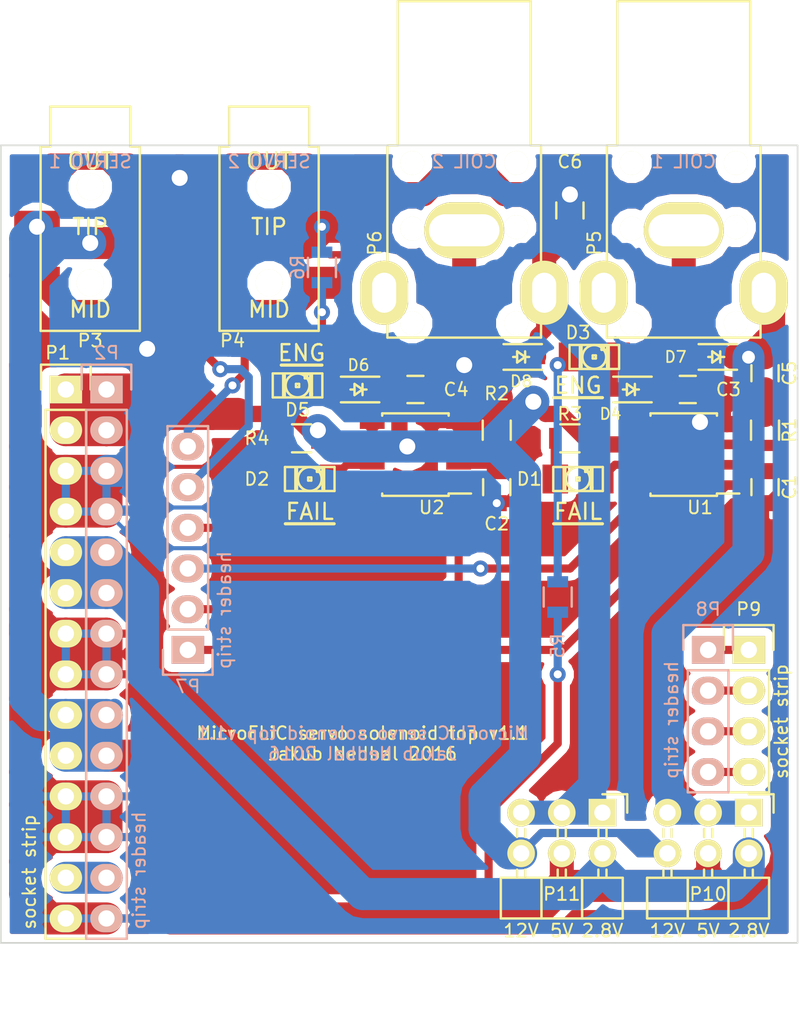
<source format=kicad_pcb>
(kicad_pcb (version 4) (host pcbnew 4.0.2-4+6225~38~ubuntu14.04.1-stable)

  (general
    (links 95)
    (no_connects 0)
    (area 97.120523 90.746999 150.957 155.211001)
    (thickness 1.6)
    (drawings 29)
    (tracks 436)
    (zones 0)
    (modules 33)
    (nets 32)
  )

  (page A4)
  (layers
    (0 F.Cu signal)
    (31 B.Cu signal)
    (32 B.Adhes user)
    (33 F.Adhes user)
    (34 B.Paste user)
    (35 F.Paste user)
    (36 B.SilkS user)
    (37 F.SilkS user)
    (38 B.Mask user)
    (39 F.Mask user)
    (40 Dwgs.User user)
    (41 Cmts.User user)
    (42 Eco1.User user)
    (43 Eco2.User user)
    (44 Edge.Cuts user)
    (45 Margin user)
    (46 B.CrtYd user)
    (47 F.CrtYd user)
    (48 B.Fab user)
    (49 F.Fab user)
  )

  (setup
    (last_trace_width 0.508)
    (user_trace_width 0.254)
    (user_trace_width 0.381)
    (user_trace_width 0.508)
    (user_trace_width 1.016)
    (user_trace_width 1.5)
    (user_trace_width 2)
    (trace_clearance 0.127)
    (zone_clearance 0.508)
    (zone_45_only no)
    (trace_min 0.254)
    (segment_width 0.2)
    (edge_width 0.1)
    (via_size 0.889)
    (via_drill 0.635)
    (via_min_size 0.889)
    (via_min_drill 0.508)
    (user_via 1 0.5)
    (user_via 1.5 0.8)
    (user_via 2 1)
    (uvia_size 0.508)
    (uvia_drill 0.127)
    (uvias_allowed no)
    (uvia_min_size 0.508)
    (uvia_min_drill 0.127)
    (pcb_text_width 0.3)
    (pcb_text_size 1.5 1.5)
    (mod_edge_width 0.15)
    (mod_text_size 1 1)
    (mod_text_width 0.15)
    (pad_size 1.4 0.3)
    (pad_drill 0)
    (pad_to_mask_clearance 0)
    (aux_axis_origin 100.076 149.86)
    (visible_elements FFFEFF7F)
    (pcbplotparams
      (layerselection 0x010f0_80000001)
      (usegerberextensions true)
      (excludeedgelayer true)
      (linewidth 0.100000)
      (plotframeref false)
      (viasonmask false)
      (mode 1)
      (useauxorigin false)
      (hpglpennumber 1)
      (hpglpenspeed 20)
      (hpglpendiameter 15)
      (hpglpenoverlay 2)
      (psnegative false)
      (psa4output false)
      (plotreference true)
      (plotvalue true)
      (plotinvisibletext false)
      (padsonsilk false)
      (subtractmaskfromsilk false)
      (outputformat 1)
      (mirror false)
      (drillshape 0)
      (scaleselection 1)
      (outputdirectory board/))
  )

  (net 0 "")
  (net 1 +5VP)
  (net 2 GND)
  (net 3 +12V)
  (net 4 +2V5)
  (net 5 +3V3)
  (net 6 /SERVO3)
  (net 7 /SERVO4)
  (net 8 /shutterPWM/SH3_PWM)
  (net 9 /shutterPWM/SH4_PWM)
  (net 10 /shutterPWM/DC)
  (net 11 /shutterPWM/DD)
  (net 12 /shutterPWM/SHC_PWR)
  (net 13 /shutterPWM/SHD_PWR)
  (net 14 /shutterPWM/FC)
  (net 15 /shutterPWM/SHC_O/C)
  (net 16 /shutterPWM/FD)
  (net 17 /shutterPWM/SHD_O/C)
  (net 18 /shutterPWM/SH3)
  (net 19 /shutterPWM/SH4)
  (net 20 /SCL_5V)
  (net 21 /SDA_5V)
  (net 22 /SDA_3V3)
  (net 23 /SCL_3V3)
  (net 24 /shutterPWM/OC)
  (net 25 /shutterPWM/OD)
  (net 26 /shutterPWM/FAIL_C)
  (net 27 /shutterPWM/FAIL_D)
  (net 28 /shutterPWM/EC1)
  (net 29 /shutterPWM/EC2)
  (net 30 /shutterPWM/ED1)
  (net 31 /shutterPWM/ED2)

  (net_class Default "This is the default net class."
    (clearance 0.127)
    (trace_width 0.254)
    (via_dia 0.889)
    (via_drill 0.635)
    (uvia_dia 0.508)
    (uvia_drill 0.127)
    (add_net +12V)
    (add_net +2V5)
    (add_net +3V3)
    (add_net +5VP)
    (add_net /SCL_3V3)
    (add_net /SCL_5V)
    (add_net /SDA_3V3)
    (add_net /SDA_5V)
    (add_net /SERVO3)
    (add_net /SERVO4)
    (add_net /shutterPWM/DC)
    (add_net /shutterPWM/DD)
    (add_net /shutterPWM/EC1)
    (add_net /shutterPWM/EC2)
    (add_net /shutterPWM/ED1)
    (add_net /shutterPWM/ED2)
    (add_net /shutterPWM/FAIL_C)
    (add_net /shutterPWM/FAIL_D)
    (add_net /shutterPWM/FC)
    (add_net /shutterPWM/FD)
    (add_net /shutterPWM/OC)
    (add_net /shutterPWM/OD)
    (add_net /shutterPWM/SH3)
    (add_net /shutterPWM/SH3_PWM)
    (add_net /shutterPWM/SH4)
    (add_net /shutterPWM/SH4_PWM)
    (add_net /shutterPWM/SHC_O/C)
    (add_net /shutterPWM/SHC_PWR)
    (add_net /shutterPWM/SHD_O/C)
    (add_net /shutterPWM/SHD_PWR)
    (add_net GND)
  )

  (net_class 0.381 ""
    (clearance 0.254)
    (trace_width 0.381)
    (via_dia 0.889)
    (via_drill 0.635)
    (uvia_dia 0.508)
    (uvia_drill 0.127)
  )

  (module Resistors_SMD:R_0805 (layer B.Cu) (tedit 56D3845A) (tstamp 55698079)
    (at 120.142 107.696 90)
    (descr "Resistor SMD 0805, reflow soldering, Vishay (see dcrcw.pdf)")
    (tags "resistor 0805")
    (path /54E08E01/56ED461C)
    (attr smd)
    (fp_text reference R6 (at 0 -1.524 90) (layer B.SilkS)
      (effects (font (size 0.8 0.8) (thickness 0.12)) (justify mirror))
    )
    (fp_text value 3k (at 0 -2.1 90) (layer B.Fab) hide
      (effects (font (size 1 1) (thickness 0.15)) (justify mirror))
    )
    (fp_line (start -1.6 1) (end 1.6 1) (layer B.CrtYd) (width 0.05))
    (fp_line (start -1.6 -1) (end 1.6 -1) (layer B.CrtYd) (width 0.05))
    (fp_line (start -1.6 1) (end -1.6 -1) (layer B.CrtYd) (width 0.05))
    (fp_line (start 1.6 1) (end 1.6 -1) (layer B.CrtYd) (width 0.05))
    (fp_line (start 0.6 -0.875) (end -0.6 -0.875) (layer B.SilkS) (width 0.15))
    (fp_line (start -0.6 0.875) (end 0.6 0.875) (layer B.SilkS) (width 0.15))
    (pad 1 smd rect (at -0.95 0 90) (size 0.7 1.3) (layers B.Cu B.Paste B.Mask)
      (net 30 /shutterPWM/ED1))
    (pad 2 smd rect (at 0.95 0 90) (size 0.7 1.3) (layers B.Cu B.Paste B.Mask)
      (net 1 +5VP))
    (model Resistors_SMD.3dshapes/R_0805.wrl
      (at (xyz 0 0 0))
      (scale (xyz 1 1 1))
      (rotate (xyz 0 0 0))
    )
  )

  (module LEDs:LED-1206 (layer F.Cu) (tedit 56EC562A) (tstamp 55696EC0)
    (at 137.16 113.284 180)
    (descr "LED 1206 smd package")
    (tags "LED1206 SMD")
    (path /54E08E01/556888A1)
    (attr smd)
    (fp_text reference D3 (at 1.016 1.524 180) (layer F.SilkS)
      (effects (font (size 0.8 0.8) (thickness 0.12)))
    )
    (fp_text value "LED YELLOW" (at 0 1.65 180) (layer F.Fab) hide
      (effects (font (size 1 1) (thickness 0.15)))
    )
    (fp_line (start 0.09906 0.09906) (end -0.09906 0.09906) (layer F.SilkS) (width 0.15))
    (fp_line (start -0.09906 0.09906) (end -0.09906 -0.09906) (layer F.SilkS) (width 0.15))
    (fp_line (start 0.09906 -0.09906) (end -0.09906 -0.09906) (layer F.SilkS) (width 0.15))
    (fp_line (start 0.09906 0.09906) (end 0.09906 -0.09906) (layer F.SilkS) (width 0.15))
    (fp_line (start -0.44958 0.6985) (end -0.79756 0.6985) (layer F.SilkS) (width 0.15))
    (fp_line (start -0.79756 0.6985) (end -0.79756 0.44958) (layer F.SilkS) (width 0.15))
    (fp_line (start -0.44958 0.44958) (end -0.79756 0.44958) (layer F.SilkS) (width 0.15))
    (fp_line (start -0.44958 0.6985) (end -0.44958 0.44958) (layer F.SilkS) (width 0.15))
    (fp_line (start -0.79756 0.6985) (end -0.89916 0.6985) (layer F.SilkS) (width 0.15))
    (fp_line (start -0.89916 0.6985) (end -0.89916 -0.49784) (layer F.SilkS) (width 0.15))
    (fp_line (start -0.79756 -0.49784) (end -0.89916 -0.49784) (layer F.SilkS) (width 0.15))
    (fp_line (start -0.79756 0.6985) (end -0.79756 -0.49784) (layer F.SilkS) (width 0.15))
    (fp_line (start -0.79756 -0.54864) (end -0.89916 -0.54864) (layer F.SilkS) (width 0.15))
    (fp_line (start -0.89916 -0.54864) (end -0.89916 -0.6985) (layer F.SilkS) (width 0.15))
    (fp_line (start -0.79756 -0.6985) (end -0.89916 -0.6985) (layer F.SilkS) (width 0.15))
    (fp_line (start -0.79756 -0.54864) (end -0.79756 -0.6985) (layer F.SilkS) (width 0.15))
    (fp_line (start 0.89916 0.6985) (end 0.79756 0.6985) (layer F.SilkS) (width 0.15))
    (fp_line (start 0.79756 0.6985) (end 0.79756 -0.49784) (layer F.SilkS) (width 0.15))
    (fp_line (start 0.89916 -0.49784) (end 0.79756 -0.49784) (layer F.SilkS) (width 0.15))
    (fp_line (start 0.89916 0.6985) (end 0.89916 -0.49784) (layer F.SilkS) (width 0.15))
    (fp_line (start 0.89916 -0.54864) (end 0.79756 -0.54864) (layer F.SilkS) (width 0.15))
    (fp_line (start 0.79756 -0.54864) (end 0.79756 -0.6985) (layer F.SilkS) (width 0.15))
    (fp_line (start 0.89916 -0.6985) (end 0.79756 -0.6985) (layer F.SilkS) (width 0.15))
    (fp_line (start 0.89916 -0.54864) (end 0.89916 -0.6985) (layer F.SilkS) (width 0.15))
    (fp_line (start -0.44958 0.6985) (end -0.59944 0.6985) (layer F.SilkS) (width 0.15))
    (fp_line (start -0.59944 0.6985) (end -0.59944 0.44958) (layer F.SilkS) (width 0.15))
    (fp_line (start -0.44958 0.44958) (end -0.59944 0.44958) (layer F.SilkS) (width 0.15))
    (fp_line (start -0.44958 0.6985) (end -0.44958 0.44958) (layer F.SilkS) (width 0.15))
    (fp_line (start -1.5494 0.7493) (end 1.5494 0.7493) (layer F.SilkS) (width 0.15))
    (fp_line (start 1.5494 0.7493) (end 1.5494 -0.7493) (layer F.SilkS) (width 0.15))
    (fp_line (start 1.5494 -0.7493) (end -1.5494 -0.7493) (layer F.SilkS) (width 0.15))
    (fp_line (start -1.5494 -0.7493) (end -1.5494 0.7493) (layer F.SilkS) (width 0.15))
    (fp_arc (start 0 0) (end -0.54864 0.49784) (angle -95.4) (layer F.SilkS) (width 0.15))
    (fp_arc (start 0 0) (end 0.54864 0.49784) (angle -84.5) (layer F.SilkS) (width 0.15))
    (fp_arc (start 0 0) (end 0.54864 -0.49784) (angle -95.4) (layer F.SilkS) (width 0.15))
    (fp_arc (start 0 0) (end -0.54864 -0.49784) (angle -84.5) (layer F.SilkS) (width 0.15))
    (pad 2 smd rect (at 1.41986 0) (size 1.59766 1.80086) (layers F.Cu F.Paste F.Mask)
      (net 28 /shutterPWM/EC1))
    (pad 1 smd rect (at -1.41986 0) (size 1.59766 1.80086) (layers F.Cu F.Paste F.Mask)
      (net 29 /shutterPWM/EC2))
    (model jakub.3dshapes/LED1206/LED1206.wrl
      (at (xyz 0 0 0))
      (scale (xyz 1 1 1))
      (rotate (xyz 0 0 180))
    )
  )

  (module LEDs:LED-1206 (layer F.Cu) (tedit 56EC5A73) (tstamp 556981B1)
    (at 118.618 115.062 180)
    (descr "LED 1206 smd package")
    (tags "LED1206 SMD")
    (path /54E08E01/56ED460B)
    (attr smd)
    (fp_text reference D5 (at 0 -1.524 180) (layer F.SilkS)
      (effects (font (size 0.8 0.8) (thickness 0.12)))
    )
    (fp_text value "LED YELLOW" (at 0 1.65 180) (layer F.Fab) hide
      (effects (font (size 1 1) (thickness 0.15)))
    )
    (fp_line (start 0.09906 0.09906) (end -0.09906 0.09906) (layer F.SilkS) (width 0.15))
    (fp_line (start -0.09906 0.09906) (end -0.09906 -0.09906) (layer F.SilkS) (width 0.15))
    (fp_line (start 0.09906 -0.09906) (end -0.09906 -0.09906) (layer F.SilkS) (width 0.15))
    (fp_line (start 0.09906 0.09906) (end 0.09906 -0.09906) (layer F.SilkS) (width 0.15))
    (fp_line (start -0.44958 0.6985) (end -0.79756 0.6985) (layer F.SilkS) (width 0.15))
    (fp_line (start -0.79756 0.6985) (end -0.79756 0.44958) (layer F.SilkS) (width 0.15))
    (fp_line (start -0.44958 0.44958) (end -0.79756 0.44958) (layer F.SilkS) (width 0.15))
    (fp_line (start -0.44958 0.6985) (end -0.44958 0.44958) (layer F.SilkS) (width 0.15))
    (fp_line (start -0.79756 0.6985) (end -0.89916 0.6985) (layer F.SilkS) (width 0.15))
    (fp_line (start -0.89916 0.6985) (end -0.89916 -0.49784) (layer F.SilkS) (width 0.15))
    (fp_line (start -0.79756 -0.49784) (end -0.89916 -0.49784) (layer F.SilkS) (width 0.15))
    (fp_line (start -0.79756 0.6985) (end -0.79756 -0.49784) (layer F.SilkS) (width 0.15))
    (fp_line (start -0.79756 -0.54864) (end -0.89916 -0.54864) (layer F.SilkS) (width 0.15))
    (fp_line (start -0.89916 -0.54864) (end -0.89916 -0.6985) (layer F.SilkS) (width 0.15))
    (fp_line (start -0.79756 -0.6985) (end -0.89916 -0.6985) (layer F.SilkS) (width 0.15))
    (fp_line (start -0.79756 -0.54864) (end -0.79756 -0.6985) (layer F.SilkS) (width 0.15))
    (fp_line (start 0.89916 0.6985) (end 0.79756 0.6985) (layer F.SilkS) (width 0.15))
    (fp_line (start 0.79756 0.6985) (end 0.79756 -0.49784) (layer F.SilkS) (width 0.15))
    (fp_line (start 0.89916 -0.49784) (end 0.79756 -0.49784) (layer F.SilkS) (width 0.15))
    (fp_line (start 0.89916 0.6985) (end 0.89916 -0.49784) (layer F.SilkS) (width 0.15))
    (fp_line (start 0.89916 -0.54864) (end 0.79756 -0.54864) (layer F.SilkS) (width 0.15))
    (fp_line (start 0.79756 -0.54864) (end 0.79756 -0.6985) (layer F.SilkS) (width 0.15))
    (fp_line (start 0.89916 -0.6985) (end 0.79756 -0.6985) (layer F.SilkS) (width 0.15))
    (fp_line (start 0.89916 -0.54864) (end 0.89916 -0.6985) (layer F.SilkS) (width 0.15))
    (fp_line (start -0.44958 0.6985) (end -0.59944 0.6985) (layer F.SilkS) (width 0.15))
    (fp_line (start -0.59944 0.6985) (end -0.59944 0.44958) (layer F.SilkS) (width 0.15))
    (fp_line (start -0.44958 0.44958) (end -0.59944 0.44958) (layer F.SilkS) (width 0.15))
    (fp_line (start -0.44958 0.6985) (end -0.44958 0.44958) (layer F.SilkS) (width 0.15))
    (fp_line (start -1.5494 0.7493) (end 1.5494 0.7493) (layer F.SilkS) (width 0.15))
    (fp_line (start 1.5494 0.7493) (end 1.5494 -0.7493) (layer F.SilkS) (width 0.15))
    (fp_line (start 1.5494 -0.7493) (end -1.5494 -0.7493) (layer F.SilkS) (width 0.15))
    (fp_line (start -1.5494 -0.7493) (end -1.5494 0.7493) (layer F.SilkS) (width 0.15))
    (fp_arc (start 0 0) (end -0.54864 0.49784) (angle -95.4) (layer F.SilkS) (width 0.15))
    (fp_arc (start 0 0) (end 0.54864 0.49784) (angle -84.5) (layer F.SilkS) (width 0.15))
    (fp_arc (start 0 0) (end 0.54864 -0.49784) (angle -95.4) (layer F.SilkS) (width 0.15))
    (fp_arc (start 0 0) (end -0.54864 -0.49784) (angle -84.5) (layer F.SilkS) (width 0.15))
    (pad 2 smd rect (at 1.41986 0) (size 1.59766 1.80086) (layers F.Cu F.Paste F.Mask)
      (net 30 /shutterPWM/ED1))
    (pad 1 smd rect (at -1.41986 0) (size 1.59766 1.80086) (layers F.Cu F.Paste F.Mask)
      (net 31 /shutterPWM/ED2))
    (model jakub.3dshapes/LED1206/LED1206.wrl
      (at (xyz 0 0 0))
      (scale (xyz 1 1 1))
      (rotate (xyz 0 0 180))
    )
  )

  (module LEDs:LED-1206 (layer F.Cu) (tedit 566859A9) (tstamp 55696E96)
    (at 119.38 120.904 180)
    (descr "LED 1206 smd package")
    (tags "LED1206 SMD")
    (path /54E08E01/5668AFDE)
    (attr smd)
    (fp_text reference D2 (at 3.302 0 180) (layer F.SilkS)
      (effects (font (size 0.8 0.8) (thickness 0.12)))
    )
    (fp_text value "LED RED" (at 0 1.65 180) (layer F.Fab) hide
      (effects (font (size 1 1) (thickness 0.15)))
    )
    (fp_line (start 0.09906 0.09906) (end -0.09906 0.09906) (layer F.SilkS) (width 0.15))
    (fp_line (start -0.09906 0.09906) (end -0.09906 -0.09906) (layer F.SilkS) (width 0.15))
    (fp_line (start 0.09906 -0.09906) (end -0.09906 -0.09906) (layer F.SilkS) (width 0.15))
    (fp_line (start 0.09906 0.09906) (end 0.09906 -0.09906) (layer F.SilkS) (width 0.15))
    (fp_line (start -0.44958 0.6985) (end -0.79756 0.6985) (layer F.SilkS) (width 0.15))
    (fp_line (start -0.79756 0.6985) (end -0.79756 0.44958) (layer F.SilkS) (width 0.15))
    (fp_line (start -0.44958 0.44958) (end -0.79756 0.44958) (layer F.SilkS) (width 0.15))
    (fp_line (start -0.44958 0.6985) (end -0.44958 0.44958) (layer F.SilkS) (width 0.15))
    (fp_line (start -0.79756 0.6985) (end -0.89916 0.6985) (layer F.SilkS) (width 0.15))
    (fp_line (start -0.89916 0.6985) (end -0.89916 -0.49784) (layer F.SilkS) (width 0.15))
    (fp_line (start -0.79756 -0.49784) (end -0.89916 -0.49784) (layer F.SilkS) (width 0.15))
    (fp_line (start -0.79756 0.6985) (end -0.79756 -0.49784) (layer F.SilkS) (width 0.15))
    (fp_line (start -0.79756 -0.54864) (end -0.89916 -0.54864) (layer F.SilkS) (width 0.15))
    (fp_line (start -0.89916 -0.54864) (end -0.89916 -0.6985) (layer F.SilkS) (width 0.15))
    (fp_line (start -0.79756 -0.6985) (end -0.89916 -0.6985) (layer F.SilkS) (width 0.15))
    (fp_line (start -0.79756 -0.54864) (end -0.79756 -0.6985) (layer F.SilkS) (width 0.15))
    (fp_line (start 0.89916 0.6985) (end 0.79756 0.6985) (layer F.SilkS) (width 0.15))
    (fp_line (start 0.79756 0.6985) (end 0.79756 -0.49784) (layer F.SilkS) (width 0.15))
    (fp_line (start 0.89916 -0.49784) (end 0.79756 -0.49784) (layer F.SilkS) (width 0.15))
    (fp_line (start 0.89916 0.6985) (end 0.89916 -0.49784) (layer F.SilkS) (width 0.15))
    (fp_line (start 0.89916 -0.54864) (end 0.79756 -0.54864) (layer F.SilkS) (width 0.15))
    (fp_line (start 0.79756 -0.54864) (end 0.79756 -0.6985) (layer F.SilkS) (width 0.15))
    (fp_line (start 0.89916 -0.6985) (end 0.79756 -0.6985) (layer F.SilkS) (width 0.15))
    (fp_line (start 0.89916 -0.54864) (end 0.89916 -0.6985) (layer F.SilkS) (width 0.15))
    (fp_line (start -0.44958 0.6985) (end -0.59944 0.6985) (layer F.SilkS) (width 0.15))
    (fp_line (start -0.59944 0.6985) (end -0.59944 0.44958) (layer F.SilkS) (width 0.15))
    (fp_line (start -0.44958 0.44958) (end -0.59944 0.44958) (layer F.SilkS) (width 0.15))
    (fp_line (start -0.44958 0.6985) (end -0.44958 0.44958) (layer F.SilkS) (width 0.15))
    (fp_line (start -1.5494 0.7493) (end 1.5494 0.7493) (layer F.SilkS) (width 0.15))
    (fp_line (start 1.5494 0.7493) (end 1.5494 -0.7493) (layer F.SilkS) (width 0.15))
    (fp_line (start 1.5494 -0.7493) (end -1.5494 -0.7493) (layer F.SilkS) (width 0.15))
    (fp_line (start -1.5494 -0.7493) (end -1.5494 0.7493) (layer F.SilkS) (width 0.15))
    (fp_arc (start 0 0) (end -0.54864 0.49784) (angle -95.4) (layer F.SilkS) (width 0.15))
    (fp_arc (start 0 0) (end 0.54864 0.49784) (angle -84.5) (layer F.SilkS) (width 0.15))
    (fp_arc (start 0 0) (end 0.54864 -0.49784) (angle -95.4) (layer F.SilkS) (width 0.15))
    (fp_arc (start 0 0) (end -0.54864 -0.49784) (angle -84.5) (layer F.SilkS) (width 0.15))
    (pad 2 smd rect (at 1.41986 0) (size 1.59766 1.80086) (layers F.Cu F.Paste F.Mask)
      (net 16 /shutterPWM/FD))
    (pad 1 smd rect (at -1.41986 0) (size 1.59766 1.80086) (layers F.Cu F.Paste F.Mask)
      (net 27 /shutterPWM/FAIL_D))
    (model jakub.3dshapes/LED1206/LED1206.wrl
      (at (xyz 0 0 0))
      (scale (xyz 1 1 1))
      (rotate (xyz 0 0 180))
    )
  )

  (module LEDs:LED-1206 (layer F.Cu) (tedit 56D38594) (tstamp 55696E6C)
    (at 136.144 120.904 180)
    (descr "LED 1206 smd package")
    (tags "LED1206 SMD")
    (path /54E08E01/5567D38B)
    (attr smd)
    (fp_text reference D1 (at 3.048 0 360) (layer F.SilkS)
      (effects (font (size 0.8 0.8) (thickness 0.12)))
    )
    (fp_text value "LED RED" (at 0 1.65 180) (layer F.Fab) hide
      (effects (font (size 1 1) (thickness 0.15)))
    )
    (fp_line (start 0.09906 0.09906) (end -0.09906 0.09906) (layer F.SilkS) (width 0.15))
    (fp_line (start -0.09906 0.09906) (end -0.09906 -0.09906) (layer F.SilkS) (width 0.15))
    (fp_line (start 0.09906 -0.09906) (end -0.09906 -0.09906) (layer F.SilkS) (width 0.15))
    (fp_line (start 0.09906 0.09906) (end 0.09906 -0.09906) (layer F.SilkS) (width 0.15))
    (fp_line (start -0.44958 0.6985) (end -0.79756 0.6985) (layer F.SilkS) (width 0.15))
    (fp_line (start -0.79756 0.6985) (end -0.79756 0.44958) (layer F.SilkS) (width 0.15))
    (fp_line (start -0.44958 0.44958) (end -0.79756 0.44958) (layer F.SilkS) (width 0.15))
    (fp_line (start -0.44958 0.6985) (end -0.44958 0.44958) (layer F.SilkS) (width 0.15))
    (fp_line (start -0.79756 0.6985) (end -0.89916 0.6985) (layer F.SilkS) (width 0.15))
    (fp_line (start -0.89916 0.6985) (end -0.89916 -0.49784) (layer F.SilkS) (width 0.15))
    (fp_line (start -0.79756 -0.49784) (end -0.89916 -0.49784) (layer F.SilkS) (width 0.15))
    (fp_line (start -0.79756 0.6985) (end -0.79756 -0.49784) (layer F.SilkS) (width 0.15))
    (fp_line (start -0.79756 -0.54864) (end -0.89916 -0.54864) (layer F.SilkS) (width 0.15))
    (fp_line (start -0.89916 -0.54864) (end -0.89916 -0.6985) (layer F.SilkS) (width 0.15))
    (fp_line (start -0.79756 -0.6985) (end -0.89916 -0.6985) (layer F.SilkS) (width 0.15))
    (fp_line (start -0.79756 -0.54864) (end -0.79756 -0.6985) (layer F.SilkS) (width 0.15))
    (fp_line (start 0.89916 0.6985) (end 0.79756 0.6985) (layer F.SilkS) (width 0.15))
    (fp_line (start 0.79756 0.6985) (end 0.79756 -0.49784) (layer F.SilkS) (width 0.15))
    (fp_line (start 0.89916 -0.49784) (end 0.79756 -0.49784) (layer F.SilkS) (width 0.15))
    (fp_line (start 0.89916 0.6985) (end 0.89916 -0.49784) (layer F.SilkS) (width 0.15))
    (fp_line (start 0.89916 -0.54864) (end 0.79756 -0.54864) (layer F.SilkS) (width 0.15))
    (fp_line (start 0.79756 -0.54864) (end 0.79756 -0.6985) (layer F.SilkS) (width 0.15))
    (fp_line (start 0.89916 -0.6985) (end 0.79756 -0.6985) (layer F.SilkS) (width 0.15))
    (fp_line (start 0.89916 -0.54864) (end 0.89916 -0.6985) (layer F.SilkS) (width 0.15))
    (fp_line (start -0.44958 0.6985) (end -0.59944 0.6985) (layer F.SilkS) (width 0.15))
    (fp_line (start -0.59944 0.6985) (end -0.59944 0.44958) (layer F.SilkS) (width 0.15))
    (fp_line (start -0.44958 0.44958) (end -0.59944 0.44958) (layer F.SilkS) (width 0.15))
    (fp_line (start -0.44958 0.6985) (end -0.44958 0.44958) (layer F.SilkS) (width 0.15))
    (fp_line (start -1.5494 0.7493) (end 1.5494 0.7493) (layer F.SilkS) (width 0.15))
    (fp_line (start 1.5494 0.7493) (end 1.5494 -0.7493) (layer F.SilkS) (width 0.15))
    (fp_line (start 1.5494 -0.7493) (end -1.5494 -0.7493) (layer F.SilkS) (width 0.15))
    (fp_line (start -1.5494 -0.7493) (end -1.5494 0.7493) (layer F.SilkS) (width 0.15))
    (fp_arc (start 0 0) (end -0.54864 0.49784) (angle -95.4) (layer F.SilkS) (width 0.15))
    (fp_arc (start 0 0) (end 0.54864 0.49784) (angle -84.5) (layer F.SilkS) (width 0.15))
    (fp_arc (start 0 0) (end 0.54864 -0.49784) (angle -95.4) (layer F.SilkS) (width 0.15))
    (fp_arc (start 0 0) (end -0.54864 -0.49784) (angle -84.5) (layer F.SilkS) (width 0.15))
    (pad 2 smd rect (at 1.41986 0) (size 1.59766 1.80086) (layers F.Cu F.Paste F.Mask)
      (net 14 /shutterPWM/FC))
    (pad 1 smd rect (at -1.41986 0) (size 1.59766 1.80086) (layers F.Cu F.Paste F.Mask)
      (net 26 /shutterPWM/FAIL_C))
    (model jakub.3dshapes/LED1206/LED1206.wrl
      (at (xyz 0 0 0))
      (scale (xyz 1 1 1))
      (rotate (xyz 0 0 180))
    )
  )

  (module Pin_Headers:Pin_Header_Angled_2x03 (layer F.Cu) (tedit 56D4891E) (tstamp 55697061)
    (at 137.668 141.732 270)
    (descr "Through hole pin header")
    (tags "pin header")
    (path /54E08E01/556A5830)
    (fp_text reference P11 (at 5.08 2.54 360) (layer F.SilkS)
      (effects (font (size 0.8 0.8) (thickness 0.12)))
    )
    (fp_text value "2x3 header strip R/A" (at 0 -3.1 270) (layer F.Fab) hide
      (effects (font (size 1 1) (thickness 0.15)))
    )
    (fp_line (start -1.35 -1.75) (end -1.35 6.85) (layer F.CrtYd) (width 0.05))
    (fp_line (start 13.2 -1.75) (end 13.2 6.85) (layer F.CrtYd) (width 0.05))
    (fp_line (start -1.35 -1.75) (end 13.2 -1.75) (layer F.CrtYd) (width 0.05))
    (fp_line (start -1.35 6.85) (end 13.2 6.85) (layer F.CrtYd) (width 0.05))
    (fp_line (start 1.524 5.334) (end 1.016 5.334) (layer F.SilkS) (width 0.15))
    (fp_line (start 1.524 4.826) (end 1.016 4.826) (layer F.SilkS) (width 0.15))
    (fp_line (start 1.524 2.794) (end 1.016 2.794) (layer F.SilkS) (width 0.15))
    (fp_line (start 1.524 2.286) (end 1.016 2.286) (layer F.SilkS) (width 0.15))
    (fp_line (start 1.524 0.254) (end 1.016 0.254) (layer F.SilkS) (width 0.15))
    (fp_line (start 1.524 -0.254) (end 1.016 -0.254) (layer F.SilkS) (width 0.15))
    (fp_line (start 4.064 2.286) (end 3.556 2.286) (layer F.SilkS) (width 0.15))
    (fp_line (start 4.064 2.794) (end 3.556 2.794) (layer F.SilkS) (width 0.15))
    (fp_line (start 4.064 4.826) (end 3.556 4.826) (layer F.SilkS) (width 0.15))
    (fp_line (start 4.064 5.334) (end 3.556 5.334) (layer F.SilkS) (width 0.15))
    (fp_line (start 4.064 -0.254) (end 3.556 -0.254) (layer F.SilkS) (width 0.15))
    (fp_line (start 4.064 0.254) (end 3.556 0.254) (layer F.SilkS) (width 0.15))
    (fp_line (start 0 -1.55) (end -1.15 -1.55) (layer F.SilkS) (width 0.15))
    (fp_line (start -1.15 -1.55) (end -1.15 0) (layer F.SilkS) (width 0.15))
    (fp_line (start 4.064 1.27) (end 4.064 3.81) (layer F.SilkS) (width 0.15))
    (fp_line (start 4.064 3.81) (end 6.604 3.81) (layer F.SilkS) (width 0.15))
    (fp_line (start 6.604 3.81) (end 6.604 1.27) (layer F.SilkS) (width 0.15))
    (fp_line (start 4.064 6.35) (end 6.604 6.35) (layer F.SilkS) (width 0.15))
    (fp_line (start 6.604 6.35) (end 6.604 3.81) (layer F.SilkS) (width 0.15))
    (fp_line (start 4.064 6.35) (end 6.604 6.35) (layer F.SilkS) (width 0.15))
    (fp_line (start 4.064 3.81) (end 4.064 6.35) (layer F.SilkS) (width 0.15))
    (fp_line (start 4.064 3.81) (end 6.604 3.81) (layer F.SilkS) (width 0.15))
    (fp_line (start 4.064 1.27) (end 6.604 1.27) (layer F.SilkS) (width 0.15))
    (fp_line (start 6.604 1.27) (end 6.604 -1.27) (layer F.SilkS) (width 0.15))
    (fp_line (start 4.064 1.27) (end 6.604 1.27) (layer F.SilkS) (width 0.15))
    (fp_line (start 4.064 -1.27) (end 4.064 1.27) (layer F.SilkS) (width 0.15))
    (fp_line (start 4.064 -1.27) (end 6.604 -1.27) (layer F.SilkS) (width 0.15))
    (pad 1 thru_hole rect (at 0 0 270) (size 1.7272 1.7272) (drill 1.016) (layers *.Cu *.Mask F.SilkS)
      (net 13 /shutterPWM/SHD_PWR))
    (pad 2 thru_hole oval (at 2.54 0 270) (size 1.7272 1.7272) (drill 1.016) (layers *.Cu *.Mask F.SilkS)
      (net 4 +2V5))
    (pad 3 thru_hole oval (at 0 2.54 270) (size 1.7272 1.7272) (drill 1.016) (layers *.Cu *.Mask F.SilkS)
      (net 13 /shutterPWM/SHD_PWR))
    (pad 4 thru_hole oval (at 2.54 2.54 270) (size 1.7272 1.7272) (drill 1.016) (layers *.Cu *.Mask F.SilkS)
      (net 1 +5VP))
    (pad 5 thru_hole oval (at 0 5.08 270) (size 1.7272 1.7272) (drill 1.016) (layers *.Cu *.Mask F.SilkS)
      (net 13 /shutterPWM/SHD_PWR))
    (pad 6 thru_hole oval (at 2.54 5.08 270) (size 1.7272 1.7272) (drill 1.016) (layers *.Cu *.Mask F.SilkS)
      (net 3 +12V))
    (model Pin_Headers.3dshapes/Pin_Header_Angled_2x03.wrl
      (at (xyz 0.05 -0.1 0))
      (scale (xyz 1 1 1))
      (rotate (xyz 0 0 90))
    )
  )

  (module Pin_Headers:Pin_Header_Angled_2x03 (layer F.Cu) (tedit 56D48923) (tstamp 5569702A)
    (at 146.812 141.732 270)
    (descr "Through hole pin header")
    (tags "pin header")
    (path /54E08E01/55C120EA)
    (fp_text reference P10 (at 5.08 2.54 360) (layer F.SilkS)
      (effects (font (size 0.8 0.8) (thickness 0.12)))
    )
    (fp_text value "2x3 header strip R/A" (at 0 -3.1 270) (layer F.Fab) hide
      (effects (font (size 1 1) (thickness 0.15)))
    )
    (fp_line (start -1.35 -1.75) (end -1.35 6.85) (layer F.CrtYd) (width 0.05))
    (fp_line (start 13.2 -1.75) (end 13.2 6.85) (layer F.CrtYd) (width 0.05))
    (fp_line (start -1.35 -1.75) (end 13.2 -1.75) (layer F.CrtYd) (width 0.05))
    (fp_line (start -1.35 6.85) (end 13.2 6.85) (layer F.CrtYd) (width 0.05))
    (fp_line (start 1.524 5.334) (end 1.016 5.334) (layer F.SilkS) (width 0.15))
    (fp_line (start 1.524 4.826) (end 1.016 4.826) (layer F.SilkS) (width 0.15))
    (fp_line (start 1.524 2.794) (end 1.016 2.794) (layer F.SilkS) (width 0.15))
    (fp_line (start 1.524 2.286) (end 1.016 2.286) (layer F.SilkS) (width 0.15))
    (fp_line (start 1.524 0.254) (end 1.016 0.254) (layer F.SilkS) (width 0.15))
    (fp_line (start 1.524 -0.254) (end 1.016 -0.254) (layer F.SilkS) (width 0.15))
    (fp_line (start 4.064 2.286) (end 3.556 2.286) (layer F.SilkS) (width 0.15))
    (fp_line (start 4.064 2.794) (end 3.556 2.794) (layer F.SilkS) (width 0.15))
    (fp_line (start 4.064 4.826) (end 3.556 4.826) (layer F.SilkS) (width 0.15))
    (fp_line (start 4.064 5.334) (end 3.556 5.334) (layer F.SilkS) (width 0.15))
    (fp_line (start 4.064 -0.254) (end 3.556 -0.254) (layer F.SilkS) (width 0.15))
    (fp_line (start 4.064 0.254) (end 3.556 0.254) (layer F.SilkS) (width 0.15))
    (fp_line (start 0 -1.55) (end -1.15 -1.55) (layer F.SilkS) (width 0.15))
    (fp_line (start -1.15 -1.55) (end -1.15 0) (layer F.SilkS) (width 0.15))
    (fp_line (start 4.064 1.27) (end 4.064 3.81) (layer F.SilkS) (width 0.15))
    (fp_line (start 4.064 3.81) (end 6.604 3.81) (layer F.SilkS) (width 0.15))
    (fp_line (start 6.604 3.81) (end 6.604 1.27) (layer F.SilkS) (width 0.15))
    (fp_line (start 4.064 6.35) (end 6.604 6.35) (layer F.SilkS) (width 0.15))
    (fp_line (start 6.604 6.35) (end 6.604 3.81) (layer F.SilkS) (width 0.15))
    (fp_line (start 4.064 6.35) (end 6.604 6.35) (layer F.SilkS) (width 0.15))
    (fp_line (start 4.064 3.81) (end 4.064 6.35) (layer F.SilkS) (width 0.15))
    (fp_line (start 4.064 3.81) (end 6.604 3.81) (layer F.SilkS) (width 0.15))
    (fp_line (start 4.064 1.27) (end 6.604 1.27) (layer F.SilkS) (width 0.15))
    (fp_line (start 6.604 1.27) (end 6.604 -1.27) (layer F.SilkS) (width 0.15))
    (fp_line (start 4.064 1.27) (end 6.604 1.27) (layer F.SilkS) (width 0.15))
    (fp_line (start 4.064 -1.27) (end 4.064 1.27) (layer F.SilkS) (width 0.15))
    (fp_line (start 4.064 -1.27) (end 6.604 -1.27) (layer F.SilkS) (width 0.15))
    (pad 1 thru_hole rect (at 0 0 270) (size 1.7272 1.7272) (drill 1.016) (layers *.Cu *.Mask F.SilkS)
      (net 12 /shutterPWM/SHC_PWR))
    (pad 2 thru_hole oval (at 2.54 0 270) (size 1.7272 1.7272) (drill 1.016) (layers *.Cu *.Mask F.SilkS)
      (net 4 +2V5))
    (pad 3 thru_hole oval (at 0 2.54 270) (size 1.7272 1.7272) (drill 1.016) (layers *.Cu *.Mask F.SilkS)
      (net 12 /shutterPWM/SHC_PWR))
    (pad 4 thru_hole oval (at 2.54 2.54 270) (size 1.7272 1.7272) (drill 1.016) (layers *.Cu *.Mask F.SilkS)
      (net 1 +5VP))
    (pad 5 thru_hole oval (at 0 5.08 270) (size 1.7272 1.7272) (drill 1.016) (layers *.Cu *.Mask F.SilkS)
      (net 12 /shutterPWM/SHC_PWR))
    (pad 6 thru_hole oval (at 2.54 5.08 270) (size 1.7272 1.7272) (drill 1.016) (layers *.Cu *.Mask F.SilkS)
      (net 3 +12V))
    (model Pin_Headers.3dshapes/Pin_Header_Angled_2x03.wrl
      (at (xyz 0.05 -0.1 0))
      (scale (xyz 1 1 1))
      (rotate (xyz 0 0 90))
    )
  )

  (module jakub:PSG01544 (layer F.Cu) (tedit 56D48BE4) (tstamp 55696FA3)
    (at 142.748 100.076 270)
    (tags "RCA phono jack")
    (path /54E05653)
    (fp_text reference P5 (at 6.096 5.588 270) (layer F.SilkS)
      (effects (font (size 0.8 0.8) (thickness 0.12)))
    )
    (fp_text value "RCA jack" (at -1.016 0 360) (layer F.SilkS) hide
      (effects (font (size 1 1) (thickness 0.15)))
    )
    (fp_line (start 12 -4.8) (end 12 4.8) (layer F.SilkS) (width 0.15))
    (fp_line (start 0 4.8) (end 12 4.8) (layer F.SilkS) (width 0.15))
    (fp_line (start 0 -4.8) (end 12 -4.8) (layer F.SilkS) (width 0.15))
    (fp_line (start 0 4.15) (end 0 4.8) (layer F.SilkS) (width 0.15))
    (fp_line (start 0 -4.15) (end 0 -4.8) (layer F.SilkS) (width 0.15))
    (fp_line (start -9 -4.15) (end -9 4.15) (layer F.SilkS) (width 0.15))
    (fp_line (start 0 4.15) (end -9 4.15) (layer F.SilkS) (width 0.15))
    (fp_line (start 0 -4.15) (end -9 -4.15) (layer F.SilkS) (width 0.15))
    (pad "" np_thru_hole circle (at 11.1 -3.25 270) (size 1.5 1.5) (drill 1.5) (layers *.Cu *.Mask F.SilkS))
    (pad "" np_thru_hole circle (at 11.1 3.25 270) (size 1.5 1.5) (drill 1.5) (layers *.Cu *.Mask F.SilkS))
    (pad "" np_thru_hole circle (at 5.1 -3.25 270) (size 1.5 1.5) (drill 1.5) (layers *.Cu *.Mask F.SilkS))
    (pad "" np_thru_hole circle (at 5.2 3.25 270) (size 1.5 1.5) (drill 1.5) (layers *.Cu *.Mask F.SilkS))
    (pad "" np_thru_hole circle (at 1.1 -3.25 270) (size 1.5 1.5) (drill 1.5) (layers *.Cu *.Mask F.SilkS))
    (pad "" np_thru_hole circle (at 1.1 3.25 270) (size 1.5 1.5) (drill 1.5) (layers *.Cu *.Mask F.SilkS))
    (pad 2 thru_hole oval (at 9.2 -5 270) (size 4 3) (drill oval 2.5 1.5) (layers *.Cu *.Mask F.SilkS)
      (net 12 /shutterPWM/SHC_PWR))
    (pad 3 thru_hole oval (at 9.2 5 270) (size 4 3) (drill oval 2.5 1.5) (layers *.Cu *.Mask F.SilkS))
    (pad 1 thru_hole oval (at 5.3 0 270) (size 3.5 5) (drill oval 2 4.4) (layers *.Cu *.Mask F.SilkS)
      (net 15 /shutterPWM/SHC_O/C))
    (model jakub.3dshapes/connectors/RCAjack/RCAjack.wrl
      (at (xyz 0.24 0 0.059))
      (scale (xyz 0.3937 0.3937 0.3937))
      (rotate (xyz 270 0 0))
    )
  )

  (module jakub:PSG01544 (layer F.Cu) (tedit 56D48BDD) (tstamp 55696FB8)
    (at 129.032 100.076 270)
    (tags "RCA phono jack")
    (path /54E05655)
    (fp_text reference P6 (at 6.096 5.588 270) (layer F.SilkS)
      (effects (font (size 0.8 0.8) (thickness 0.12)))
    )
    (fp_text value "RCA jack" (at 0 6.35 270) (layer F.SilkS) hide
      (effects (font (size 1 1) (thickness 0.15)))
    )
    (fp_line (start 12 -4.8) (end 12 4.8) (layer F.SilkS) (width 0.15))
    (fp_line (start 0 4.8) (end 12 4.8) (layer F.SilkS) (width 0.15))
    (fp_line (start 0 -4.8) (end 12 -4.8) (layer F.SilkS) (width 0.15))
    (fp_line (start 0 4.15) (end 0 4.8) (layer F.SilkS) (width 0.15))
    (fp_line (start 0 -4.15) (end 0 -4.8) (layer F.SilkS) (width 0.15))
    (fp_line (start -9 -4.15) (end -9 4.15) (layer F.SilkS) (width 0.15))
    (fp_line (start 0 4.15) (end -9 4.15) (layer F.SilkS) (width 0.15))
    (fp_line (start 0 -4.15) (end -9 -4.15) (layer F.SilkS) (width 0.15))
    (pad "" np_thru_hole circle (at 11.1 -3.25 270) (size 1.5 1.5) (drill 1.5) (layers *.Cu *.Mask F.SilkS))
    (pad "" np_thru_hole circle (at 11.1 3.25 270) (size 1.5 1.5) (drill 1.5) (layers *.Cu *.Mask F.SilkS))
    (pad "" np_thru_hole circle (at 5.1 -3.25 270) (size 1.5 1.5) (drill 1.5) (layers *.Cu *.Mask F.SilkS))
    (pad "" np_thru_hole circle (at 5.2 3.25 270) (size 1.5 1.5) (drill 1.5) (layers *.Cu *.Mask F.SilkS))
    (pad "" np_thru_hole circle (at 1.1 -3.25 270) (size 1.5 1.5) (drill 1.5) (layers *.Cu *.Mask F.SilkS))
    (pad "" np_thru_hole circle (at 1.1 3.25 270) (size 1.5 1.5) (drill 1.5) (layers *.Cu *.Mask F.SilkS))
    (pad 2 thru_hole oval (at 9.2 -5 270) (size 4 3) (drill oval 2.5 1.5) (layers *.Cu *.Mask F.SilkS)
      (net 13 /shutterPWM/SHD_PWR))
    (pad 3 thru_hole oval (at 9.2 5 270) (size 4 3) (drill oval 2.5 1.5) (layers *.Cu *.Mask F.SilkS))
    (pad 1 thru_hole oval (at 5.3 0 270) (size 3.5 5) (drill oval 2 4.4) (layers *.Cu *.Mask F.SilkS)
      (net 17 /shutterPWM/SHD_O/C))
    (model jakub.3dshapes/connectors/RCAjack/RCAjack.wrl
      (at (xyz 0.24 0 0.059))
      (scale (xyz 0.3937 0.3937 0.3937))
      (rotate (xyz 270 0 0))
    )
  )

  (module jakub:MJ4435-R (layer F.Cu) (tedit 56EC55DF) (tstamp 55696F8E)
    (at 116.84 105.156 270)
    (path /556B7522)
    (fp_text reference P4 (at 7.112 2.286 360) (layer F.SilkS)
      (effects (font (size 0.8 0.8) (thickness 0.12)))
    )
    (fp_text value "3.5mm jack" (at 9.525 0 360) (layer F.SilkS) hide
      (effects (font (size 1 1) (thickness 0.15)))
    )
    (fp_line (start -5 3.1) (end -5 2.5) (layer F.SilkS) (width 0.15))
    (fp_text user MID (at 5.16 0 360) (layer F.SilkS)
      (effects (font (size 1 1) (thickness 0.15)))
    )
    (fp_text user TIP (at 0 0 360) (layer F.SilkS)
      (effects (font (size 1 1) (thickness 0.15)))
    )
    (fp_text user OUT (at -4.1 0 360) (layer F.SilkS)
      (effects (font (size 1 1) (thickness 0.15)))
    )
    (fp_line (start -7.5 2.5) (end -5 2.5) (layer F.SilkS) (width 0.15))
    (fp_line (start -5 -2.5) (end -7.5 -2.5) (layer F.SilkS) (width 0.15))
    (fp_line (start -7.5 -2.5) (end -7.5 2.5) (layer F.SilkS) (width 0.15))
    (fp_line (start 6.5 -3.1) (end 6.5 3.1) (layer F.SilkS) (width 0.15))
    (fp_line (start -5 -3.1) (end 6.5 -3.1) (layer F.SilkS) (width 0.15))
    (fp_line (start -5 3.1) (end 6.5 3.1) (layer F.SilkS) (width 0.15))
    (fp_line (start -5 -3.1) (end -5 -2.5) (layer F.SilkS) (width 0.15))
    (pad "" np_thru_hole circle (at 3.5 0 270) (size 1.7 1.7) (drill 1.7) (layers *.Cu *.Mask F.SilkS))
    (pad "" np_thru_hole circle (at -2.5 0 270) (size 1.7 1.7) (drill 1.7) (layers *.Cu *.Mask F.SilkS))
    (pad 1 smd rect (at -3.2 -3.325 270) (size 2 2.85) (layers F.Cu F.Paste F.Mask)
      (net 2 GND))
    (pad 3 smd rect (at 0 -3.325 270) (size 2 2.85) (layers F.Cu F.Paste F.Mask)
      (net 1 +5VP))
    (pad 2 smd rect (at 3.5 -3.325 270) (size 2 2.85) (layers F.Cu F.Paste F.Mask)
      (net 7 /SERVO4))
    (pad 1 smd rect (at -3.2 3.325 270) (size 2 2.85) (layers F.Cu F.Paste F.Mask)
      (net 2 GND))
    (pad 3 smd rect (at 0 3.325 270) (size 2 2.85) (layers F.Cu F.Paste F.Mask)
      (net 1 +5VP))
    (pad 2 smd rect (at 3.5 3.325 270) (size 2 2.85) (layers F.Cu F.Paste F.Mask)
      (net 7 /SERVO4))
    (model jakub.3dshapes/connectors/3.5mmJack/SMDstereo3-5mmJack.wrl
      (at (xyz -0.2 0 0.113))
      (scale (xyz 0.3937 0.3937 0.3937))
      (rotate (xyz 270 0 90))
    )
  )

  (module jakub:MJ4435-R (layer F.Cu) (tedit 56D48BD1) (tstamp 55696F77)
    (at 105.664 105.156 270)
    (path /5569290E)
    (fp_text reference P3 (at 7.112 0 360) (layer F.SilkS)
      (effects (font (size 0.8 0.8) (thickness 0.12)))
    )
    (fp_text value "3.5mm jack" (at 9.525 0 360) (layer F.SilkS) hide
      (effects (font (size 1 1) (thickness 0.15)))
    )
    (fp_line (start -5 3.1) (end -5 2.5) (layer F.SilkS) (width 0.15))
    (fp_text user MID (at 5.16 0 360) (layer F.SilkS)
      (effects (font (size 1 1) (thickness 0.15)))
    )
    (fp_text user TIP (at 0 0 360) (layer F.SilkS)
      (effects (font (size 1 1) (thickness 0.15)))
    )
    (fp_text user OUT (at -4.1 0 360) (layer F.SilkS)
      (effects (font (size 1 1) (thickness 0.15)))
    )
    (fp_line (start -7.5 2.5) (end -5 2.5) (layer F.SilkS) (width 0.15))
    (fp_line (start -5 -2.5) (end -7.5 -2.5) (layer F.SilkS) (width 0.15))
    (fp_line (start -7.5 -2.5) (end -7.5 2.5) (layer F.SilkS) (width 0.15))
    (fp_line (start 6.5 -3.1) (end 6.5 3.1) (layer F.SilkS) (width 0.15))
    (fp_line (start -5 -3.1) (end 6.5 -3.1) (layer F.SilkS) (width 0.15))
    (fp_line (start -5 3.1) (end 6.5 3.1) (layer F.SilkS) (width 0.15))
    (fp_line (start -5 -3.1) (end -5 -2.5) (layer F.SilkS) (width 0.15))
    (pad "" np_thru_hole circle (at 3.5 0 270) (size 1.7 1.7) (drill 1.7) (layers *.Cu *.Mask F.SilkS))
    (pad "" np_thru_hole circle (at -2.5 0 270) (size 1.7 1.7) (drill 1.7) (layers *.Cu *.Mask F.SilkS))
    (pad 1 smd rect (at -3.2 -3.325 270) (size 2 2.85) (layers F.Cu F.Paste F.Mask)
      (net 2 GND))
    (pad 3 smd rect (at 0 -3.325 270) (size 2 2.85) (layers F.Cu F.Paste F.Mask)
      (net 1 +5VP))
    (pad 2 smd rect (at 3.5 -3.325 270) (size 2 2.85) (layers F.Cu F.Paste F.Mask)
      (net 6 /SERVO3))
    (pad 1 smd rect (at -3.2 3.325 270) (size 2 2.85) (layers F.Cu F.Paste F.Mask)
      (net 2 GND))
    (pad 3 smd rect (at 0 3.325 270) (size 2 2.85) (layers F.Cu F.Paste F.Mask)
      (net 1 +5VP))
    (pad 2 smd rect (at 3.5 3.325 270) (size 2 2.85) (layers F.Cu F.Paste F.Mask)
      (net 6 /SERVO3))
    (model jakub.3dshapes/connectors/3.5mmJack/SMDstereo3-5mmJack.wrl
      (at (xyz -0.2 0 0.113))
      (scale (xyz 0.3937 0.3937 0.3937))
      (rotate (xyz 270 0 90))
    )
  )

  (module Housings_SOIC:SOIC-8_3.9x4.9mm_Pitch1.27mm (layer F.Cu) (tedit 56D48BF7) (tstamp 5569795A)
    (at 142.748 119.38 180)
    (descr "8-Lead Plastic Small Outline (SN) - Narrow, 3.90 mm Body [SOIC] (see Microchip Packaging Specification 00000049BS.pdf)")
    (tags "SOIC 1.27")
    (path /54E08E01/55498318)
    (attr smd)
    (fp_text reference U1 (at -1.016 -3.302 180) (layer F.SilkS)
      (effects (font (size 0.8 0.8) (thickness 0.12)))
    )
    (fp_text value DRV103 (at 0 3.5 180) (layer F.Fab) hide
      (effects (font (size 1 1) (thickness 0.15)))
    )
    (fp_line (start -3.75 -2.75) (end -3.75 2.75) (layer F.CrtYd) (width 0.05))
    (fp_line (start 3.75 -2.75) (end 3.75 2.75) (layer F.CrtYd) (width 0.05))
    (fp_line (start -3.75 -2.75) (end 3.75 -2.75) (layer F.CrtYd) (width 0.05))
    (fp_line (start -3.75 2.75) (end 3.75 2.75) (layer F.CrtYd) (width 0.05))
    (fp_line (start -2.075 -2.575) (end -2.075 -2.43) (layer F.SilkS) (width 0.15))
    (fp_line (start 2.075 -2.575) (end 2.075 -2.43) (layer F.SilkS) (width 0.15))
    (fp_line (start 2.075 2.575) (end 2.075 2.43) (layer F.SilkS) (width 0.15))
    (fp_line (start -2.075 2.575) (end -2.075 2.43) (layer F.SilkS) (width 0.15))
    (fp_line (start -2.075 -2.575) (end 2.075 -2.575) (layer F.SilkS) (width 0.15))
    (fp_line (start -2.075 2.575) (end 2.075 2.575) (layer F.SilkS) (width 0.15))
    (fp_line (start -2.075 -2.43) (end -3.475 -2.43) (layer F.SilkS) (width 0.15))
    (pad 1 smd rect (at -2.7 -1.905 180) (size 1.55 0.6) (layers F.Cu F.Paste F.Mask)
      (net 8 /shutterPWM/SH3_PWM))
    (pad 2 smd rect (at -2.7 -0.635 180) (size 1.55 0.6) (layers F.Cu F.Paste F.Mask)
      (net 10 /shutterPWM/DC))
    (pad 3 smd rect (at -2.7 0.635 180) (size 1.55 0.6) (layers F.Cu F.Paste F.Mask)
      (net 24 /shutterPWM/OC))
    (pad 4 smd rect (at -2.7 1.905 180) (size 1.55 0.6) (layers F.Cu F.Paste F.Mask)
      (net 2 GND))
    (pad 5 smd rect (at 2.7 1.905 180) (size 1.55 0.6) (layers F.Cu F.Paste F.Mask)
      (net 15 /shutterPWM/SHC_O/C))
    (pad 6 smd rect (at 2.7 0.635 180) (size 1.55 0.6) (layers F.Cu F.Paste F.Mask)
      (net 3 +12V))
    (pad 7 smd rect (at 2.7 -0.635 180) (size 1.55 0.6) (layers F.Cu F.Paste F.Mask)
      (net 26 /shutterPWM/FAIL_C))
    (pad 8 smd rect (at 2.7 -1.905 180) (size 1.55 0.6) (layers F.Cu F.Paste F.Mask)
      (net 18 /shutterPWM/SH3))
    (model Housings_SOIC.3dshapes/SOIC-8_3.9x4.9mm_Pitch1.27mm.wrl
      (at (xyz 0 0 0))
      (scale (xyz 1 1 1))
      (rotate (xyz 0 0 0))
    )
  )

  (module Housings_SOIC:SOIC-8_3.9x4.9mm_Pitch1.27mm (layer F.Cu) (tedit 56D48C02) (tstamp 55697971)
    (at 125.984 119.38 180)
    (descr "8-Lead Plastic Small Outline (SN) - Narrow, 3.90 mm Body [SOIC] (see Microchip Packaging Specification 00000049BS.pdf)")
    (tags "SOIC 1.27")
    (path /54E08E01/55C1018D)
    (attr smd)
    (fp_text reference U2 (at -1.016 -3.302 180) (layer F.SilkS)
      (effects (font (size 0.8 0.8) (thickness 0.12)))
    )
    (fp_text value DRV103 (at 0 3.5 180) (layer F.Fab) hide
      (effects (font (size 1 1) (thickness 0.15)))
    )
    (fp_line (start -3.75 -2.75) (end -3.75 2.75) (layer F.CrtYd) (width 0.05))
    (fp_line (start 3.75 -2.75) (end 3.75 2.75) (layer F.CrtYd) (width 0.05))
    (fp_line (start -3.75 -2.75) (end 3.75 -2.75) (layer F.CrtYd) (width 0.05))
    (fp_line (start -3.75 2.75) (end 3.75 2.75) (layer F.CrtYd) (width 0.05))
    (fp_line (start -2.075 -2.575) (end -2.075 -2.43) (layer F.SilkS) (width 0.15))
    (fp_line (start 2.075 -2.575) (end 2.075 -2.43) (layer F.SilkS) (width 0.15))
    (fp_line (start 2.075 2.575) (end 2.075 2.43) (layer F.SilkS) (width 0.15))
    (fp_line (start -2.075 2.575) (end -2.075 2.43) (layer F.SilkS) (width 0.15))
    (fp_line (start -2.075 -2.575) (end 2.075 -2.575) (layer F.SilkS) (width 0.15))
    (fp_line (start -2.075 2.575) (end 2.075 2.575) (layer F.SilkS) (width 0.15))
    (fp_line (start -2.075 -2.43) (end -3.475 -2.43) (layer F.SilkS) (width 0.15))
    (pad 1 smd rect (at -2.7 -1.905 180) (size 1.55 0.6) (layers F.Cu F.Paste F.Mask)
      (net 9 /shutterPWM/SH4_PWM))
    (pad 2 smd rect (at -2.7 -0.635 180) (size 1.55 0.6) (layers F.Cu F.Paste F.Mask)
      (net 11 /shutterPWM/DD))
    (pad 3 smd rect (at -2.7 0.635 180) (size 1.55 0.6) (layers F.Cu F.Paste F.Mask)
      (net 25 /shutterPWM/OD))
    (pad 4 smd rect (at -2.7 1.905 180) (size 1.55 0.6) (layers F.Cu F.Paste F.Mask)
      (net 2 GND))
    (pad 5 smd rect (at 2.7 1.905 180) (size 1.55 0.6) (layers F.Cu F.Paste F.Mask)
      (net 17 /shutterPWM/SHD_O/C))
    (pad 6 smd rect (at 2.7 0.635 180) (size 1.55 0.6) (layers F.Cu F.Paste F.Mask)
      (net 3 +12V))
    (pad 7 smd rect (at 2.7 -0.635 180) (size 1.55 0.6) (layers F.Cu F.Paste F.Mask)
      (net 27 /shutterPWM/FAIL_D))
    (pad 8 smd rect (at 2.7 -1.905 180) (size 1.55 0.6) (layers F.Cu F.Paste F.Mask)
      (net 19 /shutterPWM/SH4))
    (model Housings_SOIC.3dshapes/SOIC-8_3.9x4.9mm_Pitch1.27mm.wrl
      (at (xyz 0 0 0))
      (scale (xyz 1 1 1))
      (rotate (xyz 0 0 0))
    )
  )

  (module Capacitors_SMD:C_0805 (layer F.Cu) (tedit 56D48AD5) (tstamp 55698015)
    (at 147.828 121.412 90)
    (descr "Capacitor SMD 0805, reflow soldering, AVX (see smccp.pdf)")
    (tags "capacitor 0805")
    (path /54E08E01/53A2B998)
    (attr smd)
    (fp_text reference C1 (at 0 1.524 90) (layer F.SilkS)
      (effects (font (size 0.8 0.8) (thickness 0.12)))
    )
    (fp_text value 10n (at 0 2.1 90) (layer F.Fab) hide
      (effects (font (size 1 1) (thickness 0.15)))
    )
    (fp_line (start -1.8 -1) (end 1.8 -1) (layer F.CrtYd) (width 0.05))
    (fp_line (start -1.8 1) (end 1.8 1) (layer F.CrtYd) (width 0.05))
    (fp_line (start -1.8 -1) (end -1.8 1) (layer F.CrtYd) (width 0.05))
    (fp_line (start 1.8 -1) (end 1.8 1) (layer F.CrtYd) (width 0.05))
    (fp_line (start 0.5 -0.85) (end -0.5 -0.85) (layer F.SilkS) (width 0.15))
    (fp_line (start -0.5 0.85) (end 0.5 0.85) (layer F.SilkS) (width 0.15))
    (pad 1 smd rect (at -1 0 90) (size 1 1.25) (layers F.Cu F.Paste F.Mask)
      (net 2 GND))
    (pad 2 smd rect (at 1 0 90) (size 1 1.25) (layers F.Cu F.Paste F.Mask)
      (net 10 /shutterPWM/DC))
    (model Capacitors_SMD.3dshapes/C_0805.wrl
      (at (xyz 0 0 0))
      (scale (xyz 1 1 1))
      (rotate (xyz 0 0 0))
    )
  )

  (module Capacitors_SMD:C_0805 (layer F.Cu) (tedit 56D48AE4) (tstamp 5569801A)
    (at 131.064 121.412 90)
    (descr "Capacitor SMD 0805, reflow soldering, AVX (see smccp.pdf)")
    (tags "capacitor 0805")
    (path /54E08E01/55C273E1)
    (attr smd)
    (fp_text reference C2 (at -2.286 0 180) (layer F.SilkS)
      (effects (font (size 0.8 0.8) (thickness 0.12)))
    )
    (fp_text value 10n (at 0 2.1 90) (layer F.Fab) hide
      (effects (font (size 1 1) (thickness 0.15)))
    )
    (fp_line (start -1.8 -1) (end 1.8 -1) (layer F.CrtYd) (width 0.05))
    (fp_line (start -1.8 1) (end 1.8 1) (layer F.CrtYd) (width 0.05))
    (fp_line (start -1.8 -1) (end -1.8 1) (layer F.CrtYd) (width 0.05))
    (fp_line (start 1.8 -1) (end 1.8 1) (layer F.CrtYd) (width 0.05))
    (fp_line (start 0.5 -0.85) (end -0.5 -0.85) (layer F.SilkS) (width 0.15))
    (fp_line (start -0.5 0.85) (end 0.5 0.85) (layer F.SilkS) (width 0.15))
    (pad 1 smd rect (at -1 0 90) (size 1 1.25) (layers F.Cu F.Paste F.Mask)
      (net 2 GND))
    (pad 2 smd rect (at 1 0 90) (size 1 1.25) (layers F.Cu F.Paste F.Mask)
      (net 11 /shutterPWM/DD))
    (model Capacitors_SMD.3dshapes/C_0805.wrl
      (at (xyz 0 0 0))
      (scale (xyz 1 1 1))
      (rotate (xyz 0 0 0))
    )
  )

  (module Capacitors_SMD:C_0805 (layer F.Cu) (tedit 56EC5646) (tstamp 5569801F)
    (at 143.002 115.316 180)
    (descr "Capacitor SMD 0805, reflow soldering, AVX (see smccp.pdf)")
    (tags "capacitor 0805")
    (path /54E08E01/53A2CAC9)
    (attr smd)
    (fp_text reference C3 (at -2.54 0 180) (layer F.SilkS)
      (effects (font (size 0.8 0.8) (thickness 0.12)))
    )
    (fp_text value 4u7/25V (at 0 2.1 180) (layer F.Fab) hide
      (effects (font (size 1 1) (thickness 0.15)))
    )
    (fp_line (start -1.8 -1) (end 1.8 -1) (layer F.CrtYd) (width 0.05))
    (fp_line (start -1.8 1) (end 1.8 1) (layer F.CrtYd) (width 0.05))
    (fp_line (start -1.8 -1) (end -1.8 1) (layer F.CrtYd) (width 0.05))
    (fp_line (start 1.8 -1) (end 1.8 1) (layer F.CrtYd) (width 0.05))
    (fp_line (start 0.5 -0.85) (end -0.5 -0.85) (layer F.SilkS) (width 0.15))
    (fp_line (start -0.5 0.85) (end 0.5 0.85) (layer F.SilkS) (width 0.15))
    (pad 1 smd rect (at -1 0 180) (size 1 1.25) (layers F.Cu F.Paste F.Mask)
      (net 2 GND))
    (pad 2 smd rect (at 1 0 180) (size 1 1.25) (layers F.Cu F.Paste F.Mask)
      (net 3 +12V))
    (model Capacitors_SMD.3dshapes/C_0805.wrl
      (at (xyz 0 0 0))
      (scale (xyz 1 1 1))
      (rotate (xyz 0 0 0))
    )
  )

  (module Capacitors_SMD:C_0805 (layer F.Cu) (tedit 56D48AFB) (tstamp 55698024)
    (at 125.984 115.316 180)
    (descr "Capacitor SMD 0805, reflow soldering, AVX (see smccp.pdf)")
    (tags "capacitor 0805")
    (path /54E08E01/55C0FEBC)
    (attr smd)
    (fp_text reference C4 (at -2.54 0 180) (layer F.SilkS)
      (effects (font (size 0.8 0.8) (thickness 0.12)))
    )
    (fp_text value 4u7/25V (at 0 2.1 180) (layer F.Fab) hide
      (effects (font (size 1 1) (thickness 0.15)))
    )
    (fp_line (start -1.8 -1) (end 1.8 -1) (layer F.CrtYd) (width 0.05))
    (fp_line (start -1.8 1) (end 1.8 1) (layer F.CrtYd) (width 0.05))
    (fp_line (start -1.8 -1) (end -1.8 1) (layer F.CrtYd) (width 0.05))
    (fp_line (start 1.8 -1) (end 1.8 1) (layer F.CrtYd) (width 0.05))
    (fp_line (start 0.5 -0.85) (end -0.5 -0.85) (layer F.SilkS) (width 0.15))
    (fp_line (start -0.5 0.85) (end 0.5 0.85) (layer F.SilkS) (width 0.15))
    (pad 1 smd rect (at -1 0 180) (size 1 1.25) (layers F.Cu F.Paste F.Mask)
      (net 2 GND))
    (pad 2 smd rect (at 1 0 180) (size 1 1.25) (layers F.Cu F.Paste F.Mask)
      (net 3 +12V))
    (model Capacitors_SMD.3dshapes/C_0805.wrl
      (at (xyz 0 0 0))
      (scale (xyz 1 1 1))
      (rotate (xyz 0 0 0))
    )
  )

  (module Capacitors_SMD:C_0805 (layer F.Cu) (tedit 56D48B04) (tstamp 55698029)
    (at 147.828 114.3 90)
    (descr "Capacitor SMD 0805, reflow soldering, AVX (see smccp.pdf)")
    (tags "capacitor 0805")
    (path /54E08E01/55463929)
    (attr smd)
    (fp_text reference C5 (at 0 1.524 90) (layer F.SilkS)
      (effects (font (size 0.8 0.8) (thickness 0.12)))
    )
    (fp_text value 4u7/25V (at 0 2.1 90) (layer F.Fab) hide
      (effects (font (size 1 1) (thickness 0.15)))
    )
    (fp_line (start -1.8 -1) (end 1.8 -1) (layer F.CrtYd) (width 0.05))
    (fp_line (start -1.8 1) (end 1.8 1) (layer F.CrtYd) (width 0.05))
    (fp_line (start -1.8 -1) (end -1.8 1) (layer F.CrtYd) (width 0.05))
    (fp_line (start 1.8 -1) (end 1.8 1) (layer F.CrtYd) (width 0.05))
    (fp_line (start 0.5 -0.85) (end -0.5 -0.85) (layer F.SilkS) (width 0.15))
    (fp_line (start -0.5 0.85) (end 0.5 0.85) (layer F.SilkS) (width 0.15))
    (pad 1 smd rect (at -1 0 90) (size 1 1.25) (layers F.Cu F.Paste F.Mask)
      (net 2 GND))
    (pad 2 smd rect (at 1 0 90) (size 1 1.25) (layers F.Cu F.Paste F.Mask)
      (net 12 /shutterPWM/SHC_PWR))
    (model Capacitors_SMD.3dshapes/C_0805.wrl
      (at (xyz 0 0 0))
      (scale (xyz 1 1 1))
      (rotate (xyz 0 0 0))
    )
  )

  (module Capacitors_SMD:C_0805 (layer F.Cu) (tedit 56D48AC9) (tstamp 5569802E)
    (at 135.636 104.14 270)
    (descr "Capacitor SMD 0805, reflow soldering, AVX (see smccp.pdf)")
    (tags "capacitor 0805")
    (path /54E08E01/55C117E9)
    (attr smd)
    (fp_text reference C6 (at -3.048 0 360) (layer F.SilkS)
      (effects (font (size 0.8 0.8) (thickness 0.12)))
    )
    (fp_text value 4u7/25V (at 0 2.1 270) (layer F.Fab) hide
      (effects (font (size 1 1) (thickness 0.15)))
    )
    (fp_line (start -1.8 -1) (end 1.8 -1) (layer F.CrtYd) (width 0.05))
    (fp_line (start -1.8 1) (end 1.8 1) (layer F.CrtYd) (width 0.05))
    (fp_line (start -1.8 -1) (end -1.8 1) (layer F.CrtYd) (width 0.05))
    (fp_line (start 1.8 -1) (end 1.8 1) (layer F.CrtYd) (width 0.05))
    (fp_line (start 0.5 -0.85) (end -0.5 -0.85) (layer F.SilkS) (width 0.15))
    (fp_line (start -0.5 0.85) (end 0.5 0.85) (layer F.SilkS) (width 0.15))
    (pad 1 smd rect (at -1 0 270) (size 1 1.25) (layers F.Cu F.Paste F.Mask)
      (net 2 GND))
    (pad 2 smd rect (at 1 0 270) (size 1 1.25) (layers F.Cu F.Paste F.Mask)
      (net 13 /shutterPWM/SHD_PWR))
    (model Capacitors_SMD.3dshapes/C_0805.wrl
      (at (xyz 0 0 0))
      (scale (xyz 1 1 1))
      (rotate (xyz 0 0 0))
    )
  )

  (module Resistors_SMD:R_0805 (layer F.Cu) (tedit 56D385A6) (tstamp 55698060)
    (at 147.828 117.856 270)
    (descr "Resistor SMD 0805, reflow soldering, Vishay (see dcrcw.pdf)")
    (tags "resistor 0805")
    (path /54E08E01/53A2B9D0)
    (attr smd)
    (fp_text reference R1 (at 0 -1.524 270) (layer F.SilkS)
      (effects (font (size 0.8 0.8) (thickness 0.12)))
    )
    (fp_text value 270k (at 0 2.1 270) (layer F.Fab) hide
      (effects (font (size 1 1) (thickness 0.15)))
    )
    (fp_line (start -1.6 -1) (end 1.6 -1) (layer F.CrtYd) (width 0.05))
    (fp_line (start -1.6 1) (end 1.6 1) (layer F.CrtYd) (width 0.05))
    (fp_line (start -1.6 -1) (end -1.6 1) (layer F.CrtYd) (width 0.05))
    (fp_line (start 1.6 -1) (end 1.6 1) (layer F.CrtYd) (width 0.05))
    (fp_line (start 0.6 0.875) (end -0.6 0.875) (layer F.SilkS) (width 0.15))
    (fp_line (start -0.6 -0.875) (end 0.6 -0.875) (layer F.SilkS) (width 0.15))
    (pad 1 smd rect (at -0.95 0 270) (size 0.7 1.3) (layers F.Cu F.Paste F.Mask)
      (net 2 GND))
    (pad 2 smd rect (at 0.95 0 270) (size 0.7 1.3) (layers F.Cu F.Paste F.Mask)
      (net 24 /shutterPWM/OC))
    (model Resistors_SMD.3dshapes/R_0805.wrl
      (at (xyz 0 0 0))
      (scale (xyz 1 1 1))
      (rotate (xyz 0 0 0))
    )
  )

  (module Resistors_SMD:R_0805 (layer F.Cu) (tedit 56EC5B19) (tstamp 55698065)
    (at 131.064 117.856 270)
    (descr "Resistor SMD 0805, reflow soldering, Vishay (see dcrcw.pdf)")
    (tags "resistor 0805")
    (path /54E08E01/55C0F844)
    (attr smd)
    (fp_text reference R2 (at -2.286 0 360) (layer F.SilkS)
      (effects (font (size 0.8 0.8) (thickness 0.12)))
    )
    (fp_text value 270k (at 0 2.1 270) (layer F.Fab) hide
      (effects (font (size 1 1) (thickness 0.15)))
    )
    (fp_line (start -1.6 -1) (end 1.6 -1) (layer F.CrtYd) (width 0.05))
    (fp_line (start -1.6 1) (end 1.6 1) (layer F.CrtYd) (width 0.05))
    (fp_line (start -1.6 -1) (end -1.6 1) (layer F.CrtYd) (width 0.05))
    (fp_line (start 1.6 -1) (end 1.6 1) (layer F.CrtYd) (width 0.05))
    (fp_line (start 0.6 0.875) (end -0.6 0.875) (layer F.SilkS) (width 0.15))
    (fp_line (start -0.6 -0.875) (end 0.6 -0.875) (layer F.SilkS) (width 0.15))
    (pad 1 smd rect (at -0.95 0 270) (size 0.7 1.3) (layers F.Cu F.Paste F.Mask)
      (net 2 GND))
    (pad 2 smd rect (at 0.95 0 270) (size 0.7 1.3) (layers F.Cu F.Paste F.Mask)
      (net 25 /shutterPWM/OD))
    (model Resistors_SMD.3dshapes/R_0805.wrl
      (at (xyz 0 0 0))
      (scale (xyz 1 1 1))
      (rotate (xyz 0 0 0))
    )
  )

  (module Resistors_SMD:R_0805 (layer F.Cu) (tedit 56EC5B1E) (tstamp 5569806A)
    (at 135.636 118.364)
    (descr "Resistor SMD 0805, reflow soldering, Vishay (see dcrcw.pdf)")
    (tags "resistor 0805")
    (path /54E08E01/5567D385)
    (attr smd)
    (fp_text reference R3 (at 0 -1.524 180) (layer F.SilkS)
      (effects (font (size 0.8 0.8) (thickness 0.12)))
    )
    (fp_text value 10k (at 0 2.1) (layer F.Fab) hide
      (effects (font (size 1 1) (thickness 0.15)))
    )
    (fp_line (start -1.6 -1) (end 1.6 -1) (layer F.CrtYd) (width 0.05))
    (fp_line (start -1.6 1) (end 1.6 1) (layer F.CrtYd) (width 0.05))
    (fp_line (start -1.6 -1) (end -1.6 1) (layer F.CrtYd) (width 0.05))
    (fp_line (start 1.6 -1) (end 1.6 1) (layer F.CrtYd) (width 0.05))
    (fp_line (start 0.6 0.875) (end -0.6 0.875) (layer F.SilkS) (width 0.15))
    (fp_line (start -0.6 -0.875) (end 0.6 -0.875) (layer F.SilkS) (width 0.15))
    (pad 1 smd rect (at -0.95 0) (size 0.7 1.3) (layers F.Cu F.Paste F.Mask)
      (net 14 /shutterPWM/FC))
    (pad 2 smd rect (at 0.95 0) (size 0.7 1.3) (layers F.Cu F.Paste F.Mask)
      (net 3 +12V))
    (model Resistors_SMD.3dshapes/R_0805.wrl
      (at (xyz 0 0 0))
      (scale (xyz 1 1 1))
      (rotate (xyz 0 0 0))
    )
  )

  (module Resistors_SMD:R_0805 (layer F.Cu) (tedit 56D3844A) (tstamp 5569806F)
    (at 118.872 118.364)
    (descr "Resistor SMD 0805, reflow soldering, Vishay (see dcrcw.pdf)")
    (tags "resistor 0805")
    (path /54E08E01/55C10AA5)
    (attr smd)
    (fp_text reference R4 (at -2.794 0) (layer F.SilkS)
      (effects (font (size 0.8 0.8) (thickness 0.12)))
    )
    (fp_text value 10k (at 0 2.1) (layer F.Fab) hide
      (effects (font (size 1 1) (thickness 0.15)))
    )
    (fp_line (start -1.6 -1) (end 1.6 -1) (layer F.CrtYd) (width 0.05))
    (fp_line (start -1.6 1) (end 1.6 1) (layer F.CrtYd) (width 0.05))
    (fp_line (start -1.6 -1) (end -1.6 1) (layer F.CrtYd) (width 0.05))
    (fp_line (start 1.6 -1) (end 1.6 1) (layer F.CrtYd) (width 0.05))
    (fp_line (start 0.6 0.875) (end -0.6 0.875) (layer F.SilkS) (width 0.15))
    (fp_line (start -0.6 -0.875) (end 0.6 -0.875) (layer F.SilkS) (width 0.15))
    (pad 1 smd rect (at -0.95 0) (size 0.7 1.3) (layers F.Cu F.Paste F.Mask)
      (net 16 /shutterPWM/FD))
    (pad 2 smd rect (at 0.95 0) (size 0.7 1.3) (layers F.Cu F.Paste F.Mask)
      (net 3 +12V))
    (model Resistors_SMD.3dshapes/R_0805.wrl
      (at (xyz 0 0 0))
      (scale (xyz 1 1 1))
      (rotate (xyz 0 0 0))
    )
  )

  (module Resistors_SMD:R_0805 (layer B.Cu) (tedit 56D3855C) (tstamp 55698074)
    (at 134.874 128.27 270)
    (descr "Resistor SMD 0805, reflow soldering, Vishay (see dcrcw.pdf)")
    (tags "resistor 0805")
    (path /54E08E01/56ED4BED)
    (attr smd)
    (fp_text reference R5 (at 3.048 0 270) (layer B.SilkS)
      (effects (font (size 0.8 0.8) (thickness 0.12)) (justify mirror))
    )
    (fp_text value 3k (at 0 -2.1 270) (layer B.Fab) hide
      (effects (font (size 1 1) (thickness 0.15)) (justify mirror))
    )
    (fp_line (start -1.6 1) (end 1.6 1) (layer B.CrtYd) (width 0.05))
    (fp_line (start -1.6 -1) (end 1.6 -1) (layer B.CrtYd) (width 0.05))
    (fp_line (start -1.6 1) (end -1.6 -1) (layer B.CrtYd) (width 0.05))
    (fp_line (start 1.6 1) (end 1.6 -1) (layer B.CrtYd) (width 0.05))
    (fp_line (start 0.6 -0.875) (end -0.6 -0.875) (layer B.SilkS) (width 0.15))
    (fp_line (start -0.6 0.875) (end 0.6 0.875) (layer B.SilkS) (width 0.15))
    (pad 1 smd rect (at -0.95 0 270) (size 0.7 1.3) (layers B.Cu B.Paste B.Mask)
      (net 28 /shutterPWM/EC1))
    (pad 2 smd rect (at 0.95 0 270) (size 0.7 1.3) (layers B.Cu B.Paste B.Mask)
      (net 1 +5VP))
    (model Resistors_SMD.3dshapes/R_0805.wrl
      (at (xyz 0 0 0))
      (scale (xyz 1 1 1))
      (rotate (xyz 0 0 0))
    )
  )

  (module jakub:ESQ-114-33-G-S (layer F.Cu) (tedit 56D4922B) (tstamp 56D491C7)
    (at 104.14 115.316)
    (descr "Through hole pin header")
    (tags "pin header")
    (path /556973F8)
    (fp_text reference P1 (at -0.508 -2.286) (layer F.SilkS)
      (effects (font (size 0.8 0.8) (thickness 0.12)))
    )
    (fp_text value "1x14 socket strip" (at 0 -3.1) (layer F.Fab) hide
      (effects (font (size 1 1) (thickness 0.15)))
    )
    (fp_line (start -1.75 -1.75) (end -1.75 34.8) (layer F.CrtYd) (width 0.05))
    (fp_line (start 1.75 -1.75) (end 1.75 34.8) (layer F.CrtYd) (width 0.05))
    (fp_line (start -1.75 -1.75) (end 1.75 -1.75) (layer F.CrtYd) (width 0.05))
    (fp_line (start -1.75 34.8) (end 1.75 34.8) (layer F.CrtYd) (width 0.05))
    (fp_line (start -1.27 1.27) (end -1.27 34.29) (layer F.SilkS) (width 0.15))
    (fp_line (start -1.27 34.29) (end 1.27 34.29) (layer F.SilkS) (width 0.15))
    (fp_line (start 1.27 34.29) (end 1.27 1.27) (layer F.SilkS) (width 0.15))
    (fp_line (start 1.55 -1.55) (end 1.55 0) (layer F.SilkS) (width 0.15))
    (fp_line (start 1.27 1.27) (end -1.27 1.27) (layer F.SilkS) (width 0.15))
    (fp_line (start -1.55 0) (end -1.55 -1.55) (layer F.SilkS) (width 0.15))
    (fp_line (start -1.55 -1.55) (end 1.55 -1.55) (layer F.SilkS) (width 0.15))
    (pad 1 thru_hole rect (at 0 0) (size 2.032 1.7272) (drill 1.016) (layers *.Cu *.Mask F.SilkS)
      (net 3 +12V))
    (pad 2 thru_hole oval (at 0 2.54) (size 2.032 1.7272) (drill 1.016) (layers *.Cu *.Mask F.SilkS)
      (net 3 +12V))
    (pad 3 thru_hole oval (at 0 5.08) (size 2.032 1.7272) (drill 1.016) (layers *.Cu *.Mask F.SilkS)
      (net 2 GND))
    (pad 4 thru_hole oval (at 0 7.62) (size 2.032 1.7272) (drill 1.016) (layers *.Cu *.Mask F.SilkS)
      (net 2 GND))
    (pad 5 thru_hole oval (at 0 10.16) (size 2.032 1.7272) (drill 1.016) (layers *.Cu *.Mask F.SilkS)
      (net 4 +2V5))
    (pad 6 thru_hole oval (at 0 12.7) (size 2.032 1.7272) (drill 1.016) (layers *.Cu *.Mask F.SilkS)
      (net 4 +2V5))
    (pad 7 thru_hole oval (at 0 15.24) (size 2.032 1.7272) (drill 1.016) (layers *.Cu *.Mask F.SilkS)
      (net 2 GND))
    (pad 8 thru_hole oval (at 0 17.78) (size 2.032 1.7272) (drill 1.016) (layers *.Cu *.Mask F.SilkS)
      (net 2 GND))
    (pad 9 thru_hole oval (at 0 20.32) (size 2.032 1.7272) (drill 1.016) (layers *.Cu *.Mask F.SilkS)
      (net 1 +5VP))
    (pad 10 thru_hole oval (at 0 22.86) (size 2.032 1.7272) (drill 1.016) (layers *.Cu *.Mask F.SilkS)
      (net 1 +5VP))
    (pad 11 thru_hole oval (at 0 25.4) (size 2.032 1.7272) (drill 1.016) (layers *.Cu *.Mask F.SilkS)
      (net 2 GND))
    (pad 12 thru_hole oval (at 0 27.94) (size 2.032 1.7272) (drill 1.016) (layers *.Cu *.Mask F.SilkS)
      (net 2 GND))
    (pad 13 thru_hole oval (at 0 30.48) (size 2.032 1.7272) (drill 1.016) (layers *.Cu *.Mask F.SilkS)
      (net 5 +3V3))
    (pad 14 thru_hole oval (at 0 33.02) (size 2.032 1.7272) (drill 1.016) (layers *.Cu *.Mask F.SilkS)
      (net 2 GND))
    (model jakub.3dshapes/connectors/board2board/esq-114-33-g-s.wrl
      (at (xyz -0.05 0.06 -0.09))
      (scale (xyz 0.3937 0.3937 0.3937))
      (rotate (xyz -90 0 0))
    )
  )

  (module Pin_Headers:Pin_Header_Straight_1x14 (layer B.Cu) (tedit 56D4920F) (tstamp 56D491D8)
    (at 106.68 115.316 180)
    (descr "Through hole pin header")
    (tags "pin header")
    (path /5569748E)
    (fp_text reference P2 (at 0 2.286 180) (layer B.SilkS)
      (effects (font (size 0.8 0.8) (thickness 0.12)) (justify mirror))
    )
    (fp_text value "1x14 header strip" (at 0 3.1 180) (layer B.Fab) hide
      (effects (font (size 1 1) (thickness 0.15)) (justify mirror))
    )
    (fp_line (start -1.75 1.75) (end -1.75 -34.8) (layer B.CrtYd) (width 0.05))
    (fp_line (start 1.75 1.75) (end 1.75 -34.8) (layer B.CrtYd) (width 0.05))
    (fp_line (start -1.75 1.75) (end 1.75 1.75) (layer B.CrtYd) (width 0.05))
    (fp_line (start -1.75 -34.8) (end 1.75 -34.8) (layer B.CrtYd) (width 0.05))
    (fp_line (start -1.27 -1.27) (end -1.27 -34.29) (layer B.SilkS) (width 0.15))
    (fp_line (start -1.27 -34.29) (end 1.27 -34.29) (layer B.SilkS) (width 0.15))
    (fp_line (start 1.27 -34.29) (end 1.27 -1.27) (layer B.SilkS) (width 0.15))
    (fp_line (start 1.55 1.55) (end 1.55 0) (layer B.SilkS) (width 0.15))
    (fp_line (start 1.27 -1.27) (end -1.27 -1.27) (layer B.SilkS) (width 0.15))
    (fp_line (start -1.55 0) (end -1.55 1.55) (layer B.SilkS) (width 0.15))
    (fp_line (start -1.55 1.55) (end 1.55 1.55) (layer B.SilkS) (width 0.15))
    (pad 1 thru_hole rect (at 0 0 180) (size 2.032 1.7272) (drill 1.016) (layers *.Cu *.Mask B.SilkS)
      (net 3 +12V))
    (pad 2 thru_hole oval (at 0 -2.54 180) (size 2.032 1.7272) (drill 1.016) (layers *.Cu *.Mask B.SilkS)
      (net 3 +12V))
    (pad 3 thru_hole oval (at 0 -5.08 180) (size 2.032 1.7272) (drill 1.016) (layers *.Cu *.Mask B.SilkS)
      (net 2 GND))
    (pad 4 thru_hole oval (at 0 -7.62 180) (size 2.032 1.7272) (drill 1.016) (layers *.Cu *.Mask B.SilkS)
      (net 2 GND))
    (pad 5 thru_hole oval (at 0 -10.16 180) (size 2.032 1.7272) (drill 1.016) (layers *.Cu *.Mask B.SilkS)
      (net 4 +2V5))
    (pad 6 thru_hole oval (at 0 -12.7 180) (size 2.032 1.7272) (drill 1.016) (layers *.Cu *.Mask B.SilkS)
      (net 4 +2V5))
    (pad 7 thru_hole oval (at 0 -15.24 180) (size 2.032 1.7272) (drill 1.016) (layers *.Cu *.Mask B.SilkS)
      (net 2 GND))
    (pad 8 thru_hole oval (at 0 -17.78 180) (size 2.032 1.7272) (drill 1.016) (layers *.Cu *.Mask B.SilkS)
      (net 2 GND))
    (pad 9 thru_hole oval (at 0 -20.32 180) (size 2.032 1.7272) (drill 1.016) (layers *.Cu *.Mask B.SilkS)
      (net 1 +5VP))
    (pad 10 thru_hole oval (at 0 -22.86 180) (size 2.032 1.7272) (drill 1.016) (layers *.Cu *.Mask B.SilkS)
      (net 1 +5VP))
    (pad 11 thru_hole oval (at 0 -25.4 180) (size 2.032 1.7272) (drill 1.016) (layers *.Cu *.Mask B.SilkS)
      (net 2 GND))
    (pad 12 thru_hole oval (at 0 -27.94 180) (size 2.032 1.7272) (drill 1.016) (layers *.Cu *.Mask B.SilkS)
      (net 2 GND))
    (pad 13 thru_hole oval (at 0 -30.48 180) (size 2.032 1.7272) (drill 1.016) (layers *.Cu *.Mask B.SilkS)
      (net 5 +3V3))
    (pad 14 thru_hole oval (at 0 -33.02 180) (size 2.032 1.7272) (drill 1.016) (layers *.Cu *.Mask B.SilkS)
      (net 2 GND))
    (model Pin_Headers.3dshapes/Pin_Header_Straight_1x14.wrl
      (at (xyz 0 -0.65 0))
      (scale (xyz 1 1 1))
      (rotate (xyz 0 0 90))
    )
  )

  (module Pin_Headers:Pin_Header_Straight_1x06 (layer B.Cu) (tedit 56D491F6) (tstamp 56D491E9)
    (at 111.76 131.572)
    (descr "Through hole pin header")
    (tags "pin header")
    (path /556B98AA)
    (fp_text reference P7 (at 0 2.286) (layer B.SilkS)
      (effects (font (size 0.8 0.8) (thickness 0.12)) (justify mirror))
    )
    (fp_text value "1x6 header strip" (at 0 3.1) (layer B.Fab) hide
      (effects (font (size 1 1) (thickness 0.15)) (justify mirror))
    )
    (fp_line (start -1.75 1.75) (end -1.75 -14.45) (layer B.CrtYd) (width 0.05))
    (fp_line (start 1.75 1.75) (end 1.75 -14.45) (layer B.CrtYd) (width 0.05))
    (fp_line (start -1.75 1.75) (end 1.75 1.75) (layer B.CrtYd) (width 0.05))
    (fp_line (start -1.75 -14.45) (end 1.75 -14.45) (layer B.CrtYd) (width 0.05))
    (fp_line (start 1.27 -1.27) (end 1.27 -13.97) (layer B.SilkS) (width 0.15))
    (fp_line (start 1.27 -13.97) (end -1.27 -13.97) (layer B.SilkS) (width 0.15))
    (fp_line (start -1.27 -13.97) (end -1.27 -1.27) (layer B.SilkS) (width 0.15))
    (fp_line (start 1.55 1.55) (end 1.55 0) (layer B.SilkS) (width 0.15))
    (fp_line (start 1.27 -1.27) (end -1.27 -1.27) (layer B.SilkS) (width 0.15))
    (fp_line (start -1.55 0) (end -1.55 1.55) (layer B.SilkS) (width 0.15))
    (fp_line (start -1.55 1.55) (end 1.55 1.55) (layer B.SilkS) (width 0.15))
    (pad 1 thru_hole rect (at 0 0) (size 2.032 1.7272) (drill 1.016) (layers *.Cu *.Mask B.SilkS)
      (net 8 /shutterPWM/SH3_PWM))
    (pad 2 thru_hole oval (at 0 -2.54) (size 2.032 1.7272) (drill 1.016) (layers *.Cu *.Mask B.SilkS)
      (net 9 /shutterPWM/SH4_PWM))
    (pad 3 thru_hole oval (at 0 -5.08) (size 2.032 1.7272) (drill 1.016) (layers *.Cu *.Mask B.SilkS)
      (net 18 /shutterPWM/SH3))
    (pad 4 thru_hole oval (at 0 -7.62) (size 2.032 1.7272) (drill 1.016) (layers *.Cu *.Mask B.SilkS)
      (net 19 /shutterPWM/SH4))
    (pad 5 thru_hole oval (at 0 -10.16) (size 2.032 1.7272) (drill 1.016) (layers *.Cu *.Mask B.SilkS)
      (net 6 /SERVO3))
    (pad 6 thru_hole oval (at 0 -12.7) (size 2.032 1.7272) (drill 1.016) (layers *.Cu *.Mask B.SilkS)
      (net 7 /SERVO4))
    (model Pin_Headers.3dshapes/Pin_Header_Straight_1x06.wrl
      (at (xyz 0 -0.25 0))
      (scale (xyz 1 1 1))
      (rotate (xyz 0 0 90))
    )
  )

  (module Pin_Headers:Pin_Header_Straight_1x04 (layer B.Cu) (tedit 56D491EB) (tstamp 56D491F2)
    (at 144.272 131.572 180)
    (descr "Through hole pin header")
    (tags "pin header")
    (path /55698B6F)
    (fp_text reference P8 (at 0 2.54 180) (layer B.SilkS)
      (effects (font (size 0.8 0.8) (thickness 0.12)) (justify mirror))
    )
    (fp_text value "1x4 header strip" (at 0 3.1 180) (layer B.Fab) hide
      (effects (font (size 1 1) (thickness 0.15)) (justify mirror))
    )
    (fp_line (start -1.75 1.75) (end -1.75 -9.4) (layer B.CrtYd) (width 0.05))
    (fp_line (start 1.75 1.75) (end 1.75 -9.4) (layer B.CrtYd) (width 0.05))
    (fp_line (start -1.75 1.75) (end 1.75 1.75) (layer B.CrtYd) (width 0.05))
    (fp_line (start -1.75 -9.4) (end 1.75 -9.4) (layer B.CrtYd) (width 0.05))
    (fp_line (start -1.27 -1.27) (end -1.27 -8.89) (layer B.SilkS) (width 0.15))
    (fp_line (start 1.27 -1.27) (end 1.27 -8.89) (layer B.SilkS) (width 0.15))
    (fp_line (start 1.55 1.55) (end 1.55 0) (layer B.SilkS) (width 0.15))
    (fp_line (start -1.27 -8.89) (end 1.27 -8.89) (layer B.SilkS) (width 0.15))
    (fp_line (start 1.27 -1.27) (end -1.27 -1.27) (layer B.SilkS) (width 0.15))
    (fp_line (start -1.55 0) (end -1.55 1.55) (layer B.SilkS) (width 0.15))
    (fp_line (start -1.55 1.55) (end 1.55 1.55) (layer B.SilkS) (width 0.15))
    (pad 1 thru_hole rect (at 0 0 180) (size 2.032 1.7272) (drill 1.016) (layers *.Cu *.Mask B.SilkS)
      (net 20 /SCL_5V))
    (pad 2 thru_hole oval (at 0 -2.54 180) (size 2.032 1.7272) (drill 1.016) (layers *.Cu *.Mask B.SilkS)
      (net 21 /SDA_5V))
    (pad 3 thru_hole oval (at 0 -5.08 180) (size 2.032 1.7272) (drill 1.016) (layers *.Cu *.Mask B.SilkS)
      (net 22 /SDA_3V3))
    (pad 4 thru_hole oval (at 0 -7.62 180) (size 2.032 1.7272) (drill 1.016) (layers *.Cu *.Mask B.SilkS)
      (net 23 /SCL_3V3))
    (model Pin_Headers.3dshapes/Pin_Header_Straight_1x04.wrl
      (at (xyz 0 -0.15 0))
      (scale (xyz 1 1 1))
      (rotate (xyz 0 0 90))
    )
  )

  (module jakub:ESQ-104-33-G-S (layer F.Cu) (tedit 55BBC85F) (tstamp 56D491F9)
    (at 146.812 131.572 270)
    (descr "Through hole socket strip")
    (tags "socket strip")
    (path /54DF35DA)
    (fp_text reference P9 (at -2.54 0 540) (layer F.SilkS)
      (effects (font (size 0.8 0.8) (thickness 0.12)))
    )
    (fp_text value "1x4 socket strip" (at 0 -3.1 270) (layer F.Fab) hide
      (effects (font (size 1 1) (thickness 0.15)))
    )
    (fp_line (start -1.75 -1.75) (end -1.75 1.75) (layer F.CrtYd) (width 0.05))
    (fp_line (start 9.4 -1.75) (end 9.4 1.75) (layer F.CrtYd) (width 0.05))
    (fp_line (start -1.75 -1.75) (end 9.4 -1.75) (layer F.CrtYd) (width 0.05))
    (fp_line (start -1.75 1.75) (end 9.4 1.75) (layer F.CrtYd) (width 0.05))
    (fp_line (start 1.27 -1.27) (end 8.89 -1.27) (layer F.SilkS) (width 0.15))
    (fp_line (start 1.27 1.27) (end 8.89 1.27) (layer F.SilkS) (width 0.15))
    (fp_line (start -1.55 1.55) (end 0 1.55) (layer F.SilkS) (width 0.15))
    (fp_line (start 8.89 -1.27) (end 8.89 1.27) (layer F.SilkS) (width 0.15))
    (fp_line (start 1.27 1.27) (end 1.27 -1.27) (layer F.SilkS) (width 0.15))
    (fp_line (start 0 -1.55) (end -1.55 -1.55) (layer F.SilkS) (width 0.15))
    (fp_line (start -1.55 -1.55) (end -1.55 1.55) (layer F.SilkS) (width 0.15))
    (pad 1 thru_hole rect (at 0 0 270) (size 1.7272 2.032) (drill 1.016) (layers *.Cu *.Mask F.SilkS)
      (net 20 /SCL_5V))
    (pad 2 thru_hole oval (at 2.54 0 270) (size 1.7272 2.032) (drill 1.016) (layers *.Cu *.Mask F.SilkS)
      (net 21 /SDA_5V))
    (pad 3 thru_hole oval (at 5.08 0 270) (size 1.7272 2.032) (drill 1.016) (layers *.Cu *.Mask F.SilkS)
      (net 22 /SDA_3V3))
    (pad 4 thru_hole oval (at 7.62 0 270) (size 1.7272 2.032) (drill 1.016) (layers *.Cu *.Mask F.SilkS)
      (net 23 /SCL_3V3))
    (model jakub.3dshapes/connectors/board2board/esq-104-33-g-s.wrl
      (at (xyz -0.06 -0.05 -0.09))
      (scale (xyz 0.3937 0.3937 0.3937))
      (rotate (xyz -90 0 -90))
    )
  )

  (module jakub:SOD-323 (layer F.Cu) (tedit 56EC5991) (tstamp 55696F0E)
    (at 132.588 113.284 180)
    (descr SOD-323)
    (tags SOD-323)
    (path /54E08E01/56D2E634)
    (attr smd)
    (fp_text reference D8 (at 0 -1.524 180) (layer F.SilkS)
      (effects (font (size 0.7 0.7) (thickness 0.11)))
    )
    (fp_text value 1N4148 (at 0.1 1.9 180) (layer F.Fab)
      (effects (font (size 1 1) (thickness 0.15)))
    )
    (fp_line (start 0.25 0) (end 0.5 0) (layer F.SilkS) (width 0.15))
    (fp_line (start -0.25 0) (end -0.5 0) (layer F.SilkS) (width 0.15))
    (fp_line (start -0.25 0) (end 0.25 -0.35) (layer F.SilkS) (width 0.15))
    (fp_line (start 0.25 -0.35) (end 0.25 0.35) (layer F.SilkS) (width 0.15))
    (fp_line (start 0.25 0.35) (end -0.25 0) (layer F.SilkS) (width 0.15))
    (fp_line (start -0.25 -0.35) (end -0.25 0.35) (layer F.SilkS) (width 0.15))
    (fp_line (start -1.5 -0.95) (end 1.5 -0.95) (layer F.CrtYd) (width 0.05))
    (fp_line (start 1.5 -0.95) (end 1.5 0.95) (layer F.CrtYd) (width 0.05))
    (fp_line (start -1.5 0.95) (end 1.5 0.95) (layer F.CrtYd) (width 0.05))
    (fp_line (start -1.5 -0.95) (end -1.5 0.95) (layer F.CrtYd) (width 0.05))
    (fp_line (start -1.3 0.8) (end 1.1 0.8) (layer F.SilkS) (width 0.15))
    (fp_line (start -1.3 -0.8) (end 1.1 -0.8) (layer F.SilkS) (width 0.15))
    (pad 1 smd rect (at -1.055 0 180) (size 0.9 0.9) (layers F.Cu F.Paste F.Mask)
      (net 13 /shutterPWM/SHD_PWR))
    (pad 2 smd rect (at 1.055 0 180) (size 0.9 0.9) (layers F.Cu F.Paste F.Mask)
      (net 17 /shutterPWM/SHD_O/C))
    (model jakub.3dshapes/diodes/sod323.wrl
      (at (xyz 0 0 0))
      (scale (xyz 1 1 1))
      (rotate (xyz 0 0 180))
    )
  )

  (module jakub:SOD-323 (layer F.Cu) (tedit 56EC5A24) (tstamp 55696EFC)
    (at 144.78 113.284 180)
    (descr SOD-323)
    (tags SOD-323)
    (path /54E08E01/56ED426F)
    (attr smd)
    (fp_text reference D7 (at 2.54 0 180) (layer F.SilkS)
      (effects (font (size 0.7 0.7) (thickness 0.11)))
    )
    (fp_text value 1N4148 (at 0.1 1.9 180) (layer F.Fab)
      (effects (font (size 1 1) (thickness 0.15)))
    )
    (fp_line (start 0.25 0) (end 0.5 0) (layer F.SilkS) (width 0.15))
    (fp_line (start -0.25 0) (end -0.5 0) (layer F.SilkS) (width 0.15))
    (fp_line (start -0.25 0) (end 0.25 -0.35) (layer F.SilkS) (width 0.15))
    (fp_line (start 0.25 -0.35) (end 0.25 0.35) (layer F.SilkS) (width 0.15))
    (fp_line (start 0.25 0.35) (end -0.25 0) (layer F.SilkS) (width 0.15))
    (fp_line (start -0.25 -0.35) (end -0.25 0.35) (layer F.SilkS) (width 0.15))
    (fp_line (start -1.5 -0.95) (end 1.5 -0.95) (layer F.CrtYd) (width 0.05))
    (fp_line (start 1.5 -0.95) (end 1.5 0.95) (layer F.CrtYd) (width 0.05))
    (fp_line (start -1.5 0.95) (end 1.5 0.95) (layer F.CrtYd) (width 0.05))
    (fp_line (start -1.5 -0.95) (end -1.5 0.95) (layer F.CrtYd) (width 0.05))
    (fp_line (start -1.3 0.8) (end 1.1 0.8) (layer F.SilkS) (width 0.15))
    (fp_line (start -1.3 -0.8) (end 1.1 -0.8) (layer F.SilkS) (width 0.15))
    (pad 1 smd rect (at -1.055 0 180) (size 0.9 0.9) (layers F.Cu F.Paste F.Mask)
      (net 12 /shutterPWM/SHC_PWR))
    (pad 2 smd rect (at 1.055 0 180) (size 0.9 0.9) (layers F.Cu F.Paste F.Mask)
      (net 15 /shutterPWM/SHC_O/C))
    (model jakub.3dshapes/diodes/sod323.wrl
      (at (xyz 0 0 0))
      (scale (xyz 1 1 1))
      (rotate (xyz 0 0 180))
    )
  )

  (module jakub:SOD-323 (layer F.Cu) (tedit 56EC5A18) (tstamp 56EC556A)
    (at 139.446 115.316 180)
    (descr SOD-323)
    (tags SOD-323)
    (path /54E08E01/56D2E38C)
    (attr smd)
    (fp_text reference D4 (at 1.27 -1.524 180) (layer F.SilkS)
      (effects (font (size 0.7 0.7) (thickness 0.11)))
    )
    (fp_text value 1N4148 (at 0.1 1.9 180) (layer F.Fab)
      (effects (font (size 1 1) (thickness 0.15)))
    )
    (fp_line (start 0.25 0) (end 0.5 0) (layer F.SilkS) (width 0.15))
    (fp_line (start -0.25 0) (end -0.5 0) (layer F.SilkS) (width 0.15))
    (fp_line (start -0.25 0) (end 0.25 -0.35) (layer F.SilkS) (width 0.15))
    (fp_line (start 0.25 -0.35) (end 0.25 0.35) (layer F.SilkS) (width 0.15))
    (fp_line (start 0.25 0.35) (end -0.25 0) (layer F.SilkS) (width 0.15))
    (fp_line (start -0.25 -0.35) (end -0.25 0.35) (layer F.SilkS) (width 0.15))
    (fp_line (start -1.5 -0.95) (end 1.5 -0.95) (layer F.CrtYd) (width 0.05))
    (fp_line (start 1.5 -0.95) (end 1.5 0.95) (layer F.CrtYd) (width 0.05))
    (fp_line (start -1.5 0.95) (end 1.5 0.95) (layer F.CrtYd) (width 0.05))
    (fp_line (start -1.5 -0.95) (end -1.5 0.95) (layer F.CrtYd) (width 0.05))
    (fp_line (start -1.3 0.8) (end 1.1 0.8) (layer F.SilkS) (width 0.15))
    (fp_line (start -1.3 -0.8) (end 1.1 -0.8) (layer F.SilkS) (width 0.15))
    (pad 1 smd rect (at -1.055 0 180) (size 0.9 0.9) (layers F.Cu F.Paste F.Mask)
      (net 15 /shutterPWM/SHC_O/C))
    (pad 2 smd rect (at 1.055 0 180) (size 0.9 0.9) (layers F.Cu F.Paste F.Mask)
      (net 29 /shutterPWM/EC2))
    (model jakub.3dshapes/diodes/sod323.wrl
      (at (xyz 0 0 0))
      (scale (xyz 1 1 1))
      (rotate (xyz 0 0 180))
    )
  )

  (module jakub:SOD-323 (layer F.Cu) (tedit 56EC5A33) (tstamp 56EC557C)
    (at 122.428 115.316 180)
    (descr SOD-323)
    (tags SOD-323)
    (path /54E08E01/56ED462A)
    (attr smd)
    (fp_text reference D6 (at 0 1.524 180) (layer F.SilkS)
      (effects (font (size 0.7 0.7) (thickness 0.11)))
    )
    (fp_text value 1N4148 (at 0.1 1.9 180) (layer F.Fab)
      (effects (font (size 1 1) (thickness 0.15)))
    )
    (fp_line (start 0.25 0) (end 0.5 0) (layer F.SilkS) (width 0.15))
    (fp_line (start -0.25 0) (end -0.5 0) (layer F.SilkS) (width 0.15))
    (fp_line (start -0.25 0) (end 0.25 -0.35) (layer F.SilkS) (width 0.15))
    (fp_line (start 0.25 -0.35) (end 0.25 0.35) (layer F.SilkS) (width 0.15))
    (fp_line (start 0.25 0.35) (end -0.25 0) (layer F.SilkS) (width 0.15))
    (fp_line (start -0.25 -0.35) (end -0.25 0.35) (layer F.SilkS) (width 0.15))
    (fp_line (start -1.5 -0.95) (end 1.5 -0.95) (layer F.CrtYd) (width 0.05))
    (fp_line (start 1.5 -0.95) (end 1.5 0.95) (layer F.CrtYd) (width 0.05))
    (fp_line (start -1.5 0.95) (end 1.5 0.95) (layer F.CrtYd) (width 0.05))
    (fp_line (start -1.5 -0.95) (end -1.5 0.95) (layer F.CrtYd) (width 0.05))
    (fp_line (start -1.3 0.8) (end 1.1 0.8) (layer F.SilkS) (width 0.15))
    (fp_line (start -1.3 -0.8) (end 1.1 -0.8) (layer F.SilkS) (width 0.15))
    (pad 1 smd rect (at -1.055 0 180) (size 0.9 0.9) (layers F.Cu F.Paste F.Mask)
      (net 17 /shutterPWM/SHD_O/C))
    (pad 2 smd rect (at 1.055 0 180) (size 0.9 0.9) (layers F.Cu F.Paste F.Mask)
      (net 31 /shutterPWM/ED2))
    (model jakub.3dshapes/diodes/sod323.wrl
      (at (xyz 0 0 0))
      (scale (xyz 1 1 1))
      (rotate (xyz 0 0 180))
    )
  )

  (gr_line (start 137.668 115.824) (end 134.62 115.824) (angle 90) (layer F.SilkS) (width 0.2))
  (gr_line (start 134.62 123.698) (end 137.668 123.698) (angle 90) (layer F.SilkS) (width 0.2))
  (gr_line (start 117.856 123.698) (end 120.904 123.698) (angle 90) (layer F.SilkS) (width 0.2))
  (gr_text "MicroFLiC servo solenoid top v1.1\nJakub Nedbal 2016" (at 122.682 137.414) (layer B.SilkS)
    (effects (font (size 0.8 0.8) (thickness 0.12)) (justify mirror))
  )
  (gr_text "MicroFLiC servo solenoid top v1.1\nJakub Nedbal 2016" (at 122.682 137.414) (layer F.SilkS)
    (effects (font (size 0.8 0.8) (thickness 0.12)))
  )
  (gr_text "header strip" (at 114.046 132.842 90) (layer B.SilkS)
    (effects (font (size 0.8 0.8) (thickness 0.12)) (justify right mirror))
  )
  (gr_text "socket strip" (at 148.844 139.7 90) (layer F.SilkS)
    (effects (font (size 0.8 0.8) (thickness 0.12)) (justify left))
  )
  (gr_text "header strip" (at 141.986 139.7 90) (layer B.SilkS)
    (effects (font (size 0.8 0.8) (thickness 0.12)) (justify right mirror))
  )
  (gr_text "SERVO 2" (at 116.84 101.092) (layer B.SilkS)
    (effects (font (size 0.8 0.8) (thickness 0.12)) (justify mirror))
  )
  (gr_text "SERVO 1" (at 105.664 101.092) (layer B.SilkS)
    (effects (font (size 0.8 0.8) (thickness 0.12)) (justify mirror))
  )
  (gr_text "COIL 1" (at 142.748 101.092) (layer B.SilkS)
    (effects (font (size 0.8 0.8) (thickness 0.12)) (justify mirror))
  )
  (gr_text "COIL 2" (at 129.032 101.092) (layer B.SilkS)
    (effects (font (size 0.8 0.8) (thickness 0.12)) (justify mirror))
  )
  (gr_text "header strip" (at 108.712 149.098 90) (layer B.SilkS)
    (effects (font (size 0.8 0.8) (thickness 0.12)) (justify right mirror))
  )
  (gr_text "socket strip" (at 101.854 149.098 90) (layer F.SilkS)
    (effects (font (size 0.8 0.8) (thickness 0.12)) (justify left))
  )
  (gr_text 12V (at 141.732 149.098) (layer F.SilkS)
    (effects (font (size 0.8 0.8) (thickness 0.12)))
  )
  (gr_text 5V (at 144.272 149.098) (layer F.SilkS)
    (effects (font (size 0.8 0.8) (thickness 0.12)))
  )
  (gr_text 2.8V (at 146.812 149.098) (layer F.SilkS)
    (effects (font (size 0.8 0.8) (thickness 0.12)))
  )
  (gr_text 2.8V (at 137.668 149.098) (layer F.SilkS)
    (effects (font (size 0.8 0.8) (thickness 0.12)))
  )
  (gr_text 5V (at 135.128 149.098) (layer F.SilkS)
    (effects (font (size 0.8 0.8) (thickness 0.12)))
  )
  (gr_text 12V (at 132.588 149.098) (layer F.SilkS)
    (effects (font (size 0.8 0.8) (thickness 0.12)))
  )
  (gr_line (start 117.602 113.792) (end 120.142 113.792) (angle 90) (layer F.SilkS) (width 0.2))
  (gr_text ENG (at 136.144 115.062) (layer F.SilkS)
    (effects (font (size 1 1) (thickness 0.15)))
  )
  (gr_text FAIL (at 136.144 122.936) (layer F.SilkS)
    (effects (font (size 1 1) (thickness 0.15)))
  )
  (gr_text FAIL (at 119.38 122.936) (layer F.SilkS)
    (effects (font (size 1 1) (thickness 0.15)))
  )
  (gr_text ENG (at 118.872 113.03) (layer F.SilkS)
    (effects (font (size 1 1) (thickness 0.15)))
  )
  (gr_line (start 149.86 100.076) (end 149.86 149.86) (angle 90) (layer Edge.Cuts) (width 0.1))
  (gr_line (start 100.076 100.076) (end 149.86 100.076) (angle 90) (layer Edge.Cuts) (width 0.1))
  (gr_line (start 100.076 149.86) (end 149.86 149.86) (angle 90) (layer Edge.Cuts) (width 0.1))
  (gr_line (start 100.076 100.076) (end 100.076 149.86) (angle 90) (layer Edge.Cuts) (width 0.1))

  (segment (start 130.556 148.336) (end 130.556 141.732) (width 0.508) (layer F.Cu) (net 1))
  (segment (start 134.874 133.096) (end 134.874 129.22) (width 0.508) (layer B.Cu) (net 1) (tstamp 56EC57A3))
  (via (at 134.874 133.096) (size 1) (drill 0.5) (layers F.Cu B.Cu) (net 1))
  (segment (start 134.874 137.414) (end 134.874 133.096) (width 0.508) (layer F.Cu) (net 1) (tstamp 56EC57A0))
  (segment (start 130.556 141.732) (end 134.874 137.414) (width 0.508) (layer F.Cu) (net 1) (tstamp 56EC579E))
  (segment (start 120.142 106.746) (end 120.142 105.156) (width 0.508) (layer B.Cu) (net 1))
  (segment (start 120.142 105.156) (end 120.165 105.156) (width 0.508) (layer F.Cu) (net 1) (tstamp 56EC5663))
  (via (at 120.142 105.156) (size 1) (drill 0.5) (layers F.Cu B.Cu) (net 1))
  (segment (start 101.6 108.204) (end 103.632 106.172) (width 2) (layer B.Cu) (net 1))
  (via (at 105.664 106.172) (size 2) (drill 1) (layers F.Cu B.Cu) (net 1))
  (segment (start 103.632 106.172) (end 105.664 106.172) (width 2) (layer B.Cu) (net 1) (tstamp 5569D73D))
  (via (at 102.339 105.156) (size 2) (drill 1) (layers F.Cu B.Cu) (net 1))
  (segment (start 107.973 106.172) (end 105.664 106.172) (width 2) (layer F.Cu) (net 1) (tstamp 5569D6AE))
  (segment (start 105.664 106.172) (end 103.355 106.172) (width 2) (layer F.Cu) (net 1) (tstamp 5569D74C))
  (segment (start 103.355 106.172) (end 102.339 105.156) (width 2) (layer F.Cu) (net 1) (tstamp 5569D6AF))
  (segment (start 102.616 135.636) (end 104.14 135.636) (width 2) (layer B.Cu) (net 1) (tstamp 5569D726))
  (segment (start 101.6 134.62) (end 102.616 135.636) (width 2) (layer B.Cu) (net 1) (tstamp 5569D723))
  (segment (start 101.6 105.895) (end 101.6 108.204) (width 2) (layer B.Cu) (net 1) (tstamp 5569D720))
  (segment (start 101.6 108.204) (end 101.6 134.62) (width 2) (layer B.Cu) (net 1) (tstamp 5569D73B))
  (segment (start 102.339 105.156) (end 101.6 105.895) (width 2) (layer B.Cu) (net 1) (tstamp 5569D71F))
  (segment (start 114.531 106.172) (end 107.973 106.172) (width 2) (layer F.Cu) (net 1))
  (segment (start 108.989 105.156) (end 107.973 106.172) (width 2) (layer F.Cu) (net 1))
  (segment (start 113.515 105.156) (end 108.989 105.156) (width 2) (layer F.Cu) (net 1))
  (segment (start 120.165 105.156) (end 119.149 106.172) (width 2) (layer F.Cu) (net 1))
  (segment (start 114.531 106.172) (end 113.515 105.156) (width 2) (layer F.Cu) (net 1) (tstamp 5569D6A9))
  (segment (start 119.149 106.172) (end 114.531 106.172) (width 2) (layer F.Cu) (net 1) (tstamp 5569D6A8))
  (segment (start 135.128 146.304) (end 143.764 146.304) (width 2) (layer F.Cu) (net 1))
  (segment (start 144.272 145.796) (end 144.272 144.272) (width 1.5) (layer F.Cu) (net 1) (tstamp 5569C651))
  (segment (start 143.764 146.304) (end 144.272 145.796) (width 2) (layer F.Cu) (net 1) (tstamp 5569C64D))
  (segment (start 106.68 138.176) (end 108.712 138.176) (width 2) (layer F.Cu) (net 1))
  (segment (start 108.712 138.176) (end 109.22 138.684) (width 2) (layer F.Cu) (net 1) (tstamp 5569C63A))
  (segment (start 109.22 138.684) (end 109.22 146.812) (width 2) (layer F.Cu) (net 1) (tstamp 5569C63E))
  (segment (start 109.22 146.812) (end 110.744 148.336) (width 2) (layer F.Cu) (net 1) (tstamp 5569C640))
  (segment (start 110.744 148.336) (end 130.556 148.336) (width 2) (layer F.Cu) (net 1) (tstamp 5569C642))
  (segment (start 130.556 148.336) (end 133.096 148.336) (width 2) (layer F.Cu) (net 1) (tstamp 56EC579C))
  (segment (start 133.096 148.336) (end 135.128 146.304) (width 2) (layer F.Cu) (net 1) (tstamp 5569C648))
  (segment (start 135.128 146.304) (end 135.128 144.272) (width 1.5) (layer F.Cu) (net 1) (tstamp 5569C64A))
  (segment (start 104.14 135.636) (end 106.68 138.176) (width 2) (layer B.Cu) (net 1))
  (segment (start 104.14 135.636) (end 104.14 138.176) (width 2) (layer B.Cu) (net 1))
  (segment (start 104.14 138.176) (end 106.68 138.176) (width 2) (layer B.Cu) (net 1))
  (segment (start 106.68 135.636) (end 107.188 135.128) (width 1.016) (layer B.Cu) (net 1))
  (segment (start 106.68 135.636) (end 106.68 138.176) (width 2) (layer B.Cu) (net 1))
  (segment (start 104.14 135.636) (end 106.68 135.636) (width 2) (layer B.Cu) (net 1))
  (segment (start 106.68 120.396) (end 109.22 120.396) (width 0.254) (layer F.Cu) (net 2))
  (segment (start 109.474 120.142) (end 114.554 120.142) (width 0.254) (layer F.Cu) (net 2) (tstamp 56EC5B9B))
  (segment (start 109.22 120.396) (end 109.474 120.142) (width 0.254) (layer F.Cu) (net 2) (tstamp 56EC5B9A))
  (segment (start 111.252 109.22) (end 114.3 112.268) (width 2) (layer B.Cu) (net 2))
  (segment (start 122.428 113.792) (end 120.904 112.268) (width 2) (layer B.Cu) (net 2))
  (segment (start 120.904 112.268) (end 114.3 112.268) (width 2) (layer B.Cu) (net 2) (tstamp 56EC566D))
  (segment (start 129.032 113.792) (end 122.428 113.792) (width 2) (layer B.Cu) (net 2) (tstamp 5569D51D))
  (segment (start 109.728 112.268) (end 109.22 112.776) (width 2) (layer B.Cu) (net 2) (tstamp 56EC566E))
  (segment (start 114.3 112.268) (end 109.728 112.268) (width 2) (layer B.Cu) (net 2) (tstamp 56EC5672))
  (segment (start 111.252 102.108) (end 111.252 109.22) (width 2) (layer B.Cu) (net 2))
  (segment (start 109.22 112.776) (end 109.982 112.014) (width 2) (layer B.Cu) (net 2) (tstamp 5569D503))
  (segment (start 111.252 110.744) (end 109.982 112.014) (width 2) (layer B.Cu) (net 2) (tstamp 56EC563D))
  (via (at 111.252 102.108) (size 2) (drill 1) (layers F.Cu B.Cu) (net 2))
  (segment (start 111.252 109.22) (end 111.252 110.744) (width 2) (layer B.Cu) (net 2) (tstamp 56EC5642))
  (segment (start 106.68 120.396) (end 106.934 120.142) (width 0.254) (layer B.Cu) (net 2))
  (segment (start 106.934 133.096) (end 106.68 133.096) (width 1.016) (layer B.Cu) (net 2) (tstamp 5569DC3F))
  (via (at 131.064 122.412) (size 1) (drill 0.5) (layers F.Cu B.Cu) (net 2))
  (segment (start 131.588 122.412) (end 131.064 122.412) (width 0.508) (layer F.Cu) (net 2))
  (segment (start 131.064 122.412) (end 131.064 122.428) (width 1.016) (layer B.Cu) (net 2) (tstamp 5569DAEB))
  (segment (start 147.828 122.412) (end 148.844 121.396) (width 0.381) (layer F.Cu) (net 2))
  (segment (start 148.844 121.396) (end 148.844 117.922) (width 0.381) (layer F.Cu) (net 2) (tstamp 5569DA11))
  (segment (start 148.844 117.922) (end 147.828 116.906) (width 0.381) (layer F.Cu) (net 2) (tstamp 5569DA19))
  (via (at 135.636 103.14) (size 2) (drill 1) (layers F.Cu B.Cu) (net 2))
  (segment (start 135.62 103.124) (end 135.636 103.14) (width 1.5) (layer F.Cu) (net 2) (tstamp 5569D898))
  (segment (start 135.89 103.124) (end 135.89 106.172) (width 2) (layer B.Cu) (net 2))
  (segment (start 135.652 103.124) (end 135.89 103.124) (width 2) (layer B.Cu) (net 2) (tstamp 5569D989))
  (segment (start 135.636 103.14) (end 135.652 103.124) (width 2) (layer B.Cu) (net 2) (tstamp 5569D988))
  (segment (start 143.748 115.316) (end 143.748 117.332) (width 1.016) (layer F.Cu) (net 2))
  (segment (start 143.748 117.332) (end 143.764 117.348) (width 1.016) (layer F.Cu) (net 2) (tstamp 5569D943))
  (segment (start 143.748 117.332) (end 143.764 117.348) (width 1.016) (layer F.Cu) (net 2) (tstamp 5569D93E))
  (segment (start 143.764 117.348) (end 143.764 115.332) (width 1.016) (layer F.Cu) (net 2))
  (segment (start 143.764 115.332) (end 143.748 115.316) (width 1.016) (layer F.Cu) (net 2) (tstamp 5569D93B))
  (segment (start 143.764 115.332) (end 143.748 115.316) (width 1.016) (layer F.Cu) (net 2) (tstamp 5569D92D))
  (via (at 143.764 117.348) (size 2) (drill 1) (layers F.Cu B.Cu) (net 2))
  (segment (start 135.89 106.172) (end 138.176 106.172) (width 1.016) (layer B.Cu) (net 2) (tstamp 5569D96A))
  (segment (start 143.764 111.252) (end 143.764 117.348) (width 1.016) (layer B.Cu) (net 2) (tstamp 5569D91B))
  (segment (start 139.192 106.68) (end 143.764 111.252) (width 1.016) (layer B.Cu) (net 2) (tstamp 5569D916))
  (segment (start 138.684 106.68) (end 139.192 106.68) (width 1.016) (layer B.Cu) (net 2) (tstamp 5569D90E))
  (segment (start 138.176 106.172) (end 138.684 106.68) (width 1.016) (layer B.Cu) (net 2) (tstamp 5569D90B))
  (segment (start 131.064 108.204) (end 132.588 106.68) (width 1.016) (layer B.Cu) (net 2))
  (segment (start 132.588 106.68) (end 133.096 106.68) (width 1.016) (layer B.Cu) (net 2) (tstamp 5569D8F8))
  (segment (start 133.096 106.68) (end 133.604 106.172) (width 1.016) (layer B.Cu) (net 2) (tstamp 5569D903))
  (segment (start 133.604 106.172) (end 135.89 106.172) (width 1.016) (layer B.Cu) (net 2) (tstamp 5569D907))
  (segment (start 129.032 113.792) (end 129.032 110.236) (width 2) (layer B.Cu) (net 2))
  (segment (start 129.032 110.236) (end 131.064 108.204) (width 2) (layer B.Cu) (net 2) (tstamp 5569D8E4))
  (segment (start 143.891 117.475) (end 145.448 117.475) (width 1.016) (layer F.Cu) (net 2) (tstamp 5569D92A))
  (segment (start 143.764 117.348) (end 143.891 117.475) (width 1.016) (layer F.Cu) (net 2) (tstamp 5569D929))
  (segment (start 120.165 101.956) (end 123.292 101.956) (width 1.5) (layer F.Cu) (net 2))
  (segment (start 131.572 103.124) (end 135.62 103.124) (width 1.5) (layer F.Cu) (net 2) (tstamp 5569D896))
  (segment (start 130.556 102.108) (end 131.572 103.124) (width 1.5) (layer F.Cu) (net 2) (tstamp 5569D894))
  (segment (start 127.508 102.108) (end 130.556 102.108) (width 1.5) (layer F.Cu) (net 2) (tstamp 5569D88F))
  (segment (start 126.492 103.124) (end 127.508 102.108) (width 1.5) (layer F.Cu) (net 2) (tstamp 5569D88E))
  (segment (start 124.46 103.124) (end 126.492 103.124) (width 1.5) (layer F.Cu) (net 2) (tstamp 5569D88D))
  (segment (start 123.292 101.956) (end 124.46 103.124) (width 1.5) (layer F.Cu) (net 2) (tstamp 5569D88B))
  (segment (start 131.588 122.412) (end 133.096 120.904) (width 0.508) (layer F.Cu) (net 2) (tstamp 5569D83A))
  (segment (start 133.096 120.904) (end 133.096 118.938) (width 0.508) (layer F.Cu) (net 2) (tstamp 5569D83B))
  (segment (start 133.096 118.938) (end 131.064 116.906) (width 0.508) (layer F.Cu) (net 2) (tstamp 5569D83E))
  (segment (start 104.14 143.256) (end 103.632 143.256) (width 2) (layer F.Cu) (net 2))
  (segment (start 103.632 143.256) (end 101.6 141.224) (width 2) (layer F.Cu) (net 2) (tstamp 5569D7F3))
  (segment (start 101.6 139.192) (end 101.6 141.224) (width 2) (layer F.Cu) (net 2))
  (segment (start 101.6 141.224) (end 101.6 144.78) (width 2) (layer F.Cu) (net 2) (tstamp 5569D7F6))
  (segment (start 101.6 121.412) (end 102.616 121.412) (width 2) (layer F.Cu) (net 2))
  (segment (start 102.616 121.412) (end 104.14 122.936) (width 2) (layer F.Cu) (net 2) (tstamp 5569D7E7))
  (segment (start 101.6 118.872) (end 101.6 121.412) (width 2) (layer F.Cu) (net 2))
  (segment (start 101.6 121.412) (end 101.6 124.46) (width 2) (layer F.Cu) (net 2) (tstamp 5569D7E5))
  (segment (start 104.14 120.396) (end 103.124 120.396) (width 2) (layer F.Cu) (net 2))
  (via (at 109.22 112.776) (size 2) (drill 1) (layers F.Cu B.Cu) (net 2))
  (segment (start 101.6 118.872) (end 101.6 113.792) (width 2) (layer F.Cu) (net 2) (tstamp 5569D7CE))
  (segment (start 101.6 113.792) (end 102.616 112.776) (width 2) (layer F.Cu) (net 2) (tstamp 5569D7D0))
  (segment (start 102.616 112.776) (end 109.22 112.776) (width 2) (layer F.Cu) (net 2) (tstamp 5569D7D2))
  (segment (start 103.124 120.396) (end 101.6 118.872) (width 2) (layer F.Cu) (net 2) (tstamp 5569D7CC))
  (segment (start 104.14 140.716) (end 106.68 143.256) (width 2) (layer F.Cu) (net 2))
  (segment (start 104.14 140.716) (end 104.14 143.256) (width 2) (layer F.Cu) (net 2))
  (segment (start 104.14 130.556) (end 106.68 133.096) (width 2) (layer F.Cu) (net 2))
  (segment (start 104.14 130.556) (end 104.14 133.096) (width 2) (layer F.Cu) (net 2))
  (segment (start 104.14 120.396) (end 106.68 122.936) (width 2) (layer F.Cu) (net 2))
  (segment (start 104.14 120.396) (end 104.14 122.936) (width 2) (layer F.Cu) (net 2))
  (segment (start 106.68 120.396) (end 104.14 120.396) (width 2) (layer F.Cu) (net 2))
  (segment (start 106.68 122.936) (end 106.68 120.396) (width 2) (layer F.Cu) (net 2))
  (segment (start 104.14 122.936) (end 106.68 122.936) (width 2) (layer F.Cu) (net 2))
  (segment (start 104.14 130.556) (end 103.124 130.556) (width 2) (layer F.Cu) (net 2))
  (segment (start 103.124 130.556) (end 101.6 129.032) (width 2) (layer F.Cu) (net 2) (tstamp 5569D7AA))
  (segment (start 101.6 124.46) (end 103.124 122.936) (width 2) (layer F.Cu) (net 2) (tstamp 5569D7AC))
  (segment (start 103.124 122.936) (end 104.14 122.936) (width 2) (layer F.Cu) (net 2) (tstamp 5569D7AD))
  (segment (start 106.68 130.556) (end 104.14 130.556) (width 2) (layer F.Cu) (net 2))
  (segment (start 106.68 133.096) (end 106.68 130.556) (width 2) (layer F.Cu) (net 2))
  (segment (start 104.14 133.096) (end 106.68 133.096) (width 2) (layer F.Cu) (net 2))
  (segment (start 104.14 140.716) (end 103.124 140.716) (width 2) (layer F.Cu) (net 2))
  (segment (start 101.6 139.192) (end 101.6 134.62) (width 2) (layer F.Cu) (net 2) (tstamp 5569D79C))
  (segment (start 103.124 140.716) (end 101.6 139.192) (width 2) (layer F.Cu) (net 2) (tstamp 5569D79A))
  (segment (start 101.6 134.62) (end 103.124 133.096) (width 2) (layer F.Cu) (net 2) (tstamp 5569D79E))
  (segment (start 103.124 133.096) (end 104.14 133.096) (width 2) (layer F.Cu) (net 2) (tstamp 5569D7A1))
  (segment (start 106.68 140.716) (end 104.14 140.716) (width 2) (layer F.Cu) (net 2))
  (segment (start 106.68 143.256) (end 106.68 140.716) (width 2) (layer F.Cu) (net 2))
  (segment (start 104.14 143.256) (end 106.68 143.256) (width 2) (layer F.Cu) (net 2))
  (segment (start 104.14 148.336) (end 103.124 148.336) (width 2) (layer F.Cu) (net 2))
  (segment (start 101.6 146.812) (end 101.6 144.78) (width 2) (layer F.Cu) (net 2) (tstamp 5569D77F))
  (segment (start 103.124 148.336) (end 101.6 146.812) (width 2) (layer F.Cu) (net 2) (tstamp 5569D77C))
  (segment (start 101.6 144.78) (end 103.124 143.256) (width 2) (layer F.Cu) (net 2) (tstamp 5569D782))
  (segment (start 103.124 143.256) (end 104.14 143.256) (width 2) (layer F.Cu) (net 2) (tstamp 5569D786))
  (segment (start 106.68 148.336) (end 104.14 148.336) (width 2) (layer F.Cu) (net 2))
  (segment (start 120.165 101.956) (end 118.72 101.956) (width 1.016) (layer F.Cu) (net 2))
  (segment (start 118.72 101.956) (end 117.856 101.092) (width 1.016) (layer F.Cu) (net 2) (tstamp 5569D6E1))
  (segment (start 113.515 101.956) (end 114.96 101.956) (width 1.016) (layer F.Cu) (net 2))
  (segment (start 114.96 101.956) (end 115.824 101.092) (width 1.016) (layer F.Cu) (net 2) (tstamp 5569D6DC))
  (segment (start 111.252 102.108) (end 111.252 101.956) (width 2) (layer F.Cu) (net 2) (tstamp 5569D6D5))
  (segment (start 111.252 101.956) (end 111.252 102.108) (width 2) (layer F.Cu) (net 2) (tstamp 5569D6D6))
  (segment (start 111.252 102.108) (end 111.252 101.956) (width 2) (layer F.Cu) (net 2) (tstamp 5569D6D8))
  (segment (start 102.339 101.956) (end 103.784 101.956) (width 1.016) (layer F.Cu) (net 2))
  (segment (start 103.784 101.956) (end 104.648 101.092) (width 1.016) (layer F.Cu) (net 2) (tstamp 5569D6CA))
  (segment (start 108.989 101.956) (end 107.544 101.956) (width 1.016) (layer F.Cu) (net 2))
  (segment (start 107.544 101.956) (end 106.68 101.092) (width 1.016) (layer F.Cu) (net 2) (tstamp 5569D6C5))
  (segment (start 113.515 101.956) (end 114.379 101.092) (width 1.016) (layer F.Cu) (net 2))
  (segment (start 114.379 101.092) (end 115.824 101.092) (width 1.016) (layer F.Cu) (net 2) (tstamp 5569D6BC))
  (segment (start 115.824 101.092) (end 117.856 101.092) (width 1.016) (layer F.Cu) (net 2) (tstamp 5569D6DF))
  (segment (start 117.856 101.092) (end 119.301 101.092) (width 1.016) (layer F.Cu) (net 2) (tstamp 5569D6E4))
  (segment (start 119.301 101.092) (end 120.165 101.956) (width 1.016) (layer F.Cu) (net 2) (tstamp 5569D6BD))
  (segment (start 108.989 101.956) (end 111.252 101.956) (width 2) (layer F.Cu) (net 2))
  (segment (start 111.252 101.956) (end 113.515 101.956) (width 2) (layer F.Cu) (net 2) (tstamp 5569D6D9))
  (segment (start 102.339 101.956) (end 103.203 101.092) (width 1.016) (layer F.Cu) (net 2))
  (segment (start 103.203 101.092) (end 104.648 101.092) (width 1.016) (layer F.Cu) (net 2) (tstamp 5569D6B6))
  (segment (start 104.648 101.092) (end 106.68 101.092) (width 1.016) (layer F.Cu) (net 2) (tstamp 5569D6CD))
  (segment (start 106.68 101.092) (end 108.125 101.092) (width 1.016) (layer F.Cu) (net 2) (tstamp 5569D6C8))
  (segment (start 108.125 101.092) (end 108.989 101.956) (width 1.016) (layer F.Cu) (net 2) (tstamp 5569D6B7))
  (segment (start 131.064 116.906) (end 129.606 116.906) (width 2) (layer F.Cu) (net 2))
  (segment (start 131.064 116.906) (end 131.064 115.824) (width 2) (layer F.Cu) (net 2))
  (segment (start 107.696 120.396) (end 109.22 118.872) (width 2) (layer B.Cu) (net 2) (tstamp 5569D4FE))
  (segment (start 109.22 118.872) (end 109.22 112.776) (width 2) (layer B.Cu) (net 2) (tstamp 5569D500))
  (segment (start 127.762 115.316) (end 126.984 115.316) (width 2) (layer F.Cu) (net 2) (tstamp 5569D558))
  (segment (start 106.68 120.396) (end 107.696 120.396) (width 2) (layer B.Cu) (net 2) (tstamp 5569D4FD))
  (segment (start 126.984 115.775) (end 128.684 117.475) (width 1.016) (layer F.Cu) (net 2) (tstamp 556989AB))
  (segment (start 126.984 115.316) (end 126.984 115.775) (width 1.016) (layer F.Cu) (net 2))
  (segment (start 143.748 115.775) (end 143.748 115.316) (width 1.016) (layer F.Cu) (net 2) (tstamp 556991D7))
  (segment (start 145.448 117.475) (end 143.748 115.775) (width 1.016) (layer F.Cu) (net 2))
  (segment (start 147.259 117.475) (end 145.448 117.475) (width 1.016) (layer F.Cu) (net 2) (tstamp 556991F1))
  (segment (start 147.828 116.906) (end 147.259 117.475) (width 1.016) (layer F.Cu) (net 2))
  (segment (start 130.495 117.475) (end 128.684 117.475) (width 1.016) (layer F.Cu) (net 2) (tstamp 556991FB))
  (segment (start 131.064 116.906) (end 130.495 117.475) (width 1.016) (layer F.Cu) (net 2))
  (segment (start 147.828 116.906) (end 147.828 115.3) (width 1.5) (layer F.Cu) (net 2))
  (segment (start 127.762 115.062) (end 127.762 115.316) (width 2) (layer F.Cu) (net 2) (tstamp 5569D557))
  (segment (start 129.606 116.906) (end 127.762 115.062) (width 2) (layer F.Cu) (net 2) (tstamp 5569D552))
  (segment (start 131.064 115.824) (end 129.032 113.792) (width 2) (layer F.Cu) (net 2) (tstamp 5569D54C))
  (via (at 129.032 113.792) (size 2) (drill 1) (layers F.Cu B.Cu) (net 2))
  (segment (start 127.508 115.316) (end 127.762 115.316) (width 2) (layer F.Cu) (net 2) (tstamp 5569D541))
  (segment (start 129.032 113.792) (end 127.508 115.316) (width 2) (layer F.Cu) (net 2) (tstamp 5569D540))
  (segment (start 106.68 122.936) (end 108.966 125.222) (width 0.254) (layer B.Cu) (net 2))
  (segment (start 108.966 125.222) (end 114.808 125.222) (width 0.254) (layer B.Cu) (net 2) (tstamp 5569DCE2))
  (segment (start 106.68 122.936) (end 106.934 122.682) (width 0.254) (layer B.Cu) (net 2))
  (segment (start 106.934 122.682) (end 114.808 122.682) (width 0.254) (layer B.Cu) (net 2) (tstamp 5569DCD9))
  (segment (start 101.6 130.048) (end 101.6 130.556) (width 2) (layer F.Cu) (net 2))
  (segment (start 101.6 130.556) (end 104.14 133.096) (width 2) (layer F.Cu) (net 2) (tstamp 5569D7EE))
  (segment (start 101.6 129.032) (end 101.6 130.048) (width 2) (layer F.Cu) (net 2))
  (segment (start 101.6 130.048) (end 101.6 134.62) (width 2) (layer F.Cu) (net 2) (tstamp 5569D7EC))
  (segment (start 101.6 129.032) (end 101.6 124.46) (width 2) (layer F.Cu) (net 2) (tstamp 5569D7AB))
  (segment (start 130.937 118.745) (end 132.842 120.65) (width 2) (layer B.Cu) (net 3))
  (segment (start 132.842 120.65) (end 132.842 138.176) (width 2) (layer B.Cu) (net 3) (tstamp 56EC5757))
  (segment (start 142.002 115.316) (end 142.002 118.094) (width 1.016) (layer F.Cu) (net 3))
  (segment (start 142.002 118.094) (end 141.351 118.745) (width 1.016) (layer F.Cu) (net 3) (tstamp 56EC530B))
  (segment (start 132.588 144.272) (end 131.826 144.272) (width 2) (layer B.Cu) (net 3))
  (segment (start 131.826 144.272) (end 130.302 142.748) (width 2) (layer B.Cu) (net 3) (tstamp 5569CFD4))
  (segment (start 130.302 142.748) (end 130.302 140.716) (width 2) (layer B.Cu) (net 3) (tstamp 5569CFD7))
  (segment (start 130.302 140.716) (end 132.842 138.176) (width 2) (layer B.Cu) (net 3) (tstamp 5569CFD8))
  (segment (start 119.888 117.856) (end 119.822 117.922) (width 1.016) (layer F.Cu) (net 3) (tstamp 5569CA14))
  (via (at 119.888 117.856) (size 2) (drill 1) (layers F.Cu B.Cu) (net 3))
  (segment (start 119.822 117.922) (end 119.822 118.364) (width 1.016) (layer F.Cu) (net 3) (tstamp 5569CA15))
  (segment (start 117.094 116.84) (end 114.874 116.84) (width 1.016) (layer F.Cu) (net 3))
  (segment (start 106.68 117.856) (end 109.22 115.316) (width 2) (layer F.Cu) (net 3))
  (segment (start 106.68 117.856) (end 109.22 117.856) (width 2) (layer F.Cu) (net 3))
  (segment (start 109.22 117.856) (end 110.236 116.84) (width 2) (layer F.Cu) (net 3) (tstamp 5569C9AD))
  (segment (start 104.14 115.316) (end 106.68 117.856) (width 2) (layer F.Cu) (net 3))
  (segment (start 106.68 117.856) (end 106.68 117.856) (width 2) (layer F.Cu) (net 3) (tstamp 5569C9C5))
  (segment (start 106.68 117.856) (end 106.68 115.316) (width 2) (layer F.Cu) (net 3))
  (segment (start 104.14 117.856) (end 106.68 117.856) (width 2) (layer F.Cu) (net 3))
  (segment (start 104.14 117.856) (end 104.14 115.316) (width 2) (layer F.Cu) (net 3))
  (segment (start 108.712 115.316) (end 104.14 115.316) (width 2) (layer F.Cu) (net 3) (tstamp 5569C9CB))
  (segment (start 124.587 118.745) (end 125.349 118.745) (width 1.016) (layer F.Cu) (net 3))
  (via (at 133.35 116.078) (size 2) (drill 1) (layers F.Cu B.Cu) (net 3))
  (segment (start 119.822 118.364) (end 118.298 116.84) (width 1.016) (layer F.Cu) (net 3))
  (segment (start 118.298 116.84) (end 117.094 116.84) (width 1.016) (layer F.Cu) (net 3) (tstamp 5569C915))
  (segment (start 136.586 118.364) (end 135.062 116.84) (width 1.016) (layer F.Cu) (net 3))
  (segment (start 135.062 116.84) (end 134.112 116.84) (width 1.016) (layer F.Cu) (net 3) (tstamp 5569C8E2))
  (segment (start 134.112 116.84) (end 133.35 116.078) (width 1.016) (layer F.Cu) (net 3) (tstamp 5569C8E9))
  (segment (start 140.462 144.272) (end 139.954 144.272) (width 0.508) (layer B.Cu) (net 3))
  (segment (start 139.446 143.256) (end 139.954 143.256) (width 0.508) (layer B.Cu) (net 3))
  (segment (start 139.954 143.256) (end 140.462 143.764) (width 0.508) (layer B.Cu) (net 3) (tstamp 5569C899))
  (segment (start 141.732 144.272) (end 141.224 144.272) (width 0.508) (layer B.Cu) (net 3))
  (segment (start 141.224 144.272) (end 140.716 143.764) (width 0.508) (layer B.Cu) (net 3) (tstamp 5569C88E))
  (segment (start 139.954 143.002) (end 140.716 143.764) (width 0.508) (layer B.Cu) (net 3))
  (segment (start 140.462 143.764) (end 140.462 144.018) (width 0.508) (layer B.Cu) (net 3) (tstamp 5569C88B))
  (segment (start 140.716 143.764) (end 140.462 143.764) (width 0.508) (layer B.Cu) (net 3) (tstamp 5569C888))
  (segment (start 140.462 143.002) (end 139.954 143.002) (width 0.508) (layer B.Cu) (net 3))
  (segment (start 141.732 144.272) (end 140.462 144.272) (width 0.508) (layer B.Cu) (net 3))
  (segment (start 140.462 144.272) (end 139.446 143.256) (width 0.508) (layer B.Cu) (net 3) (tstamp 5569C86E))
  (segment (start 139.446 143.256) (end 139.192 143.002) (width 0.508) (layer B.Cu) (net 3) (tstamp 5569C897))
  (segment (start 141.732 144.272) (end 139.954 144.272) (width 0.508) (layer F.Cu) (net 3))
  (segment (start 139.954 144.272) (end 140.208 144.272) (width 0.508) (layer B.Cu) (net 3))
  (segment (start 140.208 144.272) (end 140.462 144.018) (width 0.508) (layer B.Cu) (net 3) (tstamp 5569C857))
  (segment (start 140.462 144.018) (end 140.97 143.51) (width 0.508) (layer B.Cu) (net 3) (tstamp 5569C88C))
  (segment (start 138.684 143.002) (end 139.192 143.002) (width 0.508) (layer B.Cu) (net 3))
  (segment (start 139.192 143.002) (end 139.954 143.002) (width 0.508) (layer B.Cu) (net 3) (tstamp 5569C874))
  (segment (start 140.462 143.002) (end 140.97 143.51) (width 0.508) (layer B.Cu) (net 3) (tstamp 5569C84A))
  (segment (start 140.97 143.51) (end 141.732 144.272) (width 0.508) (layer B.Cu) (net 3) (tstamp 5569C85D))
  (segment (start 140.716 144.018) (end 140.716 143.764) (width 0.508) (layer F.Cu) (net 3) (tstamp 5569C82F))
  (segment (start 140.716 143.764) (end 141.224 144.272) (width 0.508) (layer F.Cu) (net 3) (tstamp 5569C830))
  (segment (start 139.7 143.002) (end 140.716 144.018) (width 0.508) (layer F.Cu) (net 3) (tstamp 5569C825))
  (segment (start 139.192 143.002) (end 140.208 144.018) (width 0.508) (layer F.Cu) (net 3))
  (segment (start 140.208 144.018) (end 140.97 144.018) (width 0.508) (layer F.Cu) (net 3) (tstamp 5569C815))
  (segment (start 140.97 144.018) (end 141.732 144.272) (width 0.508) (layer F.Cu) (net 3) (tstamp 5569C81C))
  (segment (start 139.954 144.272) (end 138.684 143.002) (width 0.508) (layer F.Cu) (net 3))
  (segment (start 138.684 143.002) (end 139.192 143.002) (width 0.508) (layer F.Cu) (net 3) (tstamp 5569C80E))
  (segment (start 139.192 143.002) (end 138.938 143.002) (width 0.508) (layer F.Cu) (net 3) (tstamp 5569C813))
  (segment (start 140.462 143.002) (end 140.462 143.764) (width 0.508) (layer F.Cu) (net 3))
  (segment (start 140.462 143.764) (end 139.954 144.272) (width 0.508) (layer F.Cu) (net 3) (tstamp 5569C7E3))
  (segment (start 139.954 144.272) (end 138.684 143.002) (width 0.508) (layer B.Cu) (net 3))
  (segment (start 133.858 143.002) (end 138.684 143.002) (width 0.508) (layer B.Cu) (net 3) (tstamp 5569C754))
  (segment (start 133.858 143.002) (end 132.588 144.272) (width 0.508) (layer B.Cu) (net 3))
  (segment (start 141.732 144.272) (end 140.462 143.002) (width 0.508) (layer F.Cu) (net 3))
  (segment (start 133.858 143.002) (end 132.588 144.272) (width 0.508) (layer F.Cu) (net 3) (tstamp 5569C728))
  (segment (start 138.938 143.002) (end 133.858 143.002) (width 0.508) (layer F.Cu) (net 3) (tstamp 5569C811))
  (segment (start 140.462 143.002) (end 139.954 143.002) (width 0.508) (layer F.Cu) (net 3) (tstamp 5569C71E))
  (segment (start 139.954 143.002) (end 138.938 143.002) (width 0.508) (layer F.Cu) (net 3) (tstamp 5569C81E))
  (segment (start 124.587 118.745) (end 124.984 118.348) (width 1.016) (layer F.Cu) (net 3) (tstamp 556989A1))
  (segment (start 123.284 118.745) (end 124.587 118.745) (width 1.016) (layer F.Cu) (net 3))
  (segment (start 136.967 118.745) (end 136.586 118.364) (width 1.016) (layer F.Cu) (net 3) (tstamp 556991CB))
  (segment (start 140.048 118.745) (end 136.967 118.745) (width 1.016) (layer F.Cu) (net 3))
  (segment (start 141.351 118.745) (end 140.048 118.745) (width 1.016) (layer F.Cu) (net 3) (tstamp 556991E6))
  (segment (start 108.712 115.824) (end 108.712 115.316) (width 2) (layer F.Cu) (net 3) (tstamp 5569C9CA))
  (segment (start 109.22 115.316) (end 108.712 115.824) (width 2) (layer F.Cu) (net 3) (tstamp 5569C9C7))
  (segment (start 110.236 116.84) (end 113.284 116.84) (width 2) (layer F.Cu) (net 3) (tstamp 5569C9B9))
  (segment (start 114.874 116.84) (end 113.284 116.84) (width 2) (layer F.Cu) (net 3) (tstamp 5569C98E))
  (segment (start 111.76 115.316) (end 108.712 115.316) (width 2) (layer F.Cu) (net 3) (tstamp 5569C99A))
  (segment (start 113.284 116.84) (end 111.76 115.316) (width 2) (layer F.Cu) (net 3) (tstamp 5569C997))
  (segment (start 130.937 118.745) (end 130.81 118.618) (width 2) (layer B.Cu) (net 3) (tstamp 56EC5755))
  (segment (start 125.476 118.872) (end 120.904 118.872) (width 2) (layer B.Cu) (net 3))
  (segment (start 120.904 118.872) (end 119.888 117.856) (width 2) (layer B.Cu) (net 3) (tstamp 5569CA0F))
  (segment (start 125.349 118.745) (end 125.476 118.872) (width 1.016) (layer F.Cu) (net 3) (tstamp 5569C969))
  (segment (start 130.556 118.872) (end 130.81 118.618) (width 2) (layer B.Cu) (net 3) (tstamp 5569C95E))
  (segment (start 130.81 118.618) (end 133.35 116.078) (width 2) (layer B.Cu) (net 3) (tstamp 5569CFE3))
  (segment (start 130.556 118.872) (end 125.476 118.872) (width 2) (layer B.Cu) (net 3) (tstamp 5569C95F))
  (via (at 125.476 118.872) (size 2) (drill 1) (layers F.Cu B.Cu) (net 3))
  (segment (start 124.984 118.348) (end 124.984 118.38) (width 1.016) (layer F.Cu) (net 3) (tstamp 5569C966))
  (segment (start 125.476 118.872) (end 124.984 118.38) (width 1.016) (layer F.Cu) (net 3) (tstamp 5569C965))
  (segment (start 124.984 118.348) (end 124.984 115.316) (width 1.016) (layer F.Cu) (net 3) (tstamp 556989A2))
  (segment (start 120.203 118.745) (end 119.822 118.364) (width 1.016) (layer F.Cu) (net 3) (tstamp 55698990))
  (segment (start 123.284 118.745) (end 120.203 118.745) (width 1.016) (layer F.Cu) (net 3))
  (segment (start 106.68 128.016) (end 107.442 128.016) (width 2) (layer B.Cu) (net 4))
  (segment (start 107.442 128.016) (end 108.966 129.54) (width 2) (layer B.Cu) (net 4) (tstamp 56EC57ED))
  (segment (start 136.144 146.812) (end 122.682 146.812) (width 2) (layer B.Cu) (net 4))
  (segment (start 108.966 127.762) (end 106.68 125.476) (width 2) (layer B.Cu) (net 4) (tstamp 56EC57E0))
  (segment (start 108.966 133.096) (end 108.966 129.54) (width 2) (layer B.Cu) (net 4) (tstamp 56EC57DE))
  (segment (start 108.966 129.54) (end 108.966 127.762) (width 2) (layer B.Cu) (net 4) (tstamp 56EC57FB))
  (segment (start 122.682 146.812) (end 108.966 133.096) (width 2) (layer B.Cu) (net 4) (tstamp 56EC57DB))
  (segment (start 137.668 145.288) (end 136.144 146.812) (width 2) (layer B.Cu) (net 4))
  (segment (start 104.14 125.476) (end 106.68 128.016) (width 2) (layer B.Cu) (net 4))
  (segment (start 106.68 128.016) (end 104.14 128.016) (width 2) (layer B.Cu) (net 4))
  (segment (start 104.14 128.016) (end 104.14 125.476) (width 2) (layer B.Cu) (net 4) (tstamp 5569D425))
  (segment (start 104.14 125.476) (end 106.68 125.476) (width 2) (layer B.Cu) (net 4) (tstamp 5569D427))
  (segment (start 106.68 125.476) (end 106.68 128.016) (width 2) (layer B.Cu) (net 4) (tstamp 5569D428))
  (segment (start 106.68 128.016) (end 107.188 128.016) (width 1.5) (layer B.Cu) (net 4))
  (segment (start 137.668 145.288) (end 138.684 146.304) (width 2) (layer B.Cu) (net 4))
  (segment (start 137.668 144.272) (end 137.668 145.288) (width 1.5) (layer B.Cu) (net 4))
  (segment (start 146.812 145.288) (end 146.812 144.272) (width 2) (layer B.Cu) (net 4) (tstamp 5569D022))
  (segment (start 145.796 146.304) (end 146.812 145.288) (width 2) (layer B.Cu) (net 4) (tstamp 5569D020))
  (segment (start 138.684 146.304) (end 145.796 146.304) (width 2) (layer B.Cu) (net 4) (tstamp 5569D01D))
  (segment (start 106.68 145.796) (end 104.14 145.796) (width 2) (layer B.Cu) (net 5) (tstamp 5569C5D7))
  (segment (start 111.76 121.412) (end 115.57 117.602) (width 0.508) (layer B.Cu) (net 6))
  (segment (start 115.57 117.602) (end 115.57 114.554) (width 0.508) (layer B.Cu) (net 6) (tstamp 56EC5BA0))
  (segment (start 108.989 109.243) (end 113.792 114.046) (width 0.508) (layer F.Cu) (net 6))
  (via (at 113.792 114.046) (size 1) (drill 0.5) (layers F.Cu B.Cu) (net 6))
  (segment (start 115.062 114.046) (end 115.57 114.554) (width 0.508) (layer B.Cu) (net 6) (tstamp 56EC53DE))
  (segment (start 113.792 114.046) (end 115.062 114.046) (width 0.508) (layer B.Cu) (net 6))
  (segment (start 108.989 109.243) (end 108.989 108.656) (width 0.508) (layer F.Cu) (net 6) (tstamp 56EC5409))
  (segment (start 108.989 108.656) (end 109.414 108.656) (width 0.508) (layer F.Cu) (net 6))
  (segment (start 102.339 108.656) (end 103.919 110.236) (width 1.016) (layer F.Cu) (net 6))
  (segment (start 107.409 110.236) (end 108.989 108.656) (width 1.016) (layer F.Cu) (net 6) (tstamp 5569C002))
  (segment (start 103.919 110.236) (end 107.409 110.236) (width 1.016) (layer F.Cu) (net 6) (tstamp 5569BFFE))
  (segment (start 111.76 118.872) (end 111.76 117.856) (width 0.508) (layer B.Cu) (net 7))
  (segment (start 115.316 114.3) (end 115.316 110.236) (width 0.508) (layer F.Cu) (net 7) (tstamp 56EC53EA))
  (segment (start 114.554 115.062) (end 115.316 114.3) (width 0.508) (layer F.Cu) (net 7) (tstamp 56EC53E9))
  (via (at 114.554 115.062) (size 1) (drill 0.5) (layers F.Cu B.Cu) (net 7))
  (segment (start 111.76 117.856) (end 114.554 115.062) (width 0.508) (layer B.Cu) (net 7) (tstamp 56EC53E6))
  (segment (start 111.9124 118.872) (end 111.76 118.872) (width 0.508) (layer B.Cu) (net 7))
  (segment (start 111.76 118.872) (end 111.826 118.806) (width 0.508) (layer B.Cu) (net 7))
  (segment (start 118.585 110.236) (end 115.316 110.236) (width 1.016) (layer F.Cu) (net 7) (tstamp 5569C067))
  (segment (start 115.316 110.236) (end 115.095 110.236) (width 1.016) (layer F.Cu) (net 7) (tstamp 56EC53EC))
  (segment (start 113.515 108.656) (end 115.095 110.236) (width 1.016) (layer F.Cu) (net 7) (tstamp 5569C05B))
  (segment (start 120.165 108.656) (end 118.585 110.236) (width 1.016) (layer F.Cu) (net 7))
  (segment (start 145.448 121.285) (end 135.161 131.572) (width 0.508) (layer F.Cu) (net 8))
  (segment (start 135.161 131.572) (end 111.76 131.572) (width 0.508) (layer F.Cu) (net 8) (tstamp 56EC5760))
  (segment (start 128.684 127.348) (end 127 129.032) (width 0.508) (layer F.Cu) (net 9))
  (segment (start 127 129.032) (end 111.76 129.032) (width 0.508) (layer F.Cu) (net 9))
  (segment (start 128.684 121.285) (end 128.684 127.348) (width 0.508) (layer F.Cu) (net 9))
  (segment (start 147.431 120.015) (end 147.828 120.412) (width 0.508) (layer F.Cu) (net 10) (tstamp 55698E3D))
  (segment (start 145.448 120.015) (end 147.431 120.015) (width 0.508) (layer F.Cu) (net 10))
  (segment (start 130.667 120.015) (end 131.064 120.412) (width 0.508) (layer F.Cu) (net 11) (tstamp 55698E06))
  (segment (start 128.684 120.015) (end 130.667 120.015) (width 0.508) (layer F.Cu) (net 11))
  (segment (start 148.336 109.864) (end 147.748 109.276) (width 1.5) (layer F.Cu) (net 12) (tstamp 55699528))
  (segment (start 147.828 112.268) (end 148.336 111.76) (width 1.5) (layer F.Cu) (net 12) (tstamp 55699526))
  (segment (start 148.336 111.76) (end 148.336 109.864) (width 1.5) (layer F.Cu) (net 12) (tstamp 55699527))
  (segment (start 147.828 113.3) (end 147.828 112.268) (width 1.5) (layer F.Cu) (net 12))
  (segment (start 146.812 113.3) (end 147.828 113.3) (width 1.5) (layer F.Cu) (net 12) (tstamp 55699614))
  (segment (start 146.796 113.3) (end 146.812 113.284) (width 1.5) (layer F.Cu) (net 12) (tstamp 55699611))
  (segment (start 146.812 113.284) (end 146.812 113.3) (width 1.5) (layer F.Cu) (net 12) (tstamp 55699613))
  (segment (start 147.828 112.268) (end 146.796 113.3) (width 1.5) (layer F.Cu) (net 12))
  (segment (start 144.272 141.732) (end 146.812 141.732) (width 1.5) (layer B.Cu) (net 12) (tstamp 55699831) (status 30))
  (segment (start 143.256 141.732) (end 144.272 141.732) (width 1.5) (layer B.Cu) (net 12) (tstamp 5569A2FE) (status 30))
  (segment (start 141.732 141.732) (end 143.256 141.732) (width 1.5) (layer B.Cu) (net 12) (status 30))
  (segment (start 141.732 141.732) (end 141.732 140.208) (width 1.5) (layer B.Cu) (net 12))
  (segment (start 141.732 130.556) (end 146.796 125.492) (width 2) (layer B.Cu) (net 12))
  (segment (start 146.796 125.492) (end 146.796 113.3) (width 2) (layer B.Cu) (net 12) (tstamp 5569D8C3))
  (segment (start 141.732 130.556) (end 141.732 140.208) (width 2) (layer B.Cu) (net 12) (tstamp 5569D8C1))
  (via (at 146.796 113.3) (size 1.5) (drill 0.8) (layers F.Cu B.Cu) (net 12))
  (segment (start 143.256 141.732) (end 141.732 140.208) (width 1.5) (layer B.Cu) (net 12))
  (segment (start 145.851 113.3) (end 146.812 113.3) (width 1.5) (layer F.Cu) (net 12) (tstamp 5569960E))
  (segment (start 145.835 113.284) (end 145.851 113.3) (width 1.5) (layer F.Cu) (net 12))
  (segment (start 133.643 113.284) (end 133.643 111.975) (width 1.016) (layer F.Cu) (net 13))
  (segment (start 134.032 111.586) (end 134.032 109.276) (width 1.016) (layer F.Cu) (net 13) (tstamp 56EC5781))
  (segment (start 133.643 111.975) (end 134.032 111.586) (width 1.016) (layer F.Cu) (net 13) (tstamp 56EC5780))
  (segment (start 134.032 109.276) (end 134.032 109.902) (width 2) (layer B.Cu) (net 13))
  (segment (start 134.032 109.902) (end 137.16 113.03) (width 2) (layer B.Cu) (net 13) (tstamp 56EC5775))
  (segment (start 137.16 113.03) (end 137.16 139.7) (width 2) (layer B.Cu) (net 13) (tstamp 56EC5776))
  (segment (start 135.128 141.732) (end 137.16 139.7) (width 1.5) (layer B.Cu) (net 13))
  (segment (start 137.668 141.732) (end 137.16 141.224) (width 1.5) (layer B.Cu) (net 13))
  (segment (start 137.16 141.224) (end 137.16 139.7) (width 1.5) (layer B.Cu) (net 13) (tstamp 56EC576A))
  (segment (start 134.032 110.41) (end 134.032 109.276) (width 1.5) (layer B.Cu) (net 13) (tstamp 56EC576C))
  (segment (start 134.032 106.994) (end 135.636 105.39) (width 1.5) (layer F.Cu) (net 13) (tstamp 55697DEA))
  (segment (start 134.032 109.276) (end 134.032 106.994) (width 1.5) (layer F.Cu) (net 13))
  (segment (start 132.588 141.732) (end 135.128 141.732) (width 1.5) (layer B.Cu) (net 13) (status 30))
  (segment (start 137.668 141.732) (end 135.128 141.732) (width 1.5) (layer B.Cu) (net 13) (status 30))
  (segment (start 134.686 120.86586) (end 134.72414 120.904) (width 0.508) (layer F.Cu) (net 14) (tstamp 556991C8))
  (segment (start 134.686 118.364) (end 134.686 120.86586) (width 0.508) (layer F.Cu) (net 14))
  (segment (start 140.501 115.316) (end 140.501 117.022) (width 0.508) (layer F.Cu) (net 15))
  (segment (start 140.501 117.022) (end 140.048 117.475) (width 0.508) (layer F.Cu) (net 15) (tstamp 56EC580C))
  (segment (start 140.048 117) (end 140.462 116.586) (width 1.5) (layer F.Cu) (net 15))
  (segment (start 140.048 117.475) (end 140.048 117) (width 1.016) (layer F.Cu) (net 15))
  (segment (start 142.455 112.307) (end 142.748 112.307) (width 1.5) (layer F.Cu) (net 15) (tstamp 56EC5370))
  (segment (start 140.462 114.3) (end 142.455 112.307) (width 1.5) (layer F.Cu) (net 15) (tstamp 56EC536F))
  (segment (start 140.462 116.586) (end 140.462 114.3) (width 1.5) (layer F.Cu) (net 15) (tstamp 56EC536E))
  (segment (start 143.725 113.284) (end 142.748 112.307) (width 1.5) (layer F.Cu) (net 15))
  (segment (start 142.748 112.307) (end 142.748 110.744) (width 1.5) (layer F.Cu) (net 15) (tstamp 556995BA))
  (segment (start 142.748 105.376) (end 142.748 110.744) (width 1.5) (layer F.Cu) (net 15) (tstamp 55699324))
  (segment (start 117.922 120.86586) (end 117.96014 120.904) (width 0.508) (layer F.Cu) (net 16) (tstamp 55698817))
  (segment (start 117.96014 118.40214) (end 117.922 118.364) (width 0.508) (layer F.Cu) (net 16) (tstamp 5569843F) (status 30))
  (segment (start 117.922 118.364) (end 117.922 120.86586) (width 0.508) (layer F.Cu) (net 16))
  (segment (start 123.284 117) (end 123.284 115.316) (width 1.5) (layer F.Cu) (net 17))
  (segment (start 123.284 117) (end 123.284 117.475) (width 1.016) (layer F.Cu) (net 17))
  (segment (start 123.737 115.316) (end 123.284 115.316) (width 0.508) (layer F.Cu) (net 17))
  (segment (start 123.284 115.316) (end 123.284 114.46) (width 1.5) (layer F.Cu) (net 17) (tstamp 56EC55D8))
  (segment (start 128.0355 111.7795) (end 126.531 113.284) (width 1.5) (layer F.Cu) (net 17) (tstamp 556988E7))
  (segment (start 124.46 113.284) (end 126.531 113.284) (width 1.5) (layer F.Cu) (net 17) (tstamp 56EC55D4))
  (segment (start 123.284 114.46) (end 124.46 113.284) (width 1.5) (layer F.Cu) (net 17) (tstamp 56EC55D3))
  (segment (start 128.0355 111.7795) (end 130.0285 111.7795) (width 1.5) (layer F.Cu) (net 17))
  (segment (start 129.54 111.76) (end 129.54 111.291) (width 1.5) (layer F.Cu) (net 17) (tstamp 5569D56D))
  (segment (start 130.009 111.76) (end 129.54 111.76) (width 1.5) (layer F.Cu) (net 17) (tstamp 5569D56C))
  (segment (start 130.0285 111.7795) (end 130.009 111.76) (width 1.5) (layer F.Cu) (net 17) (tstamp 5569D56B))
  (segment (start 131.533 113.284) (end 129.54 111.291) (width 1.5) (layer F.Cu) (net 17))
  (segment (start 129.54 111.291) (end 129.032 110.783) (width 1.5) (layer F.Cu) (net 17) (tstamp 5569D56E))
  (segment (start 128.0355 111.7795) (end 129.032 110.783) (width 1.5) (layer F.Cu) (net 17) (tstamp 5569D569))
  (segment (start 129.032 110.783) (end 129.032 105.376) (width 1.5) (layer F.Cu) (net 17) (tstamp 55697ED8))
  (segment (start 111.76 126.492) (end 130.048 126.492) (width 0.508) (layer B.Cu) (net 18))
  (segment (start 135.649 126.492) (end 130.048 126.492) (width 0.508) (layer F.Cu) (net 18))
  (via (at 130.048 126.492) (size 1) (drill 0.5) (layers F.Cu B.Cu) (net 18))
  (segment (start 140.048 121.285) (end 140.048 122.093) (width 0.508) (layer F.Cu) (net 18))
  (segment (start 140.048 122.093) (end 135.649 126.492) (width 0.508) (layer F.Cu) (net 18))
  (segment (start 111.76 123.952) (end 121.425 123.952) (width 0.508) (layer F.Cu) (net 19))
  (segment (start 121.425 123.952) (end 123.284 122.093) (width 0.508) (layer F.Cu) (net 19))
  (segment (start 123.284 122.093) (end 123.284 121.285) (width 0.508) (layer F.Cu) (net 19))
  (segment (start 144.272 131.572) (end 146.812 131.572) (width 0.508) (layer F.Cu) (net 20))
  (segment (start 144.018 131.826) (end 144.272 131.572) (width 0.381) (layer F.Cu) (net 20) (tstamp 5569A614))
  (segment (start 146.812 134.112) (end 144.272 134.112) (width 0.508) (layer F.Cu) (net 21))
  (segment (start 146.812 136.652) (end 144.272 136.652) (width 0.508) (layer F.Cu) (net 22))
  (segment (start 146.812 139.192) (end 144.272 139.192) (width 0.508) (layer F.Cu) (net 23))
  (segment (start 147.767 118.745) (end 147.828 118.806) (width 0.508) (layer F.Cu) (net 24) (tstamp 55698E3A))
  (segment (start 145.448 118.745) (end 147.767 118.745) (width 0.508) (layer F.Cu) (net 24))
  (segment (start 128.745 118.806) (end 131.064 118.806) (width 0.508) (layer F.Cu) (net 25) (tstamp 55698E03))
  (segment (start 128.684 118.745) (end 128.745 118.806) (width 0.508) (layer F.Cu) (net 25))
  (segment (start 140.048 120.015) (end 138.45286 120.015) (width 0.508) (layer F.Cu) (net 26))
  (segment (start 138.45286 120.015) (end 137.56386 120.904) (width 0.508) (layer F.Cu) (net 26) (tstamp 556990E0))
  (segment (start 121.68886 120.015) (end 123.284 120.015) (width 0.508) (layer F.Cu) (net 27) (tstamp 55698995))
  (segment (start 121.43486 120.269) (end 120.79986 120.904) (width 0.508) (layer F.Cu) (net 27) (tstamp 5569881A))
  (segment (start 120.79986 120.904) (end 121.68886 120.015) (width 0.508) (layer F.Cu) (net 27))
  (segment (start 135.74014 113.284) (end 135.382 113.284) (width 0.508) (layer F.Cu) (net 28))
  (segment (start 135.382 113.284) (end 134.874 113.792) (width 0.508) (layer F.Cu) (net 28) (tstamp 56EC5786))
  (via (at 134.874 113.792) (size 1) (drill 0.5) (layers F.Cu B.Cu) (net 28))
  (segment (start 134.874 113.792) (end 134.874 127.254) (width 0.508) (layer B.Cu) (net 28) (tstamp 56EC5788))
  (segment (start 138.391 115.316) (end 138.391 113.47286) (width 0.508) (layer F.Cu) (net 29))
  (segment (start 138.391 113.47286) (end 138.57986 113.284) (width 0.508) (layer F.Cu) (net 29) (tstamp 56EC5784))
  (segment (start 120.142 110.49) (end 120.142 112.11814) (width 0.508) (layer F.Cu) (net 30))
  (via (at 120.142 110.49) (size 1) (drill 0.5) (layers F.Cu B.Cu) (net 30))
  (segment (start 120.142 108.646) (end 120.142 110.49) (width 0.508) (layer B.Cu) (net 30) (tstamp 56EC5677))
  (segment (start 120.142 112.11814) (end 117.19814 115.062) (width 0.508) (layer F.Cu) (net 30) (tstamp 56EC5B69))
  (segment (start 121.373 115.316) (end 120.29186 115.316) (width 0.508) (layer F.Cu) (net 31))
  (segment (start 120.29186 115.316) (end 120.03786 115.062) (width 0.508) (layer F.Cu) (net 31) (tstamp 56EC5B64))

  (zone (net 2) (net_name GND) (layer F.Cu) (tstamp 5569DA3F) (hatch edge 0.508)
    (connect_pads (clearance 0.508))
    (min_thickness 0.254)
    (fill yes (arc_segments 16) (thermal_gap 0.508) (thermal_bridge_width 0.508))
    (polygon
      (pts
        (xy 149.352 100.584) (xy 149.352 149.352) (xy 100.584 149.352) (xy 100.584 100.584)
      )
    )
    (filled_polygon
      (pts
        (xy 100.914 110.30344) (xy 102.369994 110.30344) (xy 103.110777 111.044223) (xy 103.481593 111.291994) (xy 103.919 111.379)
        (xy 107.409 111.379) (xy 107.846407 111.291994) (xy 108.217223 111.044223) (xy 108.875105 110.386341) (xy 112.271509 113.782745)
        (xy 111.76 113.680999) (xy 111.759995 113.681) (xy 104.140005 113.681) (xy 104.14 113.680999) (xy 103.516811 113.80496)
        (xy 103.124 113.80496) (xy 102.888683 113.849238) (xy 102.672559 113.98831) (xy 102.527569 114.20051) (xy 102.47656 114.4524)
        (xy 102.47656 116.1796) (xy 102.505 116.330745) (xy 102.505 117.612953) (xy 102.456655 117.856) (xy 102.570729 118.429489)
        (xy 102.895585 118.91567) (xy 102.93867 118.944459) (xy 102.98388 119.01212) (xy 103.181086 119.143889) (xy 102.789268 119.493964)
        (xy 102.535291 120.021209) (xy 102.532642 120.036974) (xy 102.653783 120.269) (xy 104.013 120.269) (xy 104.013 120.249)
        (xy 104.267 120.249) (xy 104.267 120.269) (xy 106.553 120.269) (xy 106.553 120.249) (xy 106.807 120.249)
        (xy 106.807 120.269) (xy 108.166217 120.269) (xy 108.287358 120.036974) (xy 108.284709 120.021209) (xy 108.030732 119.493964)
        (xy 108.027415 119.491) (xy 109.219995 119.491) (xy 109.22 119.491001) (xy 109.845688 119.366543) (xy 110.136389 119.172303)
        (xy 110.190729 119.445489) (xy 110.515585 119.93167) (xy 110.830366 120.142) (xy 110.515585 120.35233) (xy 110.190729 120.838511)
        (xy 110.076655 121.412) (xy 110.190729 121.985489) (xy 110.515585 122.47167) (xy 110.830366 122.682) (xy 110.515585 122.89233)
        (xy 110.190729 123.378511) (xy 110.076655 123.952) (xy 110.190729 124.525489) (xy 110.515585 125.01167) (xy 110.830366 125.222)
        (xy 110.515585 125.43233) (xy 110.190729 125.918511) (xy 110.076655 126.492) (xy 110.190729 127.065489) (xy 110.515585 127.55167)
        (xy 110.830366 127.762) (xy 110.515585 127.97233) (xy 110.190729 128.458511) (xy 110.076655 129.032) (xy 110.190729 129.605489)
        (xy 110.515585 130.09167) (xy 110.529913 130.101243) (xy 110.508683 130.105238) (xy 110.292559 130.24431) (xy 110.147569 130.45651)
        (xy 110.09656 130.7084) (xy 110.09656 132.4356) (xy 110.140838 132.670917) (xy 110.27991 132.887041) (xy 110.49211 133.032031)
        (xy 110.744 133.08304) (xy 112.776 133.08304) (xy 113.011317 133.038762) (xy 113.227441 132.89969) (xy 113.372431 132.68749)
        (xy 113.418296 132.461) (xy 133.908715 132.461) (xy 133.739197 132.869244) (xy 133.738803 133.320775) (xy 133.911233 133.738086)
        (xy 133.985 133.811982) (xy 133.985 137.045764) (xy 129.927382 141.103382) (xy 129.734671 141.391794) (xy 129.667 141.732)
        (xy 129.667 146.701) (xy 111.421239 146.701) (xy 110.855 146.13476) (xy 110.855 138.684) (xy 110.730543 138.058313)
        (xy 110.37612 137.52788) (xy 110.376117 137.527878) (xy 109.86812 137.01988) (xy 109.337688 136.665457) (xy 108.712 136.540999)
        (xy 108.711995 136.541) (xy 108.027762 136.541) (xy 108.249271 136.209489) (xy 108.363345 135.636) (xy 108.249271 135.062511)
        (xy 107.924415 134.57633) (xy 107.614931 134.369539) (xy 108.030732 133.998036) (xy 108.284709 133.470791) (xy 108.287358 133.455026)
        (xy 108.166217 133.223) (xy 106.807 133.223) (xy 106.807 133.243) (xy 106.553 133.243) (xy 106.553 133.223)
        (xy 104.267 133.223) (xy 104.267 133.243) (xy 104.013 133.243) (xy 104.013 133.223) (xy 102.653783 133.223)
        (xy 102.532642 133.455026) (xy 102.535291 133.470791) (xy 102.789268 133.998036) (xy 103.205069 134.369539) (xy 102.895585 134.57633)
        (xy 102.570729 135.062511) (xy 102.456655 135.636) (xy 102.570729 136.209489) (xy 102.895585 136.69567) (xy 103.210366 136.906)
        (xy 102.895585 137.11633) (xy 102.570729 137.602511) (xy 102.456655 138.176) (xy 102.570729 138.749489) (xy 102.895585 139.23567)
        (xy 103.205069 139.442461) (xy 102.789268 139.813964) (xy 102.535291 140.341209) (xy 102.532642 140.356974) (xy 102.653783 140.589)
        (xy 104.013 140.589) (xy 104.013 140.569) (xy 104.267 140.569) (xy 104.267 140.589) (xy 106.553 140.589)
        (xy 106.553 140.569) (xy 106.807 140.569) (xy 106.807 140.589) (xy 106.827 140.589) (xy 106.827 140.843)
        (xy 106.807 140.843) (xy 106.807 143.129) (xy 106.827 143.129) (xy 106.827 143.383) (xy 106.807 143.383)
        (xy 106.807 143.403) (xy 106.553 143.403) (xy 106.553 143.383) (xy 104.267 143.383) (xy 104.267 143.403)
        (xy 104.013 143.403) (xy 104.013 143.383) (xy 102.653783 143.383) (xy 102.532642 143.615026) (xy 102.535291 143.630791)
        (xy 102.789268 144.158036) (xy 103.205069 144.529539) (xy 102.895585 144.73633) (xy 102.570729 145.222511) (xy 102.456655 145.796)
        (xy 102.570729 146.369489) (xy 102.895585 146.85567) (xy 103.205069 147.062461) (xy 102.789268 147.433964) (xy 102.535291 147.961209)
        (xy 102.532642 147.976974) (xy 102.653783 148.209) (xy 104.013 148.209) (xy 104.013 148.189) (xy 104.267 148.189)
        (xy 104.267 148.209) (xy 106.553 148.209) (xy 106.553 148.189) (xy 106.807 148.189) (xy 106.807 148.209)
        (xy 108.166217 148.209) (xy 108.213739 148.117979) (xy 109.270761 149.175) (xy 108.061097 149.175) (xy 108.284709 148.710791)
        (xy 108.287358 148.695026) (xy 108.166217 148.463) (xy 106.807 148.463) (xy 106.807 148.483) (xy 106.553 148.483)
        (xy 106.553 148.463) (xy 104.267 148.463) (xy 104.267 148.483) (xy 104.013 148.483) (xy 104.013 148.463)
        (xy 102.653783 148.463) (xy 102.532642 148.695026) (xy 102.535291 148.710791) (xy 102.758903 149.175) (xy 100.761 149.175)
        (xy 100.761 141.075026) (xy 102.532642 141.075026) (xy 102.535291 141.090791) (xy 102.789268 141.618036) (xy 103.201108 141.986)
        (xy 102.789268 142.353964) (xy 102.535291 142.881209) (xy 102.532642 142.896974) (xy 102.653783 143.129) (xy 104.013 143.129)
        (xy 104.013 140.843) (xy 104.267 140.843) (xy 104.267 143.129) (xy 106.553 143.129) (xy 106.553 140.843)
        (xy 104.267 140.843) (xy 104.013 140.843) (xy 102.653783 140.843) (xy 102.532642 141.075026) (xy 100.761 141.075026)
        (xy 100.761 130.915026) (xy 102.532642 130.915026) (xy 102.535291 130.930791) (xy 102.789268 131.458036) (xy 103.201108 131.826)
        (xy 102.789268 132.193964) (xy 102.535291 132.721209) (xy 102.532642 132.736974) (xy 102.653783 132.969) (xy 104.013 132.969)
        (xy 104.013 130.683) (xy 104.267 130.683) (xy 104.267 132.969) (xy 106.553 132.969) (xy 106.553 130.683)
        (xy 106.807 130.683) (xy 106.807 132.969) (xy 108.166217 132.969) (xy 108.287358 132.736974) (xy 108.284709 132.721209)
        (xy 108.030732 132.193964) (xy 107.618892 131.826) (xy 108.030732 131.458036) (xy 108.284709 130.930791) (xy 108.287358 130.915026)
        (xy 108.166217 130.683) (xy 106.807 130.683) (xy 106.553 130.683) (xy 104.267 130.683) (xy 104.013 130.683)
        (xy 102.653783 130.683) (xy 102.532642 130.915026) (xy 100.761 130.915026) (xy 100.761 125.476) (xy 102.456655 125.476)
        (xy 102.570729 126.049489) (xy 102.895585 126.53567) (xy 103.210366 126.746) (xy 102.895585 126.95633) (xy 102.570729 127.442511)
        (xy 102.456655 128.016) (xy 102.570729 128.589489) (xy 102.895585 129.07567) (xy 103.205069 129.282461) (xy 102.789268 129.653964)
        (xy 102.535291 130.181209) (xy 102.532642 130.196974) (xy 102.653783 130.429) (xy 104.013 130.429) (xy 104.013 130.409)
        (xy 104.267 130.409) (xy 104.267 130.429) (xy 106.553 130.429) (xy 106.553 130.409) (xy 106.807 130.409)
        (xy 106.807 130.429) (xy 108.166217 130.429) (xy 108.287358 130.196974) (xy 108.284709 130.181209) (xy 108.030732 129.653964)
        (xy 107.614931 129.282461) (xy 107.924415 129.07567) (xy 108.249271 128.589489) (xy 108.363345 128.016) (xy 108.249271 127.442511)
        (xy 107.924415 126.95633) (xy 107.609634 126.746) (xy 107.924415 126.53567) (xy 108.249271 126.049489) (xy 108.363345 125.476)
        (xy 108.249271 124.902511) (xy 107.924415 124.41633) (xy 107.614931 124.209539) (xy 108.030732 123.838036) (xy 108.284709 123.310791)
        (xy 108.287358 123.295026) (xy 108.166217 123.063) (xy 106.807 123.063) (xy 106.807 123.083) (xy 106.553 123.083)
        (xy 106.553 123.063) (xy 104.267 123.063) (xy 104.267 123.083) (xy 104.013 123.083) (xy 104.013 123.063)
        (xy 102.653783 123.063) (xy 102.532642 123.295026) (xy 102.535291 123.310791) (xy 102.789268 123.838036) (xy 103.205069 124.209539)
        (xy 102.895585 124.41633) (xy 102.570729 124.902511) (xy 102.456655 125.476) (xy 100.761 125.476) (xy 100.761 120.755026)
        (xy 102.532642 120.755026) (xy 102.535291 120.770791) (xy 102.789268 121.298036) (xy 103.201108 121.666) (xy 102.789268 122.033964)
        (xy 102.535291 122.561209) (xy 102.532642 122.576974) (xy 102.653783 122.809) (xy 104.013 122.809) (xy 104.013 120.523)
        (xy 104.267 120.523) (xy 104.267 122.809) (xy 106.553 122.809) (xy 106.553 120.523) (xy 106.807 120.523)
        (xy 106.807 122.809) (xy 108.166217 122.809) (xy 108.287358 122.576974) (xy 108.284709 122.561209) (xy 108.030732 122.033964)
        (xy 107.618892 121.666) (xy 108.030732 121.298036) (xy 108.284709 120.770791) (xy 108.287358 120.755026) (xy 108.166217 120.523)
        (xy 106.807 120.523) (xy 106.553 120.523) (xy 104.267 120.523) (xy 104.013 120.523) (xy 102.653783 120.523)
        (xy 102.532642 120.755026) (xy 100.761 120.755026) (xy 100.761 110.272457)
      )
    )
    (filled_polygon
      (pts
        (xy 149.175 149.175) (xy 134.56924 149.175) (xy 135.80524 147.939) (xy 143.763995 147.939) (xy 143.764 147.939001)
        (xy 144.389688 147.814543) (xy 144.92012 147.46012) (xy 145.428119 146.95212) (xy 145.782542 146.421688) (xy 145.907 145.796)
        (xy 145.830924 145.413544) (xy 146.238511 145.685885) (xy 146.812 145.799959) (xy 147.385489 145.685885) (xy 147.87167 145.361029)
        (xy 148.196526 144.874848) (xy 148.3106 144.301359) (xy 148.3106 144.242641) (xy 148.196526 143.669152) (xy 147.885426 143.203558)
        (xy 147.910917 143.198762) (xy 148.127041 143.05969) (xy 148.272031 142.84749) (xy 148.32304 142.5956) (xy 148.32304 140.8684)
        (xy 148.278762 140.633083) (xy 148.13969 140.416959) (xy 147.976212 140.30526) (xy 148.056415 140.25167) (xy 148.381271 139.765489)
        (xy 148.495345 139.192) (xy 148.381271 138.618511) (xy 148.056415 138.13233) (xy 147.741634 137.922) (xy 148.056415 137.71167)
        (xy 148.381271 137.225489) (xy 148.495345 136.652) (xy 148.381271 136.078511) (xy 148.056415 135.59233) (xy 147.741634 135.382)
        (xy 148.056415 135.17167) (xy 148.381271 134.685489) (xy 148.495345 134.112) (xy 148.381271 133.538511) (xy 148.056415 133.05233)
        (xy 148.042087 133.042757) (xy 148.063317 133.038762) (xy 148.279441 132.89969) (xy 148.424431 132.68749) (xy 148.47544 132.4356)
        (xy 148.47544 130.7084) (xy 148.431162 130.473083) (xy 148.29209 130.256959) (xy 148.07989 130.111969) (xy 147.828 130.06096)
        (xy 145.796 130.06096) (xy 145.560683 130.105238) (xy 145.544901 130.115393) (xy 145.53989 130.111969) (xy 145.288 130.06096)
        (xy 143.256 130.06096) (xy 143.020683 130.105238) (xy 142.804559 130.24431) (xy 142.659569 130.45651) (xy 142.60856 130.7084)
        (xy 142.60856 132.4356) (xy 142.652838 132.670917) (xy 142.79191 132.887041) (xy 143.00411 133.032031) (xy 143.045439 133.0404)
        (xy 143.027585 133.05233) (xy 142.702729 133.538511) (xy 142.588655 134.112) (xy 142.702729 134.685489) (xy 143.027585 135.17167)
        (xy 143.342366 135.382) (xy 143.027585 135.59233) (xy 142.702729 136.078511) (xy 142.588655 136.652) (xy 142.702729 137.225489)
        (xy 143.027585 137.71167) (xy 143.342366 137.922) (xy 143.027585 138.13233) (xy 142.702729 138.618511) (xy 142.588655 139.192)
        (xy 142.702729 139.765489) (xy 143.027585 140.25167) (xy 143.412769 140.509042) (xy 143.21233 140.642971) (xy 143.002 140.957752)
        (xy 142.79167 140.642971) (xy 142.305489 140.318115) (xy 141.732 140.204041) (xy 141.158511 140.318115) (xy 140.67233 140.642971)
        (xy 140.347474 141.129152) (xy 140.2334 141.702641) (xy 140.2334 141.761359) (xy 140.303346 142.113) (xy 139.17904 142.113)
        (xy 139.17904 140.8684) (xy 139.134762 140.633083) (xy 138.99569 140.416959) (xy 138.78349 140.271969) (xy 138.5316 140.22096)
        (xy 136.8044 140.22096) (xy 136.569083 140.265238) (xy 136.352959 140.40431) (xy 136.207969 140.61651) (xy 136.199136 140.660131)
        (xy 136.18767 140.642971) (xy 135.701489 140.318115) (xy 135.128 140.204041) (xy 134.554511 140.318115) (xy 134.06833 140.642971)
        (xy 133.858 140.957752) (xy 133.64767 140.642971) (xy 133.200832 140.344404) (xy 135.502618 138.042618) (xy 135.659736 137.807474)
        (xy 135.695329 137.754206) (xy 135.763 137.414) (xy 135.763 133.812283) (xy 135.835645 133.739765) (xy 136.008803 133.322756)
        (xy 136.009197 132.871225) (xy 135.836767 132.453914) (xy 135.66622 132.28307) (xy 135.789618 132.200618) (xy 145.292486 122.69775)
        (xy 146.568 122.69775) (xy 146.568 123.038309) (xy 146.664673 123.271698) (xy 146.843301 123.450327) (xy 147.07669 123.547)
        (xy 147.54225 123.547) (xy 147.701 123.38825) (xy 147.701 122.539) (xy 147.955 122.539) (xy 147.955 123.38825)
        (xy 148.11375 123.547) (xy 148.57931 123.547) (xy 148.812699 123.450327) (xy 148.991327 123.271698) (xy 149.088 123.038309)
        (xy 149.088 122.69775) (xy 148.92925 122.539) (xy 147.955 122.539) (xy 147.701 122.539) (xy 146.72675 122.539)
        (xy 146.568 122.69775) (xy 145.292486 122.69775) (xy 145.757796 122.23244) (xy 146.223 122.23244) (xy 146.458317 122.188162)
        (xy 146.568 122.117583) (xy 146.568 122.12625) (xy 146.72675 122.285) (xy 147.701 122.285) (xy 147.701 122.265)
        (xy 147.955 122.265) (xy 147.955 122.285) (xy 148.92925 122.285) (xy 149.088 122.12625) (xy 149.088 121.785691)
        (xy 148.991327 121.552302) (xy 148.85009 121.411064) (xy 148.904441 121.37609) (xy 149.049431 121.16389) (xy 149.10044 120.912)
        (xy 149.10044 119.912) (xy 149.056162 119.676683) (xy 148.975947 119.552026) (xy 149.074431 119.40789) (xy 149.12544 119.156)
        (xy 149.12544 118.456) (xy 149.081162 118.220683) (xy 148.94209 118.004559) (xy 148.72989 117.859569) (xy 148.69651 117.852809)
        (xy 148.837699 117.794327) (xy 149.016327 117.615698) (xy 149.113 117.382309) (xy 149.113 117.19175) (xy 148.95425 117.033)
        (xy 147.955 117.033) (xy 147.955 117.053) (xy 147.701 117.053) (xy 147.701 117.033) (xy 147.681 117.033)
        (xy 147.681 116.779) (xy 147.701 116.779) (xy 147.701 115.427) (xy 147.955 115.427) (xy 147.955 116.779)
        (xy 148.95425 116.779) (xy 149.113 116.62025) (xy 149.113 116.429691) (xy 149.016327 116.196302) (xy 148.985525 116.1655)
        (xy 148.991327 116.159698) (xy 149.088 115.926309) (xy 149.088 115.58575) (xy 148.92925 115.427) (xy 147.955 115.427)
        (xy 147.701 115.427) (xy 146.72675 115.427) (xy 146.568 115.58575) (xy 146.568 115.926309) (xy 146.664673 116.159698)
        (xy 146.670475 116.1655) (xy 146.639673 116.196302) (xy 146.543 116.429691) (xy 146.543 116.62023) (xy 146.349309 116.54)
        (xy 145.73375 116.54) (xy 145.575 116.69875) (xy 145.575 117.348) (xy 145.595 117.348) (xy 145.595 117.602)
        (xy 145.575 117.602) (xy 145.575 117.622) (xy 145.321 117.622) (xy 145.321 117.602) (xy 144.19675 117.602)
        (xy 144.038 117.76075) (xy 144.038 117.90131) (xy 144.127806 118.118122) (xy 144.076569 118.19311) (xy 144.02556 118.445)
        (xy 144.02556 119.045) (xy 144.069838 119.280317) (xy 144.133678 119.379528) (xy 144.076569 119.46311) (xy 144.02556 119.715)
        (xy 144.02556 120.315) (xy 144.069838 120.550317) (xy 144.133678 120.649528) (xy 144.076569 120.73311) (xy 144.02556 120.985)
        (xy 144.02556 121.450204) (xy 134.792764 130.683) (xy 113.418661 130.683) (xy 113.379162 130.473083) (xy 113.24009 130.256959)
        (xy 113.02789 130.111969) (xy 112.986561 130.1036) (xy 113.004415 130.09167) (xy 113.118453 129.921) (xy 127 129.921)
        (xy 127.340206 129.853329) (xy 127.628618 129.660618) (xy 129.312618 127.976618) (xy 129.50533 127.688205) (xy 129.540714 127.510316)
        (xy 129.821244 127.626803) (xy 130.272775 127.627197) (xy 130.690086 127.454767) (xy 130.763982 127.381) (xy 135.649 127.381)
        (xy 135.989206 127.313329) (xy 136.277618 127.120618) (xy 140.676618 122.721618) (xy 140.869329 122.433206) (xy 140.912618 122.215577)
        (xy 141.058317 122.188162) (xy 141.274441 122.04909) (xy 141.419431 121.83689) (xy 141.47044 121.585) (xy 141.47044 120.985)
        (xy 141.426162 120.749683) (xy 141.362322 120.650472) (xy 141.419431 120.56689) (xy 141.47044 120.315) (xy 141.47044 119.864242)
        (xy 141.788407 119.800994) (xy 142.159223 119.553223) (xy 142.810223 118.902223) (xy 143.057994 118.531407) (xy 143.145 118.094)
        (xy 143.145 117.04869) (xy 144.038 117.04869) (xy 144.038 117.18925) (xy 144.19675 117.348) (xy 145.321 117.348)
        (xy 145.321 116.69875) (xy 145.16225 116.54) (xy 144.715221 116.54) (xy 144.861698 116.479327) (xy 145.040327 116.300699)
        (xy 145.137 116.06731) (xy 145.137 115.60175) (xy 144.97825 115.443) (xy 144.129 115.443) (xy 144.129 116.41725)
        (xy 144.28775 116.576) (xy 144.459779 116.576) (xy 144.313302 116.636673) (xy 144.134673 116.815301) (xy 144.038 117.04869)
        (xy 143.145 117.04869) (xy 143.145 116.480445) (xy 143.375691 116.576) (xy 143.71625 116.576) (xy 143.875 116.41725)
        (xy 143.875 115.443) (xy 143.855 115.443) (xy 143.855 115.189) (xy 143.875 115.189) (xy 143.875 115.169)
        (xy 144.129 115.169) (xy 144.129 115.189) (xy 144.97825 115.189) (xy 145.137 115.03025) (xy 145.137 114.56469)
        (xy 145.075117 114.41529) (xy 145.320983 114.579573) (xy 145.851 114.685) (xy 146.568 114.685) (xy 146.568 115.01425)
        (xy 146.72675 115.173) (xy 147.701 115.173) (xy 147.701 115.153) (xy 147.955 115.153) (xy 147.955 115.173)
        (xy 148.92925 115.173) (xy 149.088 115.01425) (xy 149.088 114.673691) (xy 148.991327 114.440302) (xy 148.85009 114.299064)
        (xy 148.904441 114.26409) (xy 149.049431 114.05189) (xy 149.088616 113.858388) (xy 149.107573 113.830017) (xy 149.175 113.491039)
      )
    )
    (filled_polygon
      (pts
        (xy 130.553657 114.263343) (xy 131.002984 114.563574) (xy 131.533 114.669) (xy 132.063016 114.563574) (xy 132.512343 114.263343)
        (xy 132.648202 114.060017) (xy 132.72891 114.185441) (xy 132.94111 114.330431) (xy 133.193 114.38144) (xy 133.413955 114.38144)
        (xy 133.643 114.427) (xy 133.872045 114.38144) (xy 133.88948 114.38144) (xy 133.911233 114.434086) (xy 134.092996 114.616166)
        (xy 133.676648 114.443284) (xy 133.026205 114.442716) (xy 132.425057 114.691106) (xy 131.964722 115.150637) (xy 131.715284 115.751352)
        (xy 131.715136 115.921) (xy 131.34975 115.921) (xy 131.191 116.07975) (xy 131.191 116.779) (xy 131.211 116.779)
        (xy 131.211 117.033) (xy 131.191 117.033) (xy 131.191 117.053) (xy 130.937 117.053) (xy 130.937 117.033)
        (xy 130.917 117.033) (xy 130.917 116.779) (xy 130.937 116.779) (xy 130.937 116.07975) (xy 130.77825 115.921)
        (xy 130.28769 115.921) (xy 130.054301 116.017673) (xy 129.875673 116.196302) (xy 129.779 116.429691) (xy 129.779 116.62023)
        (xy 129.585309 116.54) (xy 128.96975 116.54) (xy 128.811 116.69875) (xy 128.811 117.348) (xy 128.831 117.348)
        (xy 128.831 117.602) (xy 128.811 117.602) (xy 128.811 117.622) (xy 128.557 117.622) (xy 128.557 117.602)
        (xy 127.43275 117.602) (xy 127.274 117.76075) (xy 127.274 117.90131) (xy 127.363806 118.118122) (xy 127.312569 118.19311)
        (xy 127.26156 118.445) (xy 127.26156 119.045) (xy 127.305838 119.280317) (xy 127.369678 119.379528) (xy 127.312569 119.46311)
        (xy 127.26156 119.715) (xy 127.26156 120.315) (xy 127.305838 120.550317) (xy 127.369678 120.649528) (xy 127.312569 120.73311)
        (xy 127.26156 120.985) (xy 127.26156 121.585) (xy 127.305838 121.820317) (xy 127.44491 122.036441) (xy 127.65711 122.181431)
        (xy 127.795 122.209354) (xy 127.795 126.979764) (xy 126.631764 128.143) (xy 113.118453 128.143) (xy 113.004415 127.97233)
        (xy 112.689634 127.762) (xy 113.004415 127.55167) (xy 113.329271 127.065489) (xy 113.443345 126.492) (xy 113.329271 125.918511)
        (xy 113.004415 125.43233) (xy 112.689634 125.222) (xy 113.004415 125.01167) (xy 113.118453 124.841) (xy 121.425 124.841)
        (xy 121.765206 124.773329) (xy 122.053618 124.580618) (xy 123.912618 122.721618) (xy 124.0198 122.561209) (xy 124.105329 122.433206)
        (xy 124.148618 122.215577) (xy 124.294317 122.188162) (xy 124.510441 122.04909) (xy 124.655431 121.83689) (xy 124.70644 121.585)
        (xy 124.70644 120.985) (xy 124.662162 120.749683) (xy 124.598322 120.650472) (xy 124.655431 120.56689) (xy 124.704982 120.322198)
        (xy 125.149352 120.506716) (xy 125.799795 120.507284) (xy 126.400943 120.258894) (xy 126.861278 119.799363) (xy 127.110716 119.198648)
        (xy 127.111284 118.548205) (xy 126.862894 117.947057) (xy 126.403363 117.486722) (xy 126.127 117.371966) (xy 126.127 117.04869)
        (xy 127.274 117.04869) (xy 127.274 117.18925) (xy 127.43275 117.348) (xy 128.557 117.348) (xy 128.557 116.69875)
        (xy 128.39825 116.54) (xy 127.782691 116.54) (xy 127.549302 116.636673) (xy 127.370673 116.815301) (xy 127.274 117.04869)
        (xy 126.127 117.04869) (xy 126.127 116.480445) (xy 126.357691 116.576) (xy 126.69825 116.576) (xy 126.857 116.41725)
        (xy 126.857 115.443) (xy 127.111 115.443) (xy 127.111 116.41725) (xy 127.26975 116.576) (xy 127.610309 116.576)
        (xy 127.843698 116.479327) (xy 128.022327 116.300699) (xy 128.119 116.06731) (xy 128.119 115.60175) (xy 127.96025 115.443)
        (xy 127.111 115.443) (xy 126.857 115.443) (xy 126.837 115.443) (xy 126.837 115.189) (xy 126.857 115.189)
        (xy 126.857 115.169) (xy 127.111 115.169) (xy 127.111 115.189) (xy 127.96025 115.189) (xy 128.119 115.03025)
        (xy 128.119 114.56469) (xy 128.022327 114.331301) (xy 127.843698 114.152673) (xy 127.686236 114.08745) (xy 128.609186 113.1645)
        (xy 129.454814 113.1645)
      )
    )
    (filled_polygon
      (pts
        (xy 132.422637 117.463278) (xy 133.023352 117.712716) (xy 133.400791 117.713046) (xy 133.674593 117.895994) (xy 133.68856 117.898772)
        (xy 133.68856 119.014) (xy 133.732838 119.249317) (xy 133.797 119.349028) (xy 133.797 119.380273) (xy 133.689993 119.400408)
        (xy 133.473869 119.53948) (xy 133.328879 119.75168) (xy 133.27787 120.00357) (xy 133.27787 121.80443) (xy 133.322148 122.039747)
        (xy 133.46122 122.255871) (xy 133.67342 122.400861) (xy 133.92531 122.45187) (xy 135.52297 122.45187) (xy 135.758287 122.407592)
        (xy 135.974411 122.26852) (xy 136.119401 122.05632) (xy 136.14303 121.939634) (xy 136.161868 122.039747) (xy 136.30094 122.255871)
        (xy 136.51314 122.400861) (xy 136.76503 122.45187) (xy 138.36269 122.45187) (xy 138.447934 122.43583) (xy 135.280764 125.603)
        (xy 130.764283 125.603) (xy 130.691765 125.530355) (xy 130.274756 125.357197) (xy 129.823225 125.356803) (xy 129.573 125.460194)
        (xy 129.573 122.69775) (xy 129.804 122.69775) (xy 129.804 123.038309) (xy 129.900673 123.271698) (xy 130.079301 123.450327)
        (xy 130.31269 123.547) (xy 130.77825 123.547) (xy 130.937 123.38825) (xy 130.937 122.539) (xy 131.191 122.539)
        (xy 131.191 123.38825) (xy 131.34975 123.547) (xy 131.81531 123.547) (xy 132.048699 123.450327) (xy 132.227327 123.271698)
        (xy 132.324 123.038309) (xy 132.324 122.69775) (xy 132.16525 122.539) (xy 131.191 122.539) (xy 130.937 122.539)
        (xy 129.96275 122.539) (xy 129.804 122.69775) (xy 129.573 122.69775) (xy 129.573 122.210989) (xy 129.694317 122.188162)
        (xy 129.804 122.117583) (xy 129.804 122.12625) (xy 129.96275 122.285) (xy 130.937 122.285) (xy 130.937 122.265)
        (xy 131.191 122.265) (xy 131.191 122.285) (xy 132.16525 122.285) (xy 132.324 122.12625) (xy 132.324 121.785691)
        (xy 132.227327 121.552302) (xy 132.08609 121.411064) (xy 132.140441 121.37609) (xy 132.285431 121.16389) (xy 132.33644 120.912)
        (xy 132.33644 119.912) (xy 132.292162 119.676683) (xy 132.211947 119.552026) (xy 132.310431 119.40789) (xy 132.36144 119.156)
        (xy 132.36144 118.456) (xy 132.317162 118.220683) (xy 132.17809 118.004559) (xy 131.96589 117.859569) (xy 131.93251 117.852809)
        (xy 132.073699 117.794327) (xy 132.252327 117.615698) (xy 132.346891 117.3874)
      )
    )
    (filled_polygon
      (pts
        (xy 116.92456 119.014) (xy 116.968838 119.249317) (xy 117.033 119.349028) (xy 117.033 119.380273) (xy 116.925993 119.400408)
        (xy 116.709869 119.53948) (xy 116.564879 119.75168) (xy 116.51387 120.00357) (xy 116.51387 121.80443) (xy 116.558148 122.039747)
        (xy 116.69722 122.255871) (xy 116.90942 122.400861) (xy 117.16131 122.45187) (xy 118.75897 122.45187) (xy 118.994287 122.407592)
        (xy 119.210411 122.26852) (xy 119.355401 122.05632) (xy 119.37903 121.939634) (xy 119.397868 122.039747) (xy 119.53694 122.255871)
        (xy 119.74914 122.400861) (xy 120.00103 122.45187) (xy 121.59869 122.45187) (xy 121.683934 122.43583) (xy 121.056764 123.063)
        (xy 113.118453 123.063) (xy 113.004415 122.89233) (xy 112.689634 122.682) (xy 113.004415 122.47167) (xy 113.329271 121.985489)
        (xy 113.443345 121.412) (xy 113.329271 120.838511) (xy 113.004415 120.35233) (xy 112.689634 120.142) (xy 113.004415 119.93167)
        (xy 113.329271 119.445489) (xy 113.443345 118.872) (xy 113.364377 118.475) (xy 114.874 118.475) (xy 115.499687 118.350543)
        (xy 116.03012 117.99612) (xy 116.038886 117.983) (xy 116.92456 117.983)
      )
    )
    (filled_polygon
      (pts
        (xy 124.397241 100.899298) (xy 124.39676 101.450285) (xy 124.607169 101.959515) (xy 124.996436 102.349461) (xy 125.505298 102.560759)
        (xy 126.056285 102.56124) (xy 126.565515 102.350831) (xy 126.955461 101.961564) (xy 127.166759 101.452702) (xy 127.16724 100.901715)
        (xy 127.109098 100.761) (xy 130.954667 100.761) (xy 130.897241 100.899298) (xy 130.89676 101.450285) (xy 131.107169 101.959515)
        (xy 131.496436 102.349461) (xy 132.005298 102.560759) (xy 132.556285 102.56124) (xy 132.671362 102.513691) (xy 134.376 102.513691)
        (xy 134.376 102.85425) (xy 134.53475 103.013) (xy 135.509 103.013) (xy 135.509 102.16375) (xy 135.763 102.16375)
        (xy 135.763 103.013) (xy 136.73725 103.013) (xy 136.896 102.85425) (xy 136.896 102.513691) (xy 136.799327 102.280302)
        (xy 136.620699 102.101673) (xy 136.38731 102.005) (xy 135.92175 102.005) (xy 135.763 102.16375) (xy 135.509 102.16375)
        (xy 135.35025 102.005) (xy 134.88469 102.005) (xy 134.651301 102.101673) (xy 134.472673 102.280302) (xy 134.376 102.513691)
        (xy 132.671362 102.513691) (xy 133.065515 102.350831) (xy 133.455461 101.961564) (xy 133.666759 101.452702) (xy 133.66724 100.901715)
        (xy 133.609098 100.761) (xy 138.170667 100.761) (xy 138.113241 100.899298) (xy 138.11276 101.450285) (xy 138.323169 101.959515)
        (xy 138.712436 102.349461) (xy 139.221298 102.560759) (xy 139.772285 102.56124) (xy 140.281515 102.350831) (xy 140.671461 101.961564)
        (xy 140.882759 101.452702) (xy 140.88324 100.901715) (xy 140.825098 100.761) (xy 144.670667 100.761) (xy 144.613241 100.899298)
        (xy 144.61276 101.450285) (xy 144.823169 101.959515) (xy 145.212436 102.349461) (xy 145.721298 102.560759) (xy 146.272285 102.56124)
        (xy 146.781515 102.350831) (xy 147.171461 101.961564) (xy 147.382759 101.452702) (xy 147.38324 100.901715) (xy 147.325098 100.761)
        (xy 149.175 100.761) (xy 149.175 107.159464) (xy 148.565029 106.751894) (xy 147.748 106.589377) (xy 146.930971 106.751894)
        (xy 146.238327 107.214704) (xy 145.775517 107.907348) (xy 145.613 108.724377) (xy 145.613 109.827623) (xy 145.614633 109.835832)
        (xy 145.214485 110.001169) (xy 144.824539 110.390436) (xy 144.613241 110.899298) (xy 144.61276 111.450285) (xy 144.823169 111.959515)
        (xy 145.04285 112.179579) (xy 144.855657 112.304657) (xy 144.78 112.417886) (xy 144.704343 112.304657) (xy 144.133 111.733314)
        (xy 144.133 107.646908) (xy 144.472118 107.579453) (xy 145.245868 107.06245) (xy 145.61154 106.515183) (xy 145.721298 106.560759)
        (xy 146.272285 106.56124) (xy 146.781515 106.350831) (xy 147.171461 105.961564) (xy 147.382759 105.452702) (xy 147.38324 104.901715)
        (xy 147.172831 104.392485) (xy 146.783564 104.002539) (xy 146.274702 103.791241) (xy 145.723715 103.79076) (xy 145.402247 103.923588)
        (xy 145.245868 103.68955) (xy 144.472118 103.172547) (xy 143.559418 102.991) (xy 141.936582 102.991) (xy 141.023882 103.172547)
        (xy 140.250132 103.68955) (xy 140.041377 104.001974) (xy 139.774702 103.891241) (xy 139.223715 103.89076) (xy 138.714485 104.101169)
        (xy 138.324539 104.490436) (xy 138.113241 104.999298) (xy 138.11276 105.550285) (xy 138.323169 106.059515) (xy 138.712436 106.449461)
        (xy 139.221298 106.660759) (xy 139.772285 106.66124) (xy 139.936668 106.593318) (xy 140.250132 107.06245) (xy 141.023882 107.579453)
        (xy 141.363 107.646908) (xy 141.363 111.440314) (xy 140.02613 112.777184) (xy 140.02613 112.456354) (xy 140.281515 112.350831)
        (xy 140.671461 111.961564) (xy 140.882759 111.452702) (xy 140.88324 110.901715) (xy 140.672831 110.392485) (xy 140.283564 110.002539)
        (xy 139.881422 109.835555) (xy 139.883 109.827623) (xy 139.883 108.724377) (xy 139.720483 107.907348) (xy 139.257673 107.214704)
        (xy 138.565029 106.751894) (xy 137.748 106.589377) (xy 136.930971 106.751894) (xy 136.238327 107.214704) (xy 135.89 107.736012)
        (xy 135.633121 107.351565) (xy 136.615343 106.369343) (xy 136.915574 105.920016) (xy 137.021 105.39) (xy 136.915574 104.859984)
        (xy 136.90844 104.849307) (xy 136.90844 104.64) (xy 136.864162 104.404683) (xy 136.72509 104.188559) (xy 136.656994 104.142031)
        (xy 136.799327 103.999698) (xy 136.896 103.766309) (xy 136.896 103.42575) (xy 136.73725 103.267) (xy 135.763 103.267)
        (xy 135.763 103.287) (xy 135.509 103.287) (xy 135.509 103.267) (xy 134.53475 103.267) (xy 134.376 103.42575)
        (xy 134.376 103.766309) (xy 134.472673 103.999698) (xy 134.61391 104.140936) (xy 134.559559 104.17591) (xy 134.414569 104.38811)
        (xy 134.36356 104.64) (xy 134.36356 104.703754) (xy 133.666805 105.400509) (xy 133.66724 104.901715) (xy 133.456831 104.392485)
        (xy 133.067564 104.002539) (xy 132.558702 103.791241) (xy 132.007715 103.79076) (xy 131.686247 103.923588) (xy 131.529868 103.68955)
        (xy 130.756118 103.172547) (xy 129.843418 102.991) (xy 128.220582 102.991) (xy 127.307882 103.172547) (xy 126.534132 103.68955)
        (xy 126.325377 104.001974) (xy 126.058702 103.891241) (xy 125.507715 103.89076) (xy 124.998485 104.101169) (xy 124.608539 104.490436)
        (xy 124.397241 104.999298) (xy 124.39676 105.550285) (xy 124.607169 106.059515) (xy 124.996436 106.449461) (xy 125.505298 106.660759)
        (xy 126.056285 106.66124) (xy 126.220668 106.593318) (xy 126.534132 107.06245) (xy 127.307882 107.579453) (xy 127.647 107.646908)
        (xy 127.647 110.209314) (xy 127.105068 110.751246) (xy 126.956831 110.392485) (xy 126.567564 110.002539) (xy 126.165422 109.835555)
        (xy 126.167 109.827623) (xy 126.167 108.724377) (xy 126.004483 107.907348) (xy 125.541673 107.214704) (xy 124.849029 106.751894)
        (xy 124.032 106.589377) (xy 123.214971 106.751894) (xy 122.522327 107.214704) (xy 122.235248 107.644349) (xy 122.193162 107.420683)
        (xy 122.05409 107.204559) (xy 121.84189 107.059569) (xy 121.59 107.00856) (xy 120.62468 107.00856) (xy 120.8298 106.80344)
        (xy 121.59 106.80344) (xy 121.825317 106.759162) (xy 122.041441 106.62009) (xy 122.186431 106.40789) (xy 122.23744 106.156)
        (xy 122.23744 104.156) (xy 122.193162 103.920683) (xy 122.05409 103.704559) (xy 121.84189 103.559569) (xy 121.80851 103.552809)
        (xy 121.949699 103.494327) (xy 122.128327 103.315698) (xy 122.225 103.082309) (xy 122.225 102.24175) (xy 122.06625 102.083)
        (xy 120.292 102.083) (xy 120.292 102.103) (xy 120.038 102.103) (xy 120.038 102.083) (xy 120.018 102.083)
        (xy 120.018 101.829) (xy 120.038 101.829) (xy 120.038 101.809) (xy 120.292 101.809) (xy 120.292 101.829)
        (xy 122.06625 101.829) (xy 122.225 101.67025) (xy 122.225 100.829691) (xy 122.196547 100.761) (xy 124.454667 100.761)
      )
    )
    (filled_polygon
      (pts
        (xy 111.455 100.829691) (xy 111.455 101.67025) (xy 111.61375 101.829) (xy 113.388 101.829) (xy 113.388 101.809)
        (xy 113.642 101.809) (xy 113.642 101.829) (xy 113.662 101.829) (xy 113.662 102.083) (xy 113.642 102.083)
        (xy 113.642 102.103) (xy 113.388 102.103) (xy 113.388 102.083) (xy 111.61375 102.083) (xy 111.455 102.24175)
        (xy 111.455 103.082309) (xy 111.551673 103.315698) (xy 111.730301 103.494327) (xy 111.794695 103.521) (xy 110.709305 103.521)
        (xy 110.773699 103.494327) (xy 110.952327 103.315698) (xy 111.049 103.082309) (xy 111.049 102.24175) (xy 110.89025 102.083)
        (xy 109.116 102.083) (xy 109.116 102.103) (xy 108.862 102.103) (xy 108.862 102.083) (xy 108.842 102.083)
        (xy 108.842 101.829) (xy 108.862 101.829) (xy 108.862 101.809) (xy 109.116 101.809) (xy 109.116 101.829)
        (xy 110.89025 101.829) (xy 111.049 101.67025) (xy 111.049 100.829691) (xy 111.020547 100.761) (xy 111.483453 100.761)
      )
    )
    (filled_polygon
      (pts
        (xy 102.466 101.829) (xy 102.486 101.829) (xy 102.486 102.083) (xy 102.466 102.083) (xy 102.466 102.103)
        (xy 102.212 102.103) (xy 102.212 102.083) (xy 102.192 102.083) (xy 102.192 101.829) (xy 102.212 101.829)
        (xy 102.212 101.809) (xy 102.466 101.809)
      )
    )
    (filled_polygon
      (pts
        (xy 106.929 100.829691) (xy 106.929 101.67025) (xy 107.087748 101.828998) (xy 106.929062 101.828998) (xy 106.923656 101.815914)
        (xy 106.506283 101.397812) (xy 105.960681 101.171258) (xy 105.369911 101.170743) (xy 104.823914 101.396344) (xy 104.405812 101.813717)
        (xy 104.399 101.830122) (xy 104.399 101.828998) (xy 104.240252 101.828998) (xy 104.399 101.67025) (xy 104.399 100.829691)
        (xy 104.370547 100.761) (xy 106.957453 100.761)
      )
    )
    (filled_polygon
      (pts
        (xy 118.105 100.829691) (xy 118.105 101.67025) (xy 118.263748 101.828998) (xy 118.105062 101.828998) (xy 118.099656 101.815914)
        (xy 117.682283 101.397812) (xy 117.136681 101.171258) (xy 116.545911 101.170743) (xy 115.999914 101.396344) (xy 115.581812 101.813717)
        (xy 115.575 101.830122) (xy 115.575 101.828998) (xy 115.416252 101.828998) (xy 115.575 101.67025) (xy 115.575 100.829691)
        (xy 115.546547 100.761) (xy 118.133453 100.761)
      )
    )
  )
  (zone (net 2) (net_name GND) (layer B.Cu) (tstamp 5569DAAD) (hatch edge 0.508)
    (connect_pads (clearance 0.508))
    (min_thickness 0.254)
    (fill yes (arc_segments 16) (thermal_gap 0.508) (thermal_bridge_width 0.508))
    (polygon
      (pts
        (xy 149.352 149.352) (xy 149.352 100.584) (xy 100.584 100.584) (xy 100.584 149.352)
      )
    )
    (filled_polygon
      (pts
        (xy 149.175 149.175) (xy 108.061097 149.175) (xy 108.284709 148.710791) (xy 108.287358 148.695026) (xy 108.166217 148.463)
        (xy 106.807 148.463) (xy 106.807 148.483) (xy 106.553 148.483) (xy 106.553 148.463) (xy 104.267 148.463)
        (xy 104.267 148.483) (xy 104.013 148.483) (xy 104.013 148.463) (xy 102.653783 148.463) (xy 102.532642 148.695026)
        (xy 102.535291 148.710791) (xy 102.758903 149.175) (xy 100.761 149.175) (xy 100.761 145.796) (xy 102.456655 145.796)
        (xy 102.570729 146.369489) (xy 102.895585 146.85567) (xy 102.93867 146.884459) (xy 102.98388 146.95212) (xy 103.181086 147.083889)
        (xy 102.789268 147.433964) (xy 102.535291 147.961209) (xy 102.532642 147.976974) (xy 102.653783 148.209) (xy 104.013 148.209)
        (xy 104.013 148.189) (xy 104.267 148.189) (xy 104.267 148.209) (xy 106.553 148.209) (xy 106.553 148.189)
        (xy 106.807 148.189) (xy 106.807 148.209) (xy 108.166217 148.209) (xy 108.287358 147.976974) (xy 108.284709 147.961209)
        (xy 108.030732 147.433964) (xy 107.638914 147.083889) (xy 107.83612 146.95212) (xy 107.88133 146.884459) (xy 107.924415 146.85567)
        (xy 108.249271 146.369489) (xy 108.363345 145.796) (xy 108.249271 145.222511) (xy 107.924415 144.73633) (xy 107.88133 144.707541)
        (xy 107.83612 144.63988) (xy 107.638914 144.508111) (xy 108.030732 144.158036) (xy 108.284709 143.630791) (xy 108.287358 143.615026)
        (xy 108.166217 143.383) (xy 106.807 143.383) (xy 106.807 143.403) (xy 106.553 143.403) (xy 106.553 143.383)
        (xy 104.267 143.383) (xy 104.267 143.403) (xy 104.013 143.403) (xy 104.013 143.383) (xy 102.653783 143.383)
        (xy 102.532642 143.615026) (xy 102.535291 143.630791) (xy 102.789268 144.158036) (xy 103.181086 144.508111) (xy 102.98388 144.63988)
        (xy 102.93867 144.707541) (xy 102.895585 144.73633) (xy 102.570729 145.222511) (xy 102.456655 145.796) (xy 100.761 145.796)
        (xy 100.761 141.075026) (xy 102.532642 141.075026) (xy 102.535291 141.090791) (xy 102.789268 141.618036) (xy 103.201108 141.986)
        (xy 102.789268 142.353964) (xy 102.535291 142.881209) (xy 102.532642 142.896974) (xy 102.653783 143.129) (xy 104.013 143.129)
        (xy 104.013 140.843) (xy 104.267 140.843) (xy 104.267 143.129) (xy 106.553 143.129) (xy 106.553 140.843)
        (xy 106.807 140.843) (xy 106.807 143.129) (xy 108.166217 143.129) (xy 108.287358 142.896974) (xy 108.284709 142.881209)
        (xy 108.030732 142.353964) (xy 107.618892 141.986) (xy 108.030732 141.618036) (xy 108.284709 141.090791) (xy 108.287358 141.075026)
        (xy 108.166217 140.843) (xy 106.807 140.843) (xy 106.553 140.843) (xy 104.267 140.843) (xy 104.013 140.843)
        (xy 102.653783 140.843) (xy 102.532642 141.075026) (xy 100.761 141.075026) (xy 100.761 136.09324) (xy 101.45988 136.79212)
        (xy 101.990312 137.146543) (xy 102.505 137.248922) (xy 102.505 137.932953) (xy 102.456655 138.176) (xy 102.570729 138.749489)
        (xy 102.895585 139.23567) (xy 102.93867 139.264459) (xy 102.98388 139.33212) (xy 103.181086 139.463889) (xy 102.789268 139.813964)
        (xy 102.535291 140.341209) (xy 102.532642 140.356974) (xy 102.653783 140.589) (xy 104.013 140.589) (xy 104.013 140.569)
        (xy 104.267 140.569) (xy 104.267 140.589) (xy 106.553 140.589) (xy 106.553 140.569) (xy 106.807 140.569)
        (xy 106.807 140.589) (xy 108.166217 140.589) (xy 108.287358 140.356974) (xy 108.284709 140.341209) (xy 108.030732 139.813964)
        (xy 107.638914 139.463889) (xy 107.83612 139.33212) (xy 107.88133 139.264459) (xy 107.924415 139.23567) (xy 108.249271 138.749489)
        (xy 108.363345 138.176) (xy 108.315 137.932953) (xy 108.315 135.879047) (xy 108.363345 135.636) (xy 108.296649 135.300695)
        (xy 108.331 135.128) (xy 108.243994 134.690593) (xy 108.235216 134.677456) (xy 121.525878 147.968117) (xy 121.52588 147.96812)
        (xy 121.843851 148.180581) (xy 122.056312 148.322543) (xy 122.682 148.447) (xy 136.143995 148.447) (xy 136.144 148.447001)
        (xy 136.769688 148.322543) (xy 137.30012 147.96812) (xy 137.695872 147.572368) (xy 138.058312 147.814543) (xy 138.684 147.939001)
        (xy 138.684005 147.939) (xy 145.795995 147.939) (xy 145.796 147.939001) (xy 146.421688 147.814543) (xy 146.95212 147.46012)
        (xy 147.96812 146.44412) (xy 148.322543 145.913688) (xy 148.447001 145.288) (xy 148.447 145.287995) (xy 148.447 144.272)
        (xy 148.322543 143.646313) (xy 147.989648 143.1481) (xy 148.127041 143.05969) (xy 148.272031 142.84749) (xy 148.32304 142.5956)
        (xy 148.32304 140.8684) (xy 148.278762 140.633083) (xy 148.13969 140.416959) (xy 147.976212 140.30526) (xy 148.056415 140.25167)
        (xy 148.381271 139.765489) (xy 148.495345 139.192) (xy 148.381271 138.618511) (xy 148.056415 138.13233) (xy 147.741634 137.922)
        (xy 148.056415 137.71167) (xy 148.381271 137.225489) (xy 148.495345 136.652) (xy 148.381271 136.078511) (xy 148.056415 135.59233)
        (xy 147.741634 135.382) (xy 148.056415 135.17167) (xy 148.381271 134.685489) (xy 148.495345 134.112) (xy 148.381271 133.538511)
        (xy 148.056415 133.05233) (xy 148.042087 133.042757) (xy 148.063317 133.038762) (xy 148.279441 132.89969) (xy 148.424431 132.68749)
        (xy 148.47544 132.4356) (xy 148.47544 130.7084) (xy 148.431162 130.473083) (xy 148.29209 130.256959) (xy 148.07989 130.111969)
        (xy 147.828 130.06096) (xy 145.796 130.06096) (xy 145.560683 130.105238) (xy 145.544901 130.115393) (xy 145.53989 130.111969)
        (xy 145.288 130.06096) (xy 144.53928 130.06096) (xy 147.952117 126.648122) (xy 147.95212 126.64812) (xy 148.306543 126.117687)
        (xy 148.431 125.492) (xy 148.431 113.3) (xy 148.306543 112.674313) (xy 147.95212 112.14388) (xy 147.652385 111.943604)
        (xy 147.748 111.962623) (xy 148.565029 111.800106) (xy 149.175 111.392536)
      )
    )
    (filled_polygon
      (pts
        (xy 124.397241 100.899298) (xy 124.39676 101.450285) (xy 124.607169 101.959515) (xy 124.996436 102.349461) (xy 125.505298 102.560759)
        (xy 126.056285 102.56124) (xy 126.565515 102.350831) (xy 126.955461 101.961564) (xy 127.166759 101.452702) (xy 127.16724 100.901715)
        (xy 127.109098 100.761) (xy 130.954667 100.761) (xy 130.897241 100.899298) (xy 130.89676 101.450285) (xy 131.107169 101.959515)
        (xy 131.496436 102.349461) (xy 132.005298 102.560759) (xy 132.556285 102.56124) (xy 133.065515 102.350831) (xy 133.455461 101.961564)
        (xy 133.666759 101.452702) (xy 133.66724 100.901715) (xy 133.609098 100.761) (xy 138.170667 100.761) (xy 138.113241 100.899298)
        (xy 138.11276 101.450285) (xy 138.323169 101.959515) (xy 138.712436 102.349461) (xy 139.221298 102.560759) (xy 139.772285 102.56124)
        (xy 140.281515 102.350831) (xy 140.671461 101.961564) (xy 140.882759 101.452702) (xy 140.88324 100.901715) (xy 140.825098 100.761)
        (xy 144.670667 100.761) (xy 144.613241 100.899298) (xy 144.61276 101.450285) (xy 144.823169 101.959515) (xy 145.212436 102.349461)
        (xy 145.721298 102.560759) (xy 146.272285 102.56124) (xy 146.781515 102.350831) (xy 147.171461 101.961564) (xy 147.382759 101.452702)
        (xy 147.38324 100.901715) (xy 147.325098 100.761) (xy 149.175 100.761) (xy 149.175 107.159464) (xy 148.565029 106.751894)
        (xy 147.748 106.589377) (xy 146.930971 106.751894) (xy 146.238327 107.214704) (xy 145.775517 107.907348) (xy 145.613 108.724377)
        (xy 145.613 109.827623) (xy 145.614633 109.835832) (xy 145.214485 110.001169) (xy 144.824539 110.390436) (xy 144.613241 110.899298)
        (xy 144.61276 111.450285) (xy 144.823169 111.959515) (xy 145.212436 112.349461) (xy 145.439513 112.443752) (xy 145.285457 112.674313)
        (xy 145.161 113.3) (xy 145.161 124.814761) (xy 140.57588 129.39988) (xy 140.221457 129.930312) (xy 140.096999 130.556)
        (xy 140.097 130.556005) (xy 140.097 140.208) (xy 140.221457 140.833687) (xy 140.347 141.021576) (xy 140.347 141.131535)
        (xy 140.2334 141.702641) (xy 140.2334 141.761359) (xy 140.303346 142.113) (xy 139.17904 142.113) (xy 139.17904 140.8684)
        (xy 139.134762 140.633083) (xy 138.99569 140.416959) (xy 138.78349 140.271969) (xy 138.685188 140.252062) (xy 138.795 139.7)
        (xy 138.795 113.030005) (xy 138.795001 113.03) (xy 138.670543 112.404312) (xy 138.474899 112.111509) (xy 138.712436 112.349461)
        (xy 139.221298 112.560759) (xy 139.772285 112.56124) (xy 140.281515 112.350831) (xy 140.671461 111.961564) (xy 140.882759 111.452702)
        (xy 140.88324 110.901715) (xy 140.672831 110.392485) (xy 140.283564 110.002539) (xy 139.881422 109.835555) (xy 139.883 109.827623)
        (xy 139.883 108.724377) (xy 139.720483 107.907348) (xy 139.257673 107.214704) (xy 138.565029 106.751894) (xy 137.748 106.589377)
        (xy 136.930971 106.751894) (xy 136.238327 107.214704) (xy 135.89 107.736012) (xy 135.541673 107.214704) (xy 134.849029 106.751894)
        (xy 134.032 106.589377) (xy 133.214971 106.751894) (xy 132.522327 107.214704) (xy 132.059517 107.907348) (xy 131.897 108.724377)
        (xy 131.897 109.827623) (xy 131.898633 109.835832) (xy 131.498485 110.001169) (xy 131.108539 110.390436) (xy 130.897241 110.899298)
        (xy 130.89676 111.450285) (xy 131.107169 111.959515) (xy 131.496436 112.349461) (xy 132.005298 112.560759) (xy 132.556285 112.56124)
        (xy 133.065515 112.350831) (xy 133.455461 111.961564) (xy 133.499041 111.856611) (xy 133.717906 111.900146) (xy 134.525631 112.707871)
        (xy 134.231914 112.829233) (xy 133.912355 113.148235) (xy 133.739197 113.565244) (xy 133.738803 114.016775) (xy 133.911233 114.434086)
        (xy 133.985 114.507982) (xy 133.985 114.571323) (xy 133.676648 114.443284) (xy 133.026205 114.442716) (xy 132.425057 114.691106)
        (xy 131.964722 115.150637) (xy 131.964437 115.151324) (xy 129.87876 117.237) (xy 125.477426 117.237) (xy 125.152205 117.236716)
        (xy 125.151518 117.237) (xy 121.58124 117.237) (xy 121.044557 116.700317) (xy 120.815363 116.470722) (xy 120.214648 116.221284)
        (xy 119.564205 116.220716) (xy 118.963057 116.469106) (xy 118.502722 116.928637) (xy 118.253284 117.529352) (xy 118.252716 118.179795)
        (xy 118.501106 118.780943) (xy 118.960637 119.241278) (xy 118.961323 119.241563) (xy 119.74788 120.02812) (xy 120.278312 120.382543)
        (xy 120.904 120.507001) (xy 120.904005 120.507) (xy 125.474573 120.507) (xy 125.799795 120.507284) (xy 125.800482 120.507)
        (xy 130.38676 120.507) (xy 131.207 121.327239) (xy 131.207 137.498761) (xy 129.14588 139.55988) (xy 128.791457 140.090312)
        (xy 128.666999 140.716) (xy 128.667 140.716005) (xy 128.667 142.747995) (xy 128.666999 142.748) (xy 128.791457 143.373688)
        (xy 129.14588 143.90412) (xy 130.418761 145.177) (xy 123.359239 145.177) (xy 111.26528 133.08304) (xy 112.776 133.08304)
        (xy 113.011317 133.038762) (xy 113.227441 132.89969) (xy 113.372431 132.68749) (xy 113.42344 132.4356) (xy 113.42344 130.7084)
        (xy 113.379162 130.473083) (xy 113.24009 130.256959) (xy 113.02789 130.111969) (xy 112.986561 130.1036) (xy 113.004415 130.09167)
        (xy 113.329271 129.605489) (xy 113.443345 129.032) (xy 113.329271 128.458511) (xy 113.004415 127.97233) (xy 112.689634 127.762)
        (xy 113.004415 127.55167) (xy 113.118453 127.381) (xy 129.331717 127.381) (xy 129.404235 127.453645) (xy 129.821244 127.626803)
        (xy 130.272775 127.627197) (xy 130.690086 127.454767) (xy 131.009645 127.135765) (xy 131.182803 126.718756) (xy 131.183197 126.267225)
        (xy 131.010767 125.849914) (xy 130.691765 125.530355) (xy 130.274756 125.357197) (xy 129.823225 125.356803) (xy 129.405914 125.529233)
        (xy 129.332018 125.603) (xy 113.118453 125.603) (xy 113.004415 125.43233) (xy 112.689634 125.222) (xy 113.004415 125.01167)
        (xy 113.329271 124.525489) (xy 113.443345 123.952) (xy 113.329271 123.378511) (xy 113.004415 122.89233) (xy 112.689634 122.682)
        (xy 113.004415 122.47167) (xy 113.329271 121.985489) (xy 113.443345 121.412) (xy 113.372649 121.056587) (xy 116.198618 118.230618)
        (xy 116.39133 117.942205) (xy 116.459 117.602) (xy 116.459 114.554) (xy 116.391329 114.213794) (xy 116.198618 113.925382)
        (xy 115.690618 113.417382) (xy 115.667949 113.402235) (xy 115.402206 113.224671) (xy 115.062 113.157) (xy 114.508283 113.157)
        (xy 114.435765 113.084355) (xy 114.018756 112.911197) (xy 113.567225 112.910803) (xy 113.149914 113.083233) (xy 112.830355 113.402235)
        (xy 112.657197 113.819244) (xy 112.656803 114.270775) (xy 112.829233 114.688086) (xy 113.148235 115.007645) (xy 113.291592 115.067172)
        (xy 111.131382 117.227382) (xy 110.938671 117.515794) (xy 110.935496 117.531754) (xy 110.515585 117.81233) (xy 110.190729 118.298511)
        (xy 110.076655 118.872) (xy 110.190729 119.445489) (xy 110.515585 119.93167) (xy 110.830366 120.142) (xy 110.515585 120.35233)
        (xy 110.190729 120.838511) (xy 110.076655 121.412) (xy 110.190729 121.985489) (xy 110.515585 122.47167) (xy 110.830366 122.682)
        (xy 110.515585 122.89233) (xy 110.190729 123.378511) (xy 110.076655 123.952) (xy 110.190729 124.525489) (xy 110.515585 125.01167)
        (xy 110.830366 125.222) (xy 110.515585 125.43233) (xy 110.190729 125.918511) (xy 110.076655 126.492) (xy 110.093643 126.577404)
        (xy 107.83612 124.31988) (xy 107.638914 124.188111) (xy 108.030732 123.838036) (xy 108.284709 123.310791) (xy 108.287358 123.295026)
        (xy 108.166217 123.063) (xy 106.807 123.063) (xy 106.807 123.083) (xy 106.553 123.083) (xy 106.553 123.063)
        (xy 104.267 123.063) (xy 104.267 123.083) (xy 104.013 123.083) (xy 104.013 123.063) (xy 103.993 123.063)
        (xy 103.993 122.809) (xy 104.013 122.809) (xy 104.013 120.523) (xy 104.267 120.523) (xy 104.267 122.809)
        (xy 106.553 122.809) (xy 106.553 120.523) (xy 106.807 120.523) (xy 106.807 122.809) (xy 108.166217 122.809)
        (xy 108.287358 122.576974) (xy 108.284709 122.561209) (xy 108.030732 122.033964) (xy 107.618892 121.666) (xy 108.030732 121.298036)
        (xy 108.284709 120.770791) (xy 108.287358 120.755026) (xy 108.166217 120.523) (xy 106.807 120.523) (xy 106.553 120.523)
        (xy 104.267 120.523) (xy 104.013 120.523) (xy 103.993 120.523) (xy 103.993 120.269) (xy 104.013 120.269)
        (xy 104.013 120.249) (xy 104.267 120.249) (xy 104.267 120.269) (xy 106.553 120.269) (xy 106.553 120.249)
        (xy 106.807 120.249) (xy 106.807 120.269) (xy 108.166217 120.269) (xy 108.287358 120.036974) (xy 108.284709 120.021209)
        (xy 108.030732 119.493964) (xy 107.614931 119.122461) (xy 107.924415 118.91567) (xy 108.249271 118.429489) (xy 108.363345 117.856)
        (xy 108.249271 117.282511) (xy 107.924415 116.79633) (xy 107.910087 116.786757) (xy 107.931317 116.782762) (xy 108.147441 116.64369)
        (xy 108.292431 116.43149) (xy 108.34344 116.1796) (xy 108.34344 114.4524) (xy 108.299162 114.217083) (xy 108.16009 114.000959)
        (xy 107.94789 113.855969) (xy 107.696 113.80496) (xy 105.664 113.80496) (xy 105.428683 113.849238) (xy 105.412901 113.859393)
        (xy 105.40789 113.855969) (xy 105.156 113.80496) (xy 103.235 113.80496) (xy 103.235 108.88124) (xy 104.30924 107.807)
        (xy 104.412541 107.807) (xy 104.405812 107.813717) (xy 104.179258 108.359319) (xy 104.178743 108.950089) (xy 104.404344 109.496086)
        (xy 104.821717 109.914188) (xy 105.367319 110.140742) (xy 105.958089 110.141257) (xy 106.504086 109.915656) (xy 106.922188 109.498283)
        (xy 107.148742 108.952681) (xy 107.148744 108.950089) (xy 115.354743 108.950089) (xy 115.580344 109.496086) (xy 115.997717 109.914188)
        (xy 116.543319 110.140742) (xy 117.134089 110.141257) (xy 117.680086 109.915656) (xy 118.098188 109.498283) (xy 118.324742 108.952681)
        (xy 118.325257 108.361911) (xy 118.099656 107.815914) (xy 117.682283 107.397812) (xy 117.136681 107.171258) (xy 116.545911 107.170743)
        (xy 115.999914 107.396344) (xy 115.581812 107.813717) (xy 115.355258 108.359319) (xy 115.354743 108.950089) (xy 107.148744 108.950089)
        (xy 107.149257 108.361911) (xy 106.923656 107.815914) (xy 106.628082 107.519824) (xy 107.049278 107.099363) (xy 107.298716 106.498648)
        (xy 107.298805 106.396) (xy 118.84456 106.396) (xy 118.84456 107.096) (xy 118.888838 107.331317) (xy 119.02791 107.547441)
        (xy 119.24011 107.692431) (xy 119.253197 107.695081) (xy 119.040559 107.83191) (xy 118.895569 108.04411) (xy 118.84456 108.296)
        (xy 118.84456 108.996) (xy 118.888838 109.231317) (xy 119.02791 109.447441) (xy 119.24011 109.592431) (xy 119.253 109.595041)
        (xy 119.253 109.773717) (xy 119.180355 109.846235) (xy 119.007197 110.263244) (xy 119.006803 110.714775) (xy 119.179233 111.132086)
        (xy 119.498235 111.451645) (xy 119.915244 111.624803) (xy 120.366775 111.625197) (xy 120.784086 111.452767) (xy 121.103645 111.133765)
        (xy 121.276803 110.716756) (xy 121.277197 110.265225) (xy 121.104767 109.847914) (xy 121.031 109.774018) (xy 121.031 109.596792)
        (xy 121.243441 109.46009) (xy 121.388431 109.24789) (xy 121.43944 108.996) (xy 121.43944 108.724377) (xy 121.897 108.724377)
        (xy 121.897 109.827623) (xy 122.059517 110.644652) (xy 122.522327 111.337296) (xy 123.214971 111.800106) (xy 124.032 111.962623)
        (xy 124.564673 111.856668) (xy 124.607169 111.959515) (xy 124.996436 112.349461) (xy 125.505298 112.560759) (xy 126.056285 112.56124)
        (xy 126.565515 112.350831) (xy 126.955461 111.961564) (xy 127.166759 111.452702) (xy 127.16724 110.901715) (xy 126.956831 110.392485)
        (xy 126.567564 110.002539) (xy 126.165422 109.835555) (xy 126.167 109.827623) (xy 126.167 108.724377) (xy 126.004483 107.907348)
        (xy 125.541673 107.214704) (xy 124.849029 106.751894) (xy 124.032 106.589377) (xy 123.214971 106.751894) (xy 122.522327 107.214704)
        (xy 122.059517 107.907348) (xy 121.897 108.724377) (xy 121.43944 108.724377) (xy 121.43944 108.296) (xy 121.395162 108.060683)
        (xy 121.25609 107.844559) (xy 121.04389 107.699569) (xy 121.030803 107.696919) (xy 121.243441 107.56009) (xy 121.388431 107.34789)
        (xy 121.43944 107.096) (xy 121.43944 106.396) (xy 121.395162 106.160683) (xy 121.25609 105.944559) (xy 121.079481 105.823887)
        (xy 121.103645 105.799765) (xy 121.207238 105.550285) (xy 124.39676 105.550285) (xy 124.607169 106.059515) (xy 124.996436 106.449461)
        (xy 125.505298 106.660759) (xy 126.056285 106.66124) (xy 126.220668 106.593318) (xy 126.534132 107.06245) (xy 127.307882 107.579453)
        (xy 128.220582 107.761) (xy 129.843418 107.761) (xy 130.756118 107.579453) (xy 131.529868 107.06245) (xy 131.89554 106.515183)
        (xy 132.005298 106.560759) (xy 132.556285 106.56124) (xy 133.065515 106.350831) (xy 133.455461 105.961564) (xy 133.626238 105.550285)
        (xy 138.11276 105.550285) (xy 138.323169 106.059515) (xy 138.712436 106.449461) (xy 139.221298 106.660759) (xy 139.772285 106.66124)
        (xy 139.936668 106.593318) (xy 140.250132 107.06245) (xy 141.023882 107.579453) (xy 141.936582 107.761) (xy 143.559418 107.761)
        (xy 144.472118 107.579453) (xy 145.245868 107.06245) (xy 145.61154 106.515183) (xy 145.721298 106.560759) (xy 146.272285 106.56124)
        (xy 146.781515 106.350831) (xy 147.171461 105.961564) (xy 147.382759 105.452702) (xy 147.38324 104.901715) (xy 147.172831 104.392485)
        (xy 146.783564 104.002539) (xy 146.274702 103.791241) (xy 145.723715 103.79076) (xy 145.402247 103.923588) (xy 145.245868 103.68955)
        (xy 144.472118 103.172547) (xy 143.559418 102.991) (xy 141.936582 102.991) (xy 141.023882 103.172547) (xy 140.250132 103.68955)
        (xy 140.041377 104.001974) (xy 139.774702 103.891241) (xy 139.223715 103.89076) (xy 138.714485 104.101169) (xy 138.324539 104.490436)
        (xy 138.113241 104.999298) (xy 138.11276 105.550285) (xy 133.626238 105.550285) (xy 133.666759 105.452702) (xy 133.66724 104.901715)
        (xy 133.456831 104.392485) (xy 133.067564 104.002539) (xy 132.558702 103.791241) (xy 132.007715 103.79076) (xy 131.686247 103.923588)
        (xy 131.529868 103.68955) (xy 130.756118 103.172547) (xy 129.843418 102.991) (xy 128.220582 102.991) (xy 127.307882 103.172547)
        (xy 126.534132 103.68955) (xy 126.325377 104.001974) (xy 126.058702 103.891241) (xy 125.507715 103.89076) (xy 124.998485 104.101169)
        (xy 124.608539 104.490436) (xy 124.397241 104.999298) (xy 124.39676 105.550285) (xy 121.207238 105.550285) (xy 121.276803 105.382756)
        (xy 121.277197 104.931225) (xy 121.104767 104.513914) (xy 120.785765 104.194355) (xy 120.368756 104.021197) (xy 119.917225 104.020803)
        (xy 119.499914 104.193233) (xy 119.180355 104.512235) (xy 119.007197 104.929244) (xy 119.006803 105.380775) (xy 119.179233 105.798086)
        (xy 119.206335 105.825236) (xy 119.040559 105.93191) (xy 118.895569 106.14411) (xy 118.84456 106.396) (xy 107.298805 106.396)
        (xy 107.299284 105.848205) (xy 107.050894 105.247057) (xy 106.591363 104.786722) (xy 105.990648 104.537284) (xy 105.340205 104.536716)
        (xy 105.339518 104.537) (xy 103.852307 104.537) (xy 103.725894 104.231057) (xy 103.266363 103.770722) (xy 102.665648 103.521284)
        (xy 102.015205 103.520716) (xy 101.414057 103.769106) (xy 100.953722 104.228637) (xy 100.953437 104.229324) (xy 100.761 104.42176)
        (xy 100.761 102.950089) (xy 104.178743 102.950089) (xy 104.404344 103.496086) (xy 104.821717 103.914188) (xy 105.367319 104.140742)
        (xy 105.958089 104.141257) (xy 106.504086 103.915656) (xy 106.922188 103.498283) (xy 107.148742 102.952681) (xy 107.148744 102.950089)
        (xy 115.354743 102.950089) (xy 115.580344 103.496086) (xy 115.997717 103.914188) (xy 116.543319 104.140742) (xy 117.134089 104.141257)
        (xy 117.680086 103.915656) (xy 118.098188 103.498283) (xy 118.324742 102.952681) (xy 118.325257 102.361911) (xy 118.099656 101.815914)
        (xy 117.682283 101.397812) (xy 117.136681 101.171258) (xy 116.545911 101.170743) (xy 115.999914 101.396344) (xy 115.581812 101.813717)
        (xy 115.355258 102.359319) (xy 115.354743 102.950089) (xy 107.148744 102.950089) (xy 107.149257 102.361911) (xy 106.923656 101.815914)
        (xy 106.506283 101.397812) (xy 105.960681 101.171258) (xy 105.369911 101.170743) (xy 104.823914 101.396344) (xy 104.405812 101.813717)
        (xy 104.179258 102.359319) (xy 104.178743 102.950089) (xy 100.761 102.950089) (xy 100.761 100.761) (xy 124.454667 100.761)
      )
    )
    (filled_polygon
      (pts
        (xy 104.267 130.429) (xy 106.553 130.429) (xy 106.553 130.409) (xy 106.807 130.409) (xy 106.807 130.429)
        (xy 106.827 130.429) (xy 106.827 130.683) (xy 106.807 130.683) (xy 106.807 132.969) (xy 106.827 132.969)
        (xy 106.827 133.223) (xy 106.807 133.223) (xy 106.807 133.243) (xy 106.553 133.243) (xy 106.553 133.223)
        (xy 104.267 133.223) (xy 104.267 133.243) (xy 104.013 133.243) (xy 104.013 133.223) (xy 103.993 133.223)
        (xy 103.993 132.969) (xy 104.013 132.969) (xy 104.013 130.683) (xy 104.267 130.683) (xy 104.267 132.969)
        (xy 106.553 132.969) (xy 106.553 130.683) (xy 104.267 130.683) (xy 104.013 130.683) (xy 103.993 130.683)
        (xy 103.993 130.429) (xy 104.013 130.429) (xy 104.013 130.409) (xy 104.267 130.409)
      )
    )
  )
)

</source>
